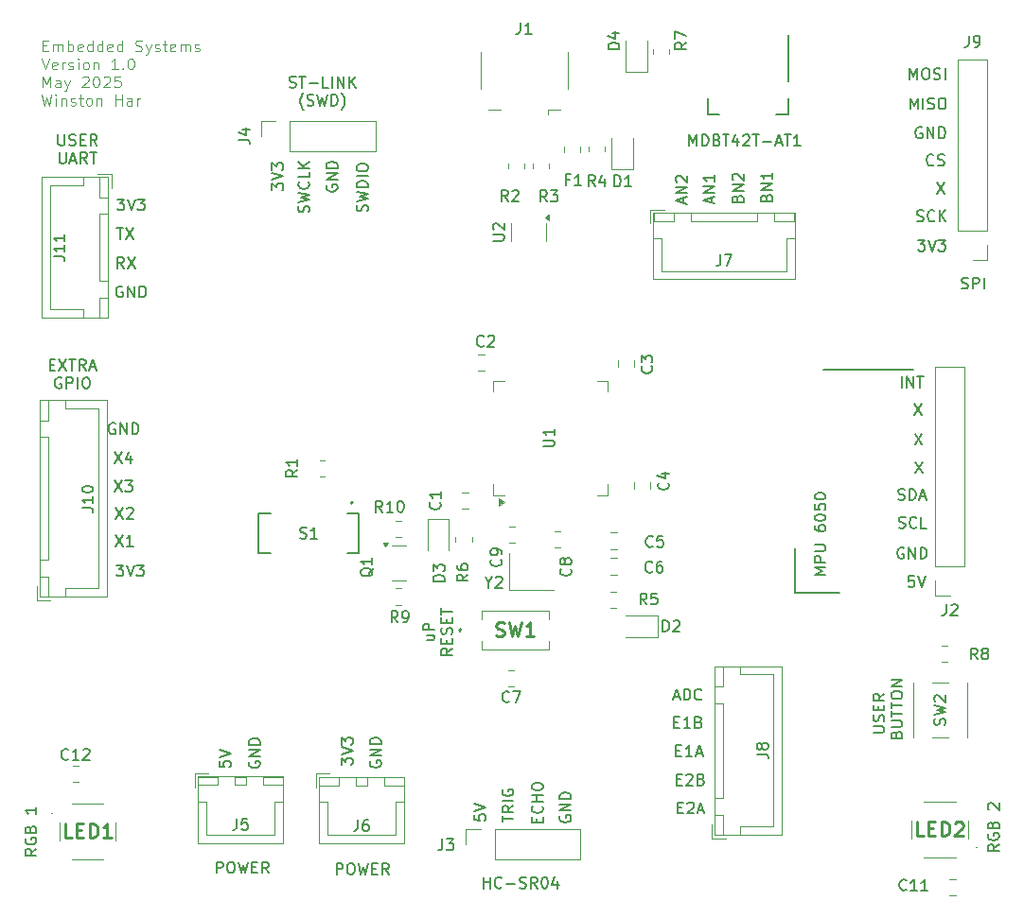
<source format=gbr>
%TF.GenerationSoftware,KiCad,Pcbnew,9.0.1*%
%TF.CreationDate,2025-05-06T13:03:09-06:00*%
%TF.ProjectId,2025_04_STM32F103_RobotBrain,32303235-5f30-4345-9f53-544d33324631,rev?*%
%TF.SameCoordinates,Original*%
%TF.FileFunction,Legend,Top*%
%TF.FilePolarity,Positive*%
%FSLAX46Y46*%
G04 Gerber Fmt 4.6, Leading zero omitted, Abs format (unit mm)*
G04 Created by KiCad (PCBNEW 9.0.1) date 2025-05-06 13:03:09*
%MOMM*%
%LPD*%
G01*
G04 APERTURE LIST*
%ADD10C,0.150000*%
%ADD11C,0.100000*%
%ADD12C,0.254000*%
%ADD13C,0.120000*%
%ADD14C,0.127000*%
%ADD15C,0.200000*%
G04 APERTURE END LIST*
D10*
X162585000Y-80945000D02*
X166585000Y-80945000D01*
X162585000Y-80945000D02*
X162585000Y-76945000D01*
X173165000Y-60945000D02*
X165165000Y-60945000D01*
X111104819Y-96030476D02*
X111104819Y-96506666D01*
X111104819Y-96506666D02*
X111581009Y-96554285D01*
X111581009Y-96554285D02*
X111533390Y-96506666D01*
X111533390Y-96506666D02*
X111485771Y-96411428D01*
X111485771Y-96411428D02*
X111485771Y-96173333D01*
X111485771Y-96173333D02*
X111533390Y-96078095D01*
X111533390Y-96078095D02*
X111581009Y-96030476D01*
X111581009Y-96030476D02*
X111676247Y-95982857D01*
X111676247Y-95982857D02*
X111914342Y-95982857D01*
X111914342Y-95982857D02*
X112009580Y-96030476D01*
X112009580Y-96030476D02*
X112057200Y-96078095D01*
X112057200Y-96078095D02*
X112104819Y-96173333D01*
X112104819Y-96173333D02*
X112104819Y-96411428D01*
X112104819Y-96411428D02*
X112057200Y-96506666D01*
X112057200Y-96506666D02*
X112009580Y-96554285D01*
X111104819Y-95697142D02*
X112104819Y-95363809D01*
X112104819Y-95363809D02*
X111104819Y-95030476D01*
X101840476Y-73304819D02*
X102507142Y-74304819D01*
X102507142Y-73304819D02*
X101840476Y-74304819D01*
X102840476Y-73400057D02*
X102888095Y-73352438D01*
X102888095Y-73352438D02*
X102983333Y-73304819D01*
X102983333Y-73304819D02*
X103221428Y-73304819D01*
X103221428Y-73304819D02*
X103316666Y-73352438D01*
X103316666Y-73352438D02*
X103364285Y-73400057D01*
X103364285Y-73400057D02*
X103411904Y-73495295D01*
X103411904Y-73495295D02*
X103411904Y-73590533D01*
X103411904Y-73590533D02*
X103364285Y-73733390D01*
X103364285Y-73733390D02*
X102792857Y-74304819D01*
X102792857Y-74304819D02*
X103411904Y-74304819D01*
X139531009Y-101531904D02*
X139531009Y-101198571D01*
X140054819Y-101055714D02*
X140054819Y-101531904D01*
X140054819Y-101531904D02*
X139054819Y-101531904D01*
X139054819Y-101531904D02*
X139054819Y-101055714D01*
X139959580Y-100055714D02*
X140007200Y-100103333D01*
X140007200Y-100103333D02*
X140054819Y-100246190D01*
X140054819Y-100246190D02*
X140054819Y-100341428D01*
X140054819Y-100341428D02*
X140007200Y-100484285D01*
X140007200Y-100484285D02*
X139911961Y-100579523D01*
X139911961Y-100579523D02*
X139816723Y-100627142D01*
X139816723Y-100627142D02*
X139626247Y-100674761D01*
X139626247Y-100674761D02*
X139483390Y-100674761D01*
X139483390Y-100674761D02*
X139292914Y-100627142D01*
X139292914Y-100627142D02*
X139197676Y-100579523D01*
X139197676Y-100579523D02*
X139102438Y-100484285D01*
X139102438Y-100484285D02*
X139054819Y-100341428D01*
X139054819Y-100341428D02*
X139054819Y-100246190D01*
X139054819Y-100246190D02*
X139102438Y-100103333D01*
X139102438Y-100103333D02*
X139150057Y-100055714D01*
X140054819Y-99627142D02*
X139054819Y-99627142D01*
X139531009Y-99627142D02*
X139531009Y-99055714D01*
X140054819Y-99055714D02*
X139054819Y-99055714D01*
X139054819Y-98389047D02*
X139054819Y-98198571D01*
X139054819Y-98198571D02*
X139102438Y-98103333D01*
X139102438Y-98103333D02*
X139197676Y-98008095D01*
X139197676Y-98008095D02*
X139388152Y-97960476D01*
X139388152Y-97960476D02*
X139721485Y-97960476D01*
X139721485Y-97960476D02*
X139911961Y-98008095D01*
X139911961Y-98008095D02*
X140007200Y-98103333D01*
X140007200Y-98103333D02*
X140054819Y-98198571D01*
X140054819Y-98198571D02*
X140054819Y-98389047D01*
X140054819Y-98389047D02*
X140007200Y-98484285D01*
X140007200Y-98484285D02*
X139911961Y-98579523D01*
X139911961Y-98579523D02*
X139721485Y-98627142D01*
X139721485Y-98627142D02*
X139388152Y-98627142D01*
X139388152Y-98627142D02*
X139197676Y-98579523D01*
X139197676Y-98579523D02*
X139102438Y-98484285D01*
X139102438Y-98484285D02*
X139054819Y-98389047D01*
X151809524Y-92521009D02*
X152142857Y-92521009D01*
X152285714Y-93044819D02*
X151809524Y-93044819D01*
X151809524Y-93044819D02*
X151809524Y-92044819D01*
X151809524Y-92044819D02*
X152285714Y-92044819D01*
X153238095Y-93044819D02*
X152666667Y-93044819D01*
X152952381Y-93044819D02*
X152952381Y-92044819D01*
X152952381Y-92044819D02*
X152857143Y-92187676D01*
X152857143Y-92187676D02*
X152761905Y-92282914D01*
X152761905Y-92282914D02*
X152666667Y-92330533D01*
X154000000Y-92521009D02*
X154142857Y-92568628D01*
X154142857Y-92568628D02*
X154190476Y-92616247D01*
X154190476Y-92616247D02*
X154238095Y-92711485D01*
X154238095Y-92711485D02*
X154238095Y-92854342D01*
X154238095Y-92854342D02*
X154190476Y-92949580D01*
X154190476Y-92949580D02*
X154142857Y-92997200D01*
X154142857Y-92997200D02*
X154047619Y-93044819D01*
X154047619Y-93044819D02*
X153666667Y-93044819D01*
X153666667Y-93044819D02*
X153666667Y-92044819D01*
X153666667Y-92044819D02*
X154000000Y-92044819D01*
X154000000Y-92044819D02*
X154095238Y-92092438D01*
X154095238Y-92092438D02*
X154142857Y-92140057D01*
X154142857Y-92140057D02*
X154190476Y-92235295D01*
X154190476Y-92235295D02*
X154190476Y-92330533D01*
X154190476Y-92330533D02*
X154142857Y-92425771D01*
X154142857Y-92425771D02*
X154095238Y-92473390D01*
X154095238Y-92473390D02*
X154000000Y-92521009D01*
X154000000Y-92521009D02*
X153666667Y-92521009D01*
X155149104Y-46008094D02*
X155149104Y-45531904D01*
X155434819Y-46103332D02*
X154434819Y-45769999D01*
X154434819Y-45769999D02*
X155434819Y-45436666D01*
X155434819Y-45103332D02*
X154434819Y-45103332D01*
X154434819Y-45103332D02*
X155434819Y-44531904D01*
X155434819Y-44531904D02*
X154434819Y-44531904D01*
X155434819Y-43531904D02*
X155434819Y-44103332D01*
X155434819Y-43817618D02*
X154434819Y-43817618D01*
X154434819Y-43817618D02*
X154577676Y-43912856D01*
X154577676Y-43912856D02*
X154672914Y-44008094D01*
X154672914Y-44008094D02*
X154720533Y-44103332D01*
X173396667Y-69234819D02*
X174063333Y-70234819D01*
X174063333Y-69234819D02*
X173396667Y-70234819D01*
X120722438Y-44441904D02*
X120674819Y-44537142D01*
X120674819Y-44537142D02*
X120674819Y-44679999D01*
X120674819Y-44679999D02*
X120722438Y-44822856D01*
X120722438Y-44822856D02*
X120817676Y-44918094D01*
X120817676Y-44918094D02*
X120912914Y-44965713D01*
X120912914Y-44965713D02*
X121103390Y-45013332D01*
X121103390Y-45013332D02*
X121246247Y-45013332D01*
X121246247Y-45013332D02*
X121436723Y-44965713D01*
X121436723Y-44965713D02*
X121531961Y-44918094D01*
X121531961Y-44918094D02*
X121627200Y-44822856D01*
X121627200Y-44822856D02*
X121674819Y-44679999D01*
X121674819Y-44679999D02*
X121674819Y-44584761D01*
X121674819Y-44584761D02*
X121627200Y-44441904D01*
X121627200Y-44441904D02*
X121579580Y-44394285D01*
X121579580Y-44394285D02*
X121246247Y-44394285D01*
X121246247Y-44394285D02*
X121246247Y-44584761D01*
X121674819Y-43965713D02*
X120674819Y-43965713D01*
X120674819Y-43965713D02*
X121674819Y-43394285D01*
X121674819Y-43394285D02*
X120674819Y-43394285D01*
X121674819Y-42918094D02*
X120674819Y-42918094D01*
X120674819Y-42918094D02*
X120674819Y-42679999D01*
X120674819Y-42679999D02*
X120722438Y-42537142D01*
X120722438Y-42537142D02*
X120817676Y-42441904D01*
X120817676Y-42441904D02*
X120912914Y-42394285D01*
X120912914Y-42394285D02*
X121103390Y-42346666D01*
X121103390Y-42346666D02*
X121246247Y-42346666D01*
X121246247Y-42346666D02*
X121436723Y-42394285D01*
X121436723Y-42394285D02*
X121531961Y-42441904D01*
X121531961Y-42441904D02*
X121627200Y-42537142D01*
X121627200Y-42537142D02*
X121674819Y-42679999D01*
X121674819Y-42679999D02*
X121674819Y-42918094D01*
X172888572Y-34964819D02*
X172888572Y-33964819D01*
X172888572Y-33964819D02*
X173221905Y-34679104D01*
X173221905Y-34679104D02*
X173555238Y-33964819D01*
X173555238Y-33964819D02*
X173555238Y-34964819D01*
X174221905Y-33964819D02*
X174412381Y-33964819D01*
X174412381Y-33964819D02*
X174507619Y-34012438D01*
X174507619Y-34012438D02*
X174602857Y-34107676D01*
X174602857Y-34107676D02*
X174650476Y-34298152D01*
X174650476Y-34298152D02*
X174650476Y-34631485D01*
X174650476Y-34631485D02*
X174602857Y-34821961D01*
X174602857Y-34821961D02*
X174507619Y-34917200D01*
X174507619Y-34917200D02*
X174412381Y-34964819D01*
X174412381Y-34964819D02*
X174221905Y-34964819D01*
X174221905Y-34964819D02*
X174126667Y-34917200D01*
X174126667Y-34917200D02*
X174031429Y-34821961D01*
X174031429Y-34821961D02*
X173983810Y-34631485D01*
X173983810Y-34631485D02*
X173983810Y-34298152D01*
X173983810Y-34298152D02*
X174031429Y-34107676D01*
X174031429Y-34107676D02*
X174126667Y-34012438D01*
X174126667Y-34012438D02*
X174221905Y-33964819D01*
X175031429Y-34917200D02*
X175174286Y-34964819D01*
X175174286Y-34964819D02*
X175412381Y-34964819D01*
X175412381Y-34964819D02*
X175507619Y-34917200D01*
X175507619Y-34917200D02*
X175555238Y-34869580D01*
X175555238Y-34869580D02*
X175602857Y-34774342D01*
X175602857Y-34774342D02*
X175602857Y-34679104D01*
X175602857Y-34679104D02*
X175555238Y-34583866D01*
X175555238Y-34583866D02*
X175507619Y-34536247D01*
X175507619Y-34536247D02*
X175412381Y-34488628D01*
X175412381Y-34488628D02*
X175221905Y-34441009D01*
X175221905Y-34441009D02*
X175126667Y-34393390D01*
X175126667Y-34393390D02*
X175079048Y-34345771D01*
X175079048Y-34345771D02*
X175031429Y-34250533D01*
X175031429Y-34250533D02*
X175031429Y-34155295D01*
X175031429Y-34155295D02*
X175079048Y-34060057D01*
X175079048Y-34060057D02*
X175126667Y-34012438D01*
X175126667Y-34012438D02*
X175221905Y-33964819D01*
X175221905Y-33964819D02*
X175460000Y-33964819D01*
X175460000Y-33964819D02*
X175602857Y-34012438D01*
X176031429Y-34964819D02*
X176031429Y-33964819D01*
X101981905Y-45694819D02*
X102600952Y-45694819D01*
X102600952Y-45694819D02*
X102267619Y-46075771D01*
X102267619Y-46075771D02*
X102410476Y-46075771D01*
X102410476Y-46075771D02*
X102505714Y-46123390D01*
X102505714Y-46123390D02*
X102553333Y-46171009D01*
X102553333Y-46171009D02*
X102600952Y-46266247D01*
X102600952Y-46266247D02*
X102600952Y-46504342D01*
X102600952Y-46504342D02*
X102553333Y-46599580D01*
X102553333Y-46599580D02*
X102505714Y-46647200D01*
X102505714Y-46647200D02*
X102410476Y-46694819D01*
X102410476Y-46694819D02*
X102124762Y-46694819D01*
X102124762Y-46694819D02*
X102029524Y-46647200D01*
X102029524Y-46647200D02*
X101981905Y-46599580D01*
X102886667Y-45694819D02*
X103220000Y-46694819D01*
X103220000Y-46694819D02*
X103553333Y-45694819D01*
X103791429Y-45694819D02*
X104410476Y-45694819D01*
X104410476Y-45694819D02*
X104077143Y-46075771D01*
X104077143Y-46075771D02*
X104220000Y-46075771D01*
X104220000Y-46075771D02*
X104315238Y-46123390D01*
X104315238Y-46123390D02*
X104362857Y-46171009D01*
X104362857Y-46171009D02*
X104410476Y-46266247D01*
X104410476Y-46266247D02*
X104410476Y-46504342D01*
X104410476Y-46504342D02*
X104362857Y-46599580D01*
X104362857Y-46599580D02*
X104315238Y-46647200D01*
X104315238Y-46647200D02*
X104220000Y-46694819D01*
X104220000Y-46694819D02*
X103934286Y-46694819D01*
X103934286Y-46694819D02*
X103839048Y-46647200D01*
X103839048Y-46647200D02*
X103791429Y-46599580D01*
X152130952Y-100181009D02*
X152464285Y-100181009D01*
X152607142Y-100704819D02*
X152130952Y-100704819D01*
X152130952Y-100704819D02*
X152130952Y-99704819D01*
X152130952Y-99704819D02*
X152607142Y-99704819D01*
X152988095Y-99800057D02*
X153035714Y-99752438D01*
X153035714Y-99752438D02*
X153130952Y-99704819D01*
X153130952Y-99704819D02*
X153369047Y-99704819D01*
X153369047Y-99704819D02*
X153464285Y-99752438D01*
X153464285Y-99752438D02*
X153511904Y-99800057D01*
X153511904Y-99800057D02*
X153559523Y-99895295D01*
X153559523Y-99895295D02*
X153559523Y-99990533D01*
X153559523Y-99990533D02*
X153511904Y-100133390D01*
X153511904Y-100133390D02*
X152940476Y-100704819D01*
X152940476Y-100704819D02*
X153559523Y-100704819D01*
X153940476Y-100419104D02*
X154416666Y-100419104D01*
X153845238Y-100704819D02*
X154178571Y-99704819D01*
X154178571Y-99704819D02*
X154511904Y-100704819D01*
X101918095Y-48274819D02*
X102489523Y-48274819D01*
X102203809Y-49274819D02*
X102203809Y-48274819D01*
X102727619Y-48274819D02*
X103394285Y-49274819D01*
X103394285Y-48274819D02*
X102727619Y-49274819D01*
X102448095Y-53532438D02*
X102352857Y-53484819D01*
X102352857Y-53484819D02*
X102210000Y-53484819D01*
X102210000Y-53484819D02*
X102067143Y-53532438D01*
X102067143Y-53532438D02*
X101971905Y-53627676D01*
X101971905Y-53627676D02*
X101924286Y-53722914D01*
X101924286Y-53722914D02*
X101876667Y-53913390D01*
X101876667Y-53913390D02*
X101876667Y-54056247D01*
X101876667Y-54056247D02*
X101924286Y-54246723D01*
X101924286Y-54246723D02*
X101971905Y-54341961D01*
X101971905Y-54341961D02*
X102067143Y-54437200D01*
X102067143Y-54437200D02*
X102210000Y-54484819D01*
X102210000Y-54484819D02*
X102305238Y-54484819D01*
X102305238Y-54484819D02*
X102448095Y-54437200D01*
X102448095Y-54437200D02*
X102495714Y-54389580D01*
X102495714Y-54389580D02*
X102495714Y-54056247D01*
X102495714Y-54056247D02*
X102305238Y-54056247D01*
X102924286Y-54484819D02*
X102924286Y-53484819D01*
X102924286Y-53484819D02*
X103495714Y-54484819D01*
X103495714Y-54484819D02*
X103495714Y-53484819D01*
X103971905Y-54484819D02*
X103971905Y-53484819D01*
X103971905Y-53484819D02*
X104210000Y-53484819D01*
X104210000Y-53484819D02*
X104352857Y-53532438D01*
X104352857Y-53532438D02*
X104448095Y-53627676D01*
X104448095Y-53627676D02*
X104495714Y-53722914D01*
X104495714Y-53722914D02*
X104543333Y-53913390D01*
X104543333Y-53913390D02*
X104543333Y-54056247D01*
X104543333Y-54056247D02*
X104495714Y-54246723D01*
X104495714Y-54246723D02*
X104448095Y-54341961D01*
X104448095Y-54341961D02*
X104352857Y-54437200D01*
X104352857Y-54437200D02*
X104210000Y-54484819D01*
X104210000Y-54484819D02*
X103971905Y-54484819D01*
X134746667Y-107414819D02*
X134746667Y-106414819D01*
X134746667Y-106891009D02*
X135318095Y-106891009D01*
X135318095Y-107414819D02*
X135318095Y-106414819D01*
X136365714Y-107319580D02*
X136318095Y-107367200D01*
X136318095Y-107367200D02*
X136175238Y-107414819D01*
X136175238Y-107414819D02*
X136080000Y-107414819D01*
X136080000Y-107414819D02*
X135937143Y-107367200D01*
X135937143Y-107367200D02*
X135841905Y-107271961D01*
X135841905Y-107271961D02*
X135794286Y-107176723D01*
X135794286Y-107176723D02*
X135746667Y-106986247D01*
X135746667Y-106986247D02*
X135746667Y-106843390D01*
X135746667Y-106843390D02*
X135794286Y-106652914D01*
X135794286Y-106652914D02*
X135841905Y-106557676D01*
X135841905Y-106557676D02*
X135937143Y-106462438D01*
X135937143Y-106462438D02*
X136080000Y-106414819D01*
X136080000Y-106414819D02*
X136175238Y-106414819D01*
X136175238Y-106414819D02*
X136318095Y-106462438D01*
X136318095Y-106462438D02*
X136365714Y-106510057D01*
X136794286Y-107033866D02*
X137556191Y-107033866D01*
X137984762Y-107367200D02*
X138127619Y-107414819D01*
X138127619Y-107414819D02*
X138365714Y-107414819D01*
X138365714Y-107414819D02*
X138460952Y-107367200D01*
X138460952Y-107367200D02*
X138508571Y-107319580D01*
X138508571Y-107319580D02*
X138556190Y-107224342D01*
X138556190Y-107224342D02*
X138556190Y-107129104D01*
X138556190Y-107129104D02*
X138508571Y-107033866D01*
X138508571Y-107033866D02*
X138460952Y-106986247D01*
X138460952Y-106986247D02*
X138365714Y-106938628D01*
X138365714Y-106938628D02*
X138175238Y-106891009D01*
X138175238Y-106891009D02*
X138080000Y-106843390D01*
X138080000Y-106843390D02*
X138032381Y-106795771D01*
X138032381Y-106795771D02*
X137984762Y-106700533D01*
X137984762Y-106700533D02*
X137984762Y-106605295D01*
X137984762Y-106605295D02*
X138032381Y-106510057D01*
X138032381Y-106510057D02*
X138080000Y-106462438D01*
X138080000Y-106462438D02*
X138175238Y-106414819D01*
X138175238Y-106414819D02*
X138413333Y-106414819D01*
X138413333Y-106414819D02*
X138556190Y-106462438D01*
X139556190Y-107414819D02*
X139222857Y-106938628D01*
X138984762Y-107414819D02*
X138984762Y-106414819D01*
X138984762Y-106414819D02*
X139365714Y-106414819D01*
X139365714Y-106414819D02*
X139460952Y-106462438D01*
X139460952Y-106462438D02*
X139508571Y-106510057D01*
X139508571Y-106510057D02*
X139556190Y-106605295D01*
X139556190Y-106605295D02*
X139556190Y-106748152D01*
X139556190Y-106748152D02*
X139508571Y-106843390D01*
X139508571Y-106843390D02*
X139460952Y-106891009D01*
X139460952Y-106891009D02*
X139365714Y-106938628D01*
X139365714Y-106938628D02*
X138984762Y-106938628D01*
X140175238Y-106414819D02*
X140270476Y-106414819D01*
X140270476Y-106414819D02*
X140365714Y-106462438D01*
X140365714Y-106462438D02*
X140413333Y-106510057D01*
X140413333Y-106510057D02*
X140460952Y-106605295D01*
X140460952Y-106605295D02*
X140508571Y-106795771D01*
X140508571Y-106795771D02*
X140508571Y-107033866D01*
X140508571Y-107033866D02*
X140460952Y-107224342D01*
X140460952Y-107224342D02*
X140413333Y-107319580D01*
X140413333Y-107319580D02*
X140365714Y-107367200D01*
X140365714Y-107367200D02*
X140270476Y-107414819D01*
X140270476Y-107414819D02*
X140175238Y-107414819D01*
X140175238Y-107414819D02*
X140080000Y-107367200D01*
X140080000Y-107367200D02*
X140032381Y-107319580D01*
X140032381Y-107319580D02*
X139984762Y-107224342D01*
X139984762Y-107224342D02*
X139937143Y-107033866D01*
X139937143Y-107033866D02*
X139937143Y-106795771D01*
X139937143Y-106795771D02*
X139984762Y-106605295D01*
X139984762Y-106605295D02*
X140032381Y-106510057D01*
X140032381Y-106510057D02*
X140080000Y-106462438D01*
X140080000Y-106462438D02*
X140175238Y-106414819D01*
X141365714Y-106748152D02*
X141365714Y-107414819D01*
X141127619Y-106367200D02*
X140889524Y-107081485D01*
X140889524Y-107081485D02*
X141508571Y-107081485D01*
X115824819Y-44888094D02*
X115824819Y-44269047D01*
X115824819Y-44269047D02*
X116205771Y-44602380D01*
X116205771Y-44602380D02*
X116205771Y-44459523D01*
X116205771Y-44459523D02*
X116253390Y-44364285D01*
X116253390Y-44364285D02*
X116301009Y-44316666D01*
X116301009Y-44316666D02*
X116396247Y-44269047D01*
X116396247Y-44269047D02*
X116634342Y-44269047D01*
X116634342Y-44269047D02*
X116729580Y-44316666D01*
X116729580Y-44316666D02*
X116777200Y-44364285D01*
X116777200Y-44364285D02*
X116824819Y-44459523D01*
X116824819Y-44459523D02*
X116824819Y-44745237D01*
X116824819Y-44745237D02*
X116777200Y-44840475D01*
X116777200Y-44840475D02*
X116729580Y-44888094D01*
X115824819Y-43983332D02*
X116824819Y-43649999D01*
X116824819Y-43649999D02*
X115824819Y-43316666D01*
X115824819Y-43078570D02*
X115824819Y-42459523D01*
X115824819Y-42459523D02*
X116205771Y-42792856D01*
X116205771Y-42792856D02*
X116205771Y-42649999D01*
X116205771Y-42649999D02*
X116253390Y-42554761D01*
X116253390Y-42554761D02*
X116301009Y-42507142D01*
X116301009Y-42507142D02*
X116396247Y-42459523D01*
X116396247Y-42459523D02*
X116634342Y-42459523D01*
X116634342Y-42459523D02*
X116729580Y-42507142D01*
X116729580Y-42507142D02*
X116777200Y-42554761D01*
X116777200Y-42554761D02*
X116824819Y-42649999D01*
X116824819Y-42649999D02*
X116824819Y-42935713D01*
X116824819Y-42935713D02*
X116777200Y-43030951D01*
X116777200Y-43030951D02*
X116729580Y-43078570D01*
X151980952Y-95081009D02*
X152314285Y-95081009D01*
X152457142Y-95604819D02*
X151980952Y-95604819D01*
X151980952Y-95604819D02*
X151980952Y-94604819D01*
X151980952Y-94604819D02*
X152457142Y-94604819D01*
X153409523Y-95604819D02*
X152838095Y-95604819D01*
X153123809Y-95604819D02*
X153123809Y-94604819D01*
X153123809Y-94604819D02*
X153028571Y-94747676D01*
X153028571Y-94747676D02*
X152933333Y-94842914D01*
X152933333Y-94842914D02*
X152838095Y-94890533D01*
X153790476Y-95319104D02*
X154266666Y-95319104D01*
X153695238Y-95604819D02*
X154028571Y-94604819D01*
X154028571Y-94604819D02*
X154361904Y-95604819D01*
X175296667Y-44194819D02*
X175963333Y-45194819D01*
X175963333Y-44194819D02*
X175296667Y-45194819D01*
X102583333Y-51864819D02*
X102250000Y-51388628D01*
X102011905Y-51864819D02*
X102011905Y-50864819D01*
X102011905Y-50864819D02*
X102392857Y-50864819D01*
X102392857Y-50864819D02*
X102488095Y-50912438D01*
X102488095Y-50912438D02*
X102535714Y-50960057D01*
X102535714Y-50960057D02*
X102583333Y-51055295D01*
X102583333Y-51055295D02*
X102583333Y-51198152D01*
X102583333Y-51198152D02*
X102535714Y-51293390D01*
X102535714Y-51293390D02*
X102488095Y-51341009D01*
X102488095Y-51341009D02*
X102392857Y-51388628D01*
X102392857Y-51388628D02*
X102011905Y-51388628D01*
X102916667Y-50864819D02*
X103583333Y-51864819D01*
X103583333Y-50864819D02*
X102916667Y-51864819D01*
X101730476Y-68354819D02*
X102397142Y-69354819D01*
X102397142Y-68354819D02*
X101730476Y-69354819D01*
X103206666Y-68688152D02*
X103206666Y-69354819D01*
X102968571Y-68307200D02*
X102730476Y-69021485D01*
X102730476Y-69021485D02*
X103349523Y-69021485D01*
X171909524Y-75107200D02*
X172052381Y-75154819D01*
X172052381Y-75154819D02*
X172290476Y-75154819D01*
X172290476Y-75154819D02*
X172385714Y-75107200D01*
X172385714Y-75107200D02*
X172433333Y-75059580D01*
X172433333Y-75059580D02*
X172480952Y-74964342D01*
X172480952Y-74964342D02*
X172480952Y-74869104D01*
X172480952Y-74869104D02*
X172433333Y-74773866D01*
X172433333Y-74773866D02*
X172385714Y-74726247D01*
X172385714Y-74726247D02*
X172290476Y-74678628D01*
X172290476Y-74678628D02*
X172100000Y-74631009D01*
X172100000Y-74631009D02*
X172004762Y-74583390D01*
X172004762Y-74583390D02*
X171957143Y-74535771D01*
X171957143Y-74535771D02*
X171909524Y-74440533D01*
X171909524Y-74440533D02*
X171909524Y-74345295D01*
X171909524Y-74345295D02*
X171957143Y-74250057D01*
X171957143Y-74250057D02*
X172004762Y-74202438D01*
X172004762Y-74202438D02*
X172100000Y-74154819D01*
X172100000Y-74154819D02*
X172338095Y-74154819D01*
X172338095Y-74154819D02*
X172480952Y-74202438D01*
X173480952Y-75059580D02*
X173433333Y-75107200D01*
X173433333Y-75107200D02*
X173290476Y-75154819D01*
X173290476Y-75154819D02*
X173195238Y-75154819D01*
X173195238Y-75154819D02*
X173052381Y-75107200D01*
X173052381Y-75107200D02*
X172957143Y-75011961D01*
X172957143Y-75011961D02*
X172909524Y-74916723D01*
X172909524Y-74916723D02*
X172861905Y-74726247D01*
X172861905Y-74726247D02*
X172861905Y-74583390D01*
X172861905Y-74583390D02*
X172909524Y-74392914D01*
X172909524Y-74392914D02*
X172957143Y-74297676D01*
X172957143Y-74297676D02*
X173052381Y-74202438D01*
X173052381Y-74202438D02*
X173195238Y-74154819D01*
X173195238Y-74154819D02*
X173290476Y-74154819D01*
X173290476Y-74154819D02*
X173433333Y-74202438D01*
X173433333Y-74202438D02*
X173480952Y-74250057D01*
X174385714Y-75154819D02*
X173909524Y-75154819D01*
X173909524Y-75154819D02*
X173909524Y-74154819D01*
X171845714Y-72587200D02*
X171988571Y-72634819D01*
X171988571Y-72634819D02*
X172226666Y-72634819D01*
X172226666Y-72634819D02*
X172321904Y-72587200D01*
X172321904Y-72587200D02*
X172369523Y-72539580D01*
X172369523Y-72539580D02*
X172417142Y-72444342D01*
X172417142Y-72444342D02*
X172417142Y-72349104D01*
X172417142Y-72349104D02*
X172369523Y-72253866D01*
X172369523Y-72253866D02*
X172321904Y-72206247D01*
X172321904Y-72206247D02*
X172226666Y-72158628D01*
X172226666Y-72158628D02*
X172036190Y-72111009D01*
X172036190Y-72111009D02*
X171940952Y-72063390D01*
X171940952Y-72063390D02*
X171893333Y-72015771D01*
X171893333Y-72015771D02*
X171845714Y-71920533D01*
X171845714Y-71920533D02*
X171845714Y-71825295D01*
X171845714Y-71825295D02*
X171893333Y-71730057D01*
X171893333Y-71730057D02*
X171940952Y-71682438D01*
X171940952Y-71682438D02*
X172036190Y-71634819D01*
X172036190Y-71634819D02*
X172274285Y-71634819D01*
X172274285Y-71634819D02*
X172417142Y-71682438D01*
X172845714Y-72634819D02*
X172845714Y-71634819D01*
X172845714Y-71634819D02*
X173083809Y-71634819D01*
X173083809Y-71634819D02*
X173226666Y-71682438D01*
X173226666Y-71682438D02*
X173321904Y-71777676D01*
X173321904Y-71777676D02*
X173369523Y-71872914D01*
X173369523Y-71872914D02*
X173417142Y-72063390D01*
X173417142Y-72063390D02*
X173417142Y-72206247D01*
X173417142Y-72206247D02*
X173369523Y-72396723D01*
X173369523Y-72396723D02*
X173321904Y-72491961D01*
X173321904Y-72491961D02*
X173226666Y-72587200D01*
X173226666Y-72587200D02*
X173083809Y-72634819D01*
X173083809Y-72634819D02*
X172845714Y-72634819D01*
X173798095Y-72349104D02*
X174274285Y-72349104D01*
X173702857Y-72634819D02*
X174036190Y-71634819D01*
X174036190Y-71634819D02*
X174369523Y-72634819D01*
X121590476Y-106174819D02*
X121590476Y-105174819D01*
X121590476Y-105174819D02*
X121971428Y-105174819D01*
X121971428Y-105174819D02*
X122066666Y-105222438D01*
X122066666Y-105222438D02*
X122114285Y-105270057D01*
X122114285Y-105270057D02*
X122161904Y-105365295D01*
X122161904Y-105365295D02*
X122161904Y-105508152D01*
X122161904Y-105508152D02*
X122114285Y-105603390D01*
X122114285Y-105603390D02*
X122066666Y-105651009D01*
X122066666Y-105651009D02*
X121971428Y-105698628D01*
X121971428Y-105698628D02*
X121590476Y-105698628D01*
X122780952Y-105174819D02*
X122971428Y-105174819D01*
X122971428Y-105174819D02*
X123066666Y-105222438D01*
X123066666Y-105222438D02*
X123161904Y-105317676D01*
X123161904Y-105317676D02*
X123209523Y-105508152D01*
X123209523Y-105508152D02*
X123209523Y-105841485D01*
X123209523Y-105841485D02*
X123161904Y-106031961D01*
X123161904Y-106031961D02*
X123066666Y-106127200D01*
X123066666Y-106127200D02*
X122971428Y-106174819D01*
X122971428Y-106174819D02*
X122780952Y-106174819D01*
X122780952Y-106174819D02*
X122685714Y-106127200D01*
X122685714Y-106127200D02*
X122590476Y-106031961D01*
X122590476Y-106031961D02*
X122542857Y-105841485D01*
X122542857Y-105841485D02*
X122542857Y-105508152D01*
X122542857Y-105508152D02*
X122590476Y-105317676D01*
X122590476Y-105317676D02*
X122685714Y-105222438D01*
X122685714Y-105222438D02*
X122780952Y-105174819D01*
X123542857Y-105174819D02*
X123780952Y-106174819D01*
X123780952Y-106174819D02*
X123971428Y-105460533D01*
X123971428Y-105460533D02*
X124161904Y-106174819D01*
X124161904Y-106174819D02*
X124400000Y-105174819D01*
X124780952Y-105651009D02*
X125114285Y-105651009D01*
X125257142Y-106174819D02*
X124780952Y-106174819D01*
X124780952Y-106174819D02*
X124780952Y-105174819D01*
X124780952Y-105174819D02*
X125257142Y-105174819D01*
X126257142Y-106174819D02*
X125923809Y-105698628D01*
X125685714Y-106174819D02*
X125685714Y-105174819D01*
X125685714Y-105174819D02*
X126066666Y-105174819D01*
X126066666Y-105174819D02*
X126161904Y-105222438D01*
X126161904Y-105222438D02*
X126209523Y-105270057D01*
X126209523Y-105270057D02*
X126257142Y-105365295D01*
X126257142Y-105365295D02*
X126257142Y-105508152D01*
X126257142Y-105508152D02*
X126209523Y-105603390D01*
X126209523Y-105603390D02*
X126161904Y-105651009D01*
X126161904Y-105651009D02*
X126066666Y-105698628D01*
X126066666Y-105698628D02*
X125685714Y-105698628D01*
X124622438Y-96021904D02*
X124574819Y-96117142D01*
X124574819Y-96117142D02*
X124574819Y-96259999D01*
X124574819Y-96259999D02*
X124622438Y-96402856D01*
X124622438Y-96402856D02*
X124717676Y-96498094D01*
X124717676Y-96498094D02*
X124812914Y-96545713D01*
X124812914Y-96545713D02*
X125003390Y-96593332D01*
X125003390Y-96593332D02*
X125146247Y-96593332D01*
X125146247Y-96593332D02*
X125336723Y-96545713D01*
X125336723Y-96545713D02*
X125431961Y-96498094D01*
X125431961Y-96498094D02*
X125527200Y-96402856D01*
X125527200Y-96402856D02*
X125574819Y-96259999D01*
X125574819Y-96259999D02*
X125574819Y-96164761D01*
X125574819Y-96164761D02*
X125527200Y-96021904D01*
X125527200Y-96021904D02*
X125479580Y-95974285D01*
X125479580Y-95974285D02*
X125146247Y-95974285D01*
X125146247Y-95974285D02*
X125146247Y-96164761D01*
X125574819Y-95545713D02*
X124574819Y-95545713D01*
X124574819Y-95545713D02*
X125574819Y-94974285D01*
X125574819Y-94974285D02*
X124574819Y-94974285D01*
X125574819Y-94498094D02*
X124574819Y-94498094D01*
X124574819Y-94498094D02*
X124574819Y-94259999D01*
X124574819Y-94259999D02*
X124622438Y-94117142D01*
X124622438Y-94117142D02*
X124717676Y-94021904D01*
X124717676Y-94021904D02*
X124812914Y-93974285D01*
X124812914Y-93974285D02*
X125003390Y-93926666D01*
X125003390Y-93926666D02*
X125146247Y-93926666D01*
X125146247Y-93926666D02*
X125336723Y-93974285D01*
X125336723Y-93974285D02*
X125431961Y-94021904D01*
X125431961Y-94021904D02*
X125527200Y-94117142D01*
X125527200Y-94117142D02*
X125574819Y-94259999D01*
X125574819Y-94259999D02*
X125574819Y-94498094D01*
X173621905Y-49344819D02*
X174240952Y-49344819D01*
X174240952Y-49344819D02*
X173907619Y-49725771D01*
X173907619Y-49725771D02*
X174050476Y-49725771D01*
X174050476Y-49725771D02*
X174145714Y-49773390D01*
X174145714Y-49773390D02*
X174193333Y-49821009D01*
X174193333Y-49821009D02*
X174240952Y-49916247D01*
X174240952Y-49916247D02*
X174240952Y-50154342D01*
X174240952Y-50154342D02*
X174193333Y-50249580D01*
X174193333Y-50249580D02*
X174145714Y-50297200D01*
X174145714Y-50297200D02*
X174050476Y-50344819D01*
X174050476Y-50344819D02*
X173764762Y-50344819D01*
X173764762Y-50344819D02*
X173669524Y-50297200D01*
X173669524Y-50297200D02*
X173621905Y-50249580D01*
X174526667Y-49344819D02*
X174860000Y-50344819D01*
X174860000Y-50344819D02*
X175193333Y-49344819D01*
X175431429Y-49344819D02*
X176050476Y-49344819D01*
X176050476Y-49344819D02*
X175717143Y-49725771D01*
X175717143Y-49725771D02*
X175860000Y-49725771D01*
X175860000Y-49725771D02*
X175955238Y-49773390D01*
X175955238Y-49773390D02*
X176002857Y-49821009D01*
X176002857Y-49821009D02*
X176050476Y-49916247D01*
X176050476Y-49916247D02*
X176050476Y-50154342D01*
X176050476Y-50154342D02*
X176002857Y-50249580D01*
X176002857Y-50249580D02*
X175955238Y-50297200D01*
X175955238Y-50297200D02*
X175860000Y-50344819D01*
X175860000Y-50344819D02*
X175574286Y-50344819D01*
X175574286Y-50344819D02*
X175479048Y-50297200D01*
X175479048Y-50297200D02*
X175431429Y-50249580D01*
X113792438Y-96061904D02*
X113744819Y-96157142D01*
X113744819Y-96157142D02*
X113744819Y-96299999D01*
X113744819Y-96299999D02*
X113792438Y-96442856D01*
X113792438Y-96442856D02*
X113887676Y-96538094D01*
X113887676Y-96538094D02*
X113982914Y-96585713D01*
X113982914Y-96585713D02*
X114173390Y-96633332D01*
X114173390Y-96633332D02*
X114316247Y-96633332D01*
X114316247Y-96633332D02*
X114506723Y-96585713D01*
X114506723Y-96585713D02*
X114601961Y-96538094D01*
X114601961Y-96538094D02*
X114697200Y-96442856D01*
X114697200Y-96442856D02*
X114744819Y-96299999D01*
X114744819Y-96299999D02*
X114744819Y-96204761D01*
X114744819Y-96204761D02*
X114697200Y-96061904D01*
X114697200Y-96061904D02*
X114649580Y-96014285D01*
X114649580Y-96014285D02*
X114316247Y-96014285D01*
X114316247Y-96014285D02*
X114316247Y-96204761D01*
X114744819Y-95585713D02*
X113744819Y-95585713D01*
X113744819Y-95585713D02*
X114744819Y-95014285D01*
X114744819Y-95014285D02*
X113744819Y-95014285D01*
X114744819Y-94538094D02*
X113744819Y-94538094D01*
X113744819Y-94538094D02*
X113744819Y-94299999D01*
X113744819Y-94299999D02*
X113792438Y-94157142D01*
X113792438Y-94157142D02*
X113887676Y-94061904D01*
X113887676Y-94061904D02*
X113982914Y-94014285D01*
X113982914Y-94014285D02*
X114173390Y-93966666D01*
X114173390Y-93966666D02*
X114316247Y-93966666D01*
X114316247Y-93966666D02*
X114506723Y-94014285D01*
X114506723Y-94014285D02*
X114601961Y-94061904D01*
X114601961Y-94061904D02*
X114697200Y-94157142D01*
X114697200Y-94157142D02*
X114744819Y-94299999D01*
X114744819Y-94299999D02*
X114744819Y-94538094D01*
X101901905Y-78454819D02*
X102520952Y-78454819D01*
X102520952Y-78454819D02*
X102187619Y-78835771D01*
X102187619Y-78835771D02*
X102330476Y-78835771D01*
X102330476Y-78835771D02*
X102425714Y-78883390D01*
X102425714Y-78883390D02*
X102473333Y-78931009D01*
X102473333Y-78931009D02*
X102520952Y-79026247D01*
X102520952Y-79026247D02*
X102520952Y-79264342D01*
X102520952Y-79264342D02*
X102473333Y-79359580D01*
X102473333Y-79359580D02*
X102425714Y-79407200D01*
X102425714Y-79407200D02*
X102330476Y-79454819D01*
X102330476Y-79454819D02*
X102044762Y-79454819D01*
X102044762Y-79454819D02*
X101949524Y-79407200D01*
X101949524Y-79407200D02*
X101901905Y-79359580D01*
X102806667Y-78454819D02*
X103140000Y-79454819D01*
X103140000Y-79454819D02*
X103473333Y-78454819D01*
X103711429Y-78454819D02*
X104330476Y-78454819D01*
X104330476Y-78454819D02*
X103997143Y-78835771D01*
X103997143Y-78835771D02*
X104140000Y-78835771D01*
X104140000Y-78835771D02*
X104235238Y-78883390D01*
X104235238Y-78883390D02*
X104282857Y-78931009D01*
X104282857Y-78931009D02*
X104330476Y-79026247D01*
X104330476Y-79026247D02*
X104330476Y-79264342D01*
X104330476Y-79264342D02*
X104282857Y-79359580D01*
X104282857Y-79359580D02*
X104235238Y-79407200D01*
X104235238Y-79407200D02*
X104140000Y-79454819D01*
X104140000Y-79454819D02*
X103854286Y-79454819D01*
X103854286Y-79454819D02*
X103759048Y-79407200D01*
X103759048Y-79407200D02*
X103711429Y-79359580D01*
X165354819Y-79348220D02*
X164354819Y-79348220D01*
X164354819Y-79348220D02*
X165069104Y-79014887D01*
X165069104Y-79014887D02*
X164354819Y-78681554D01*
X164354819Y-78681554D02*
X165354819Y-78681554D01*
X165354819Y-78205363D02*
X164354819Y-78205363D01*
X164354819Y-78205363D02*
X164354819Y-77824411D01*
X164354819Y-77824411D02*
X164402438Y-77729173D01*
X164402438Y-77729173D02*
X164450057Y-77681554D01*
X164450057Y-77681554D02*
X164545295Y-77633935D01*
X164545295Y-77633935D02*
X164688152Y-77633935D01*
X164688152Y-77633935D02*
X164783390Y-77681554D01*
X164783390Y-77681554D02*
X164831009Y-77729173D01*
X164831009Y-77729173D02*
X164878628Y-77824411D01*
X164878628Y-77824411D02*
X164878628Y-78205363D01*
X164354819Y-77205363D02*
X165164342Y-77205363D01*
X165164342Y-77205363D02*
X165259580Y-77157744D01*
X165259580Y-77157744D02*
X165307200Y-77110125D01*
X165307200Y-77110125D02*
X165354819Y-77014887D01*
X165354819Y-77014887D02*
X165354819Y-76824411D01*
X165354819Y-76824411D02*
X165307200Y-76729173D01*
X165307200Y-76729173D02*
X165259580Y-76681554D01*
X165259580Y-76681554D02*
X165164342Y-76633935D01*
X165164342Y-76633935D02*
X164354819Y-76633935D01*
X164354819Y-74967268D02*
X164354819Y-75157744D01*
X164354819Y-75157744D02*
X164402438Y-75252982D01*
X164402438Y-75252982D02*
X164450057Y-75300601D01*
X164450057Y-75300601D02*
X164592914Y-75395839D01*
X164592914Y-75395839D02*
X164783390Y-75443458D01*
X164783390Y-75443458D02*
X165164342Y-75443458D01*
X165164342Y-75443458D02*
X165259580Y-75395839D01*
X165259580Y-75395839D02*
X165307200Y-75348220D01*
X165307200Y-75348220D02*
X165354819Y-75252982D01*
X165354819Y-75252982D02*
X165354819Y-75062506D01*
X165354819Y-75062506D02*
X165307200Y-74967268D01*
X165307200Y-74967268D02*
X165259580Y-74919649D01*
X165259580Y-74919649D02*
X165164342Y-74872030D01*
X165164342Y-74872030D02*
X164926247Y-74872030D01*
X164926247Y-74872030D02*
X164831009Y-74919649D01*
X164831009Y-74919649D02*
X164783390Y-74967268D01*
X164783390Y-74967268D02*
X164735771Y-75062506D01*
X164735771Y-75062506D02*
X164735771Y-75252982D01*
X164735771Y-75252982D02*
X164783390Y-75348220D01*
X164783390Y-75348220D02*
X164831009Y-75395839D01*
X164831009Y-75395839D02*
X164926247Y-75443458D01*
X164354819Y-74252982D02*
X164354819Y-74157744D01*
X164354819Y-74157744D02*
X164402438Y-74062506D01*
X164402438Y-74062506D02*
X164450057Y-74014887D01*
X164450057Y-74014887D02*
X164545295Y-73967268D01*
X164545295Y-73967268D02*
X164735771Y-73919649D01*
X164735771Y-73919649D02*
X164973866Y-73919649D01*
X164973866Y-73919649D02*
X165164342Y-73967268D01*
X165164342Y-73967268D02*
X165259580Y-74014887D01*
X165259580Y-74014887D02*
X165307200Y-74062506D01*
X165307200Y-74062506D02*
X165354819Y-74157744D01*
X165354819Y-74157744D02*
X165354819Y-74252982D01*
X165354819Y-74252982D02*
X165307200Y-74348220D01*
X165307200Y-74348220D02*
X165259580Y-74395839D01*
X165259580Y-74395839D02*
X165164342Y-74443458D01*
X165164342Y-74443458D02*
X164973866Y-74491077D01*
X164973866Y-74491077D02*
X164735771Y-74491077D01*
X164735771Y-74491077D02*
X164545295Y-74443458D01*
X164545295Y-74443458D02*
X164450057Y-74395839D01*
X164450057Y-74395839D02*
X164402438Y-74348220D01*
X164402438Y-74348220D02*
X164354819Y-74252982D01*
X164354819Y-73014887D02*
X164354819Y-73491077D01*
X164354819Y-73491077D02*
X164831009Y-73538696D01*
X164831009Y-73538696D02*
X164783390Y-73491077D01*
X164783390Y-73491077D02*
X164735771Y-73395839D01*
X164735771Y-73395839D02*
X164735771Y-73157744D01*
X164735771Y-73157744D02*
X164783390Y-73062506D01*
X164783390Y-73062506D02*
X164831009Y-73014887D01*
X164831009Y-73014887D02*
X164926247Y-72967268D01*
X164926247Y-72967268D02*
X165164342Y-72967268D01*
X165164342Y-72967268D02*
X165259580Y-73014887D01*
X165259580Y-73014887D02*
X165307200Y-73062506D01*
X165307200Y-73062506D02*
X165354819Y-73157744D01*
X165354819Y-73157744D02*
X165354819Y-73395839D01*
X165354819Y-73395839D02*
X165307200Y-73491077D01*
X165307200Y-73491077D02*
X165259580Y-73538696D01*
X164354819Y-72348220D02*
X164354819Y-72252982D01*
X164354819Y-72252982D02*
X164402438Y-72157744D01*
X164402438Y-72157744D02*
X164450057Y-72110125D01*
X164450057Y-72110125D02*
X164545295Y-72062506D01*
X164545295Y-72062506D02*
X164735771Y-72014887D01*
X164735771Y-72014887D02*
X164973866Y-72014887D01*
X164973866Y-72014887D02*
X165164342Y-72062506D01*
X165164342Y-72062506D02*
X165259580Y-72110125D01*
X165259580Y-72110125D02*
X165307200Y-72157744D01*
X165307200Y-72157744D02*
X165354819Y-72252982D01*
X165354819Y-72252982D02*
X165354819Y-72348220D01*
X165354819Y-72348220D02*
X165307200Y-72443458D01*
X165307200Y-72443458D02*
X165259580Y-72491077D01*
X165259580Y-72491077D02*
X165164342Y-72538696D01*
X165164342Y-72538696D02*
X164973866Y-72586315D01*
X164973866Y-72586315D02*
X164735771Y-72586315D01*
X164735771Y-72586315D02*
X164545295Y-72538696D01*
X164545295Y-72538696D02*
X164450057Y-72491077D01*
X164450057Y-72491077D02*
X164402438Y-72443458D01*
X164402438Y-72443458D02*
X164354819Y-72348220D01*
X151761905Y-90259104D02*
X152238095Y-90259104D01*
X151666667Y-90544819D02*
X152000000Y-89544819D01*
X152000000Y-89544819D02*
X152333333Y-90544819D01*
X152666667Y-90544819D02*
X152666667Y-89544819D01*
X152666667Y-89544819D02*
X152904762Y-89544819D01*
X152904762Y-89544819D02*
X153047619Y-89592438D01*
X153047619Y-89592438D02*
X153142857Y-89687676D01*
X153142857Y-89687676D02*
X153190476Y-89782914D01*
X153190476Y-89782914D02*
X153238095Y-89973390D01*
X153238095Y-89973390D02*
X153238095Y-90116247D01*
X153238095Y-90116247D02*
X153190476Y-90306723D01*
X153190476Y-90306723D02*
X153142857Y-90401961D01*
X153142857Y-90401961D02*
X153047619Y-90497200D01*
X153047619Y-90497200D02*
X152904762Y-90544819D01*
X152904762Y-90544819D02*
X152666667Y-90544819D01*
X154238095Y-90449580D02*
X154190476Y-90497200D01*
X154190476Y-90497200D02*
X154047619Y-90544819D01*
X154047619Y-90544819D02*
X153952381Y-90544819D01*
X153952381Y-90544819D02*
X153809524Y-90497200D01*
X153809524Y-90497200D02*
X153714286Y-90401961D01*
X153714286Y-90401961D02*
X153666667Y-90306723D01*
X153666667Y-90306723D02*
X153619048Y-90116247D01*
X153619048Y-90116247D02*
X153619048Y-89973390D01*
X153619048Y-89973390D02*
X153666667Y-89782914D01*
X153666667Y-89782914D02*
X153714286Y-89687676D01*
X153714286Y-89687676D02*
X153809524Y-89592438D01*
X153809524Y-89592438D02*
X153952381Y-89544819D01*
X153952381Y-89544819D02*
X154047619Y-89544819D01*
X154047619Y-89544819D02*
X154190476Y-89592438D01*
X154190476Y-89592438D02*
X154238095Y-89640057D01*
X129663180Y-84766666D02*
X130329847Y-84766666D01*
X129663180Y-85195237D02*
X130186989Y-85195237D01*
X130186989Y-85195237D02*
X130282228Y-85147618D01*
X130282228Y-85147618D02*
X130329847Y-85052380D01*
X130329847Y-85052380D02*
X130329847Y-84909523D01*
X130329847Y-84909523D02*
X130282228Y-84814285D01*
X130282228Y-84814285D02*
X130234608Y-84766666D01*
X130329847Y-84290475D02*
X129329847Y-84290475D01*
X129329847Y-84290475D02*
X129329847Y-83909523D01*
X129329847Y-83909523D02*
X129377466Y-83814285D01*
X129377466Y-83814285D02*
X129425085Y-83766666D01*
X129425085Y-83766666D02*
X129520323Y-83719047D01*
X129520323Y-83719047D02*
X129663180Y-83719047D01*
X129663180Y-83719047D02*
X129758418Y-83766666D01*
X129758418Y-83766666D02*
X129806037Y-83814285D01*
X129806037Y-83814285D02*
X129853656Y-83909523D01*
X129853656Y-83909523D02*
X129853656Y-84290475D01*
X131939791Y-85933333D02*
X131463600Y-86266666D01*
X131939791Y-86504761D02*
X130939791Y-86504761D01*
X130939791Y-86504761D02*
X130939791Y-86123809D01*
X130939791Y-86123809D02*
X130987410Y-86028571D01*
X130987410Y-86028571D02*
X131035029Y-85980952D01*
X131035029Y-85980952D02*
X131130267Y-85933333D01*
X131130267Y-85933333D02*
X131273124Y-85933333D01*
X131273124Y-85933333D02*
X131368362Y-85980952D01*
X131368362Y-85980952D02*
X131415981Y-86028571D01*
X131415981Y-86028571D02*
X131463600Y-86123809D01*
X131463600Y-86123809D02*
X131463600Y-86504761D01*
X131415981Y-85504761D02*
X131415981Y-85171428D01*
X131939791Y-85028571D02*
X131939791Y-85504761D01*
X131939791Y-85504761D02*
X130939791Y-85504761D01*
X130939791Y-85504761D02*
X130939791Y-85028571D01*
X131892172Y-84647618D02*
X131939791Y-84504761D01*
X131939791Y-84504761D02*
X131939791Y-84266666D01*
X131939791Y-84266666D02*
X131892172Y-84171428D01*
X131892172Y-84171428D02*
X131844552Y-84123809D01*
X131844552Y-84123809D02*
X131749314Y-84076190D01*
X131749314Y-84076190D02*
X131654076Y-84076190D01*
X131654076Y-84076190D02*
X131558838Y-84123809D01*
X131558838Y-84123809D02*
X131511219Y-84171428D01*
X131511219Y-84171428D02*
X131463600Y-84266666D01*
X131463600Y-84266666D02*
X131415981Y-84457142D01*
X131415981Y-84457142D02*
X131368362Y-84552380D01*
X131368362Y-84552380D02*
X131320743Y-84599999D01*
X131320743Y-84599999D02*
X131225505Y-84647618D01*
X131225505Y-84647618D02*
X131130267Y-84647618D01*
X131130267Y-84647618D02*
X131035029Y-84599999D01*
X131035029Y-84599999D02*
X130987410Y-84552380D01*
X130987410Y-84552380D02*
X130939791Y-84457142D01*
X130939791Y-84457142D02*
X130939791Y-84219047D01*
X130939791Y-84219047D02*
X130987410Y-84076190D01*
X131415981Y-83647618D02*
X131415981Y-83314285D01*
X131939791Y-83171428D02*
X131939791Y-83647618D01*
X131939791Y-83647618D02*
X130939791Y-83647618D01*
X130939791Y-83647618D02*
X130939791Y-83171428D01*
X130939791Y-82885713D02*
X130939791Y-82314285D01*
X131939791Y-82599999D02*
X130939791Y-82599999D01*
X94744819Y-103877619D02*
X94268628Y-104210952D01*
X94744819Y-104449047D02*
X93744819Y-104449047D01*
X93744819Y-104449047D02*
X93744819Y-104068095D01*
X93744819Y-104068095D02*
X93792438Y-103972857D01*
X93792438Y-103972857D02*
X93840057Y-103925238D01*
X93840057Y-103925238D02*
X93935295Y-103877619D01*
X93935295Y-103877619D02*
X94078152Y-103877619D01*
X94078152Y-103877619D02*
X94173390Y-103925238D01*
X94173390Y-103925238D02*
X94221009Y-103972857D01*
X94221009Y-103972857D02*
X94268628Y-104068095D01*
X94268628Y-104068095D02*
X94268628Y-104449047D01*
X93792438Y-102925238D02*
X93744819Y-103020476D01*
X93744819Y-103020476D02*
X93744819Y-103163333D01*
X93744819Y-103163333D02*
X93792438Y-103306190D01*
X93792438Y-103306190D02*
X93887676Y-103401428D01*
X93887676Y-103401428D02*
X93982914Y-103449047D01*
X93982914Y-103449047D02*
X94173390Y-103496666D01*
X94173390Y-103496666D02*
X94316247Y-103496666D01*
X94316247Y-103496666D02*
X94506723Y-103449047D01*
X94506723Y-103449047D02*
X94601961Y-103401428D01*
X94601961Y-103401428D02*
X94697200Y-103306190D01*
X94697200Y-103306190D02*
X94744819Y-103163333D01*
X94744819Y-103163333D02*
X94744819Y-103068095D01*
X94744819Y-103068095D02*
X94697200Y-102925238D01*
X94697200Y-102925238D02*
X94649580Y-102877619D01*
X94649580Y-102877619D02*
X94316247Y-102877619D01*
X94316247Y-102877619D02*
X94316247Y-103068095D01*
X94221009Y-102115714D02*
X94268628Y-101972857D01*
X94268628Y-101972857D02*
X94316247Y-101925238D01*
X94316247Y-101925238D02*
X94411485Y-101877619D01*
X94411485Y-101877619D02*
X94554342Y-101877619D01*
X94554342Y-101877619D02*
X94649580Y-101925238D01*
X94649580Y-101925238D02*
X94697200Y-101972857D01*
X94697200Y-101972857D02*
X94744819Y-102068095D01*
X94744819Y-102068095D02*
X94744819Y-102449047D01*
X94744819Y-102449047D02*
X93744819Y-102449047D01*
X93744819Y-102449047D02*
X93744819Y-102115714D01*
X93744819Y-102115714D02*
X93792438Y-102020476D01*
X93792438Y-102020476D02*
X93840057Y-101972857D01*
X93840057Y-101972857D02*
X93935295Y-101925238D01*
X93935295Y-101925238D02*
X94030533Y-101925238D01*
X94030533Y-101925238D02*
X94125771Y-101972857D01*
X94125771Y-101972857D02*
X94173390Y-102020476D01*
X94173390Y-102020476D02*
X94221009Y-102115714D01*
X94221009Y-102115714D02*
X94221009Y-102449047D01*
X94744819Y-100163333D02*
X94744819Y-100734761D01*
X94744819Y-100449047D02*
X93744819Y-100449047D01*
X93744819Y-100449047D02*
X93887676Y-100544285D01*
X93887676Y-100544285D02*
X93982914Y-100639523D01*
X93982914Y-100639523D02*
X94030533Y-100734761D01*
X173259523Y-79444819D02*
X172783333Y-79444819D01*
X172783333Y-79444819D02*
X172735714Y-79921009D01*
X172735714Y-79921009D02*
X172783333Y-79873390D01*
X172783333Y-79873390D02*
X172878571Y-79825771D01*
X172878571Y-79825771D02*
X173116666Y-79825771D01*
X173116666Y-79825771D02*
X173211904Y-79873390D01*
X173211904Y-79873390D02*
X173259523Y-79921009D01*
X173259523Y-79921009D02*
X173307142Y-80016247D01*
X173307142Y-80016247D02*
X173307142Y-80254342D01*
X173307142Y-80254342D02*
X173259523Y-80349580D01*
X173259523Y-80349580D02*
X173211904Y-80397200D01*
X173211904Y-80397200D02*
X173116666Y-80444819D01*
X173116666Y-80444819D02*
X172878571Y-80444819D01*
X172878571Y-80444819D02*
X172783333Y-80397200D01*
X172783333Y-80397200D02*
X172735714Y-80349580D01*
X173592857Y-79444819D02*
X173926190Y-80444819D01*
X173926190Y-80444819D02*
X174259523Y-79444819D01*
X172155238Y-62584819D02*
X172155238Y-61584819D01*
X172631428Y-62584819D02*
X172631428Y-61584819D01*
X172631428Y-61584819D02*
X173202856Y-62584819D01*
X173202856Y-62584819D02*
X173202856Y-61584819D01*
X173536190Y-61584819D02*
X174107618Y-61584819D01*
X173821904Y-62584819D02*
X173821904Y-61584819D01*
X124347200Y-46779046D02*
X124394819Y-46636189D01*
X124394819Y-46636189D02*
X124394819Y-46398094D01*
X124394819Y-46398094D02*
X124347200Y-46302856D01*
X124347200Y-46302856D02*
X124299580Y-46255237D01*
X124299580Y-46255237D02*
X124204342Y-46207618D01*
X124204342Y-46207618D02*
X124109104Y-46207618D01*
X124109104Y-46207618D02*
X124013866Y-46255237D01*
X124013866Y-46255237D02*
X123966247Y-46302856D01*
X123966247Y-46302856D02*
X123918628Y-46398094D01*
X123918628Y-46398094D02*
X123871009Y-46588570D01*
X123871009Y-46588570D02*
X123823390Y-46683808D01*
X123823390Y-46683808D02*
X123775771Y-46731427D01*
X123775771Y-46731427D02*
X123680533Y-46779046D01*
X123680533Y-46779046D02*
X123585295Y-46779046D01*
X123585295Y-46779046D02*
X123490057Y-46731427D01*
X123490057Y-46731427D02*
X123442438Y-46683808D01*
X123442438Y-46683808D02*
X123394819Y-46588570D01*
X123394819Y-46588570D02*
X123394819Y-46350475D01*
X123394819Y-46350475D02*
X123442438Y-46207618D01*
X123394819Y-45874284D02*
X124394819Y-45636189D01*
X124394819Y-45636189D02*
X123680533Y-45445713D01*
X123680533Y-45445713D02*
X124394819Y-45255237D01*
X124394819Y-45255237D02*
X123394819Y-45017142D01*
X124394819Y-44636189D02*
X123394819Y-44636189D01*
X123394819Y-44636189D02*
X123394819Y-44398094D01*
X123394819Y-44398094D02*
X123442438Y-44255237D01*
X123442438Y-44255237D02*
X123537676Y-44159999D01*
X123537676Y-44159999D02*
X123632914Y-44112380D01*
X123632914Y-44112380D02*
X123823390Y-44064761D01*
X123823390Y-44064761D02*
X123966247Y-44064761D01*
X123966247Y-44064761D02*
X124156723Y-44112380D01*
X124156723Y-44112380D02*
X124251961Y-44159999D01*
X124251961Y-44159999D02*
X124347200Y-44255237D01*
X124347200Y-44255237D02*
X124394819Y-44398094D01*
X124394819Y-44398094D02*
X124394819Y-44636189D01*
X124394819Y-43636189D02*
X123394819Y-43636189D01*
X123394819Y-42969523D02*
X123394819Y-42779047D01*
X123394819Y-42779047D02*
X123442438Y-42683809D01*
X123442438Y-42683809D02*
X123537676Y-42588571D01*
X123537676Y-42588571D02*
X123728152Y-42540952D01*
X123728152Y-42540952D02*
X124061485Y-42540952D01*
X124061485Y-42540952D02*
X124251961Y-42588571D01*
X124251961Y-42588571D02*
X124347200Y-42683809D01*
X124347200Y-42683809D02*
X124394819Y-42779047D01*
X124394819Y-42779047D02*
X124394819Y-42969523D01*
X124394819Y-42969523D02*
X124347200Y-43064761D01*
X124347200Y-43064761D02*
X124251961Y-43159999D01*
X124251961Y-43159999D02*
X124061485Y-43207618D01*
X124061485Y-43207618D02*
X123728152Y-43207618D01*
X123728152Y-43207618D02*
X123537676Y-43159999D01*
X123537676Y-43159999D02*
X123442438Y-43064761D01*
X123442438Y-43064761D02*
X123394819Y-42969523D01*
X172318095Y-76942438D02*
X172222857Y-76894819D01*
X172222857Y-76894819D02*
X172080000Y-76894819D01*
X172080000Y-76894819D02*
X171937143Y-76942438D01*
X171937143Y-76942438D02*
X171841905Y-77037676D01*
X171841905Y-77037676D02*
X171794286Y-77132914D01*
X171794286Y-77132914D02*
X171746667Y-77323390D01*
X171746667Y-77323390D02*
X171746667Y-77466247D01*
X171746667Y-77466247D02*
X171794286Y-77656723D01*
X171794286Y-77656723D02*
X171841905Y-77751961D01*
X171841905Y-77751961D02*
X171937143Y-77847200D01*
X171937143Y-77847200D02*
X172080000Y-77894819D01*
X172080000Y-77894819D02*
X172175238Y-77894819D01*
X172175238Y-77894819D02*
X172318095Y-77847200D01*
X172318095Y-77847200D02*
X172365714Y-77799580D01*
X172365714Y-77799580D02*
X172365714Y-77466247D01*
X172365714Y-77466247D02*
X172175238Y-77466247D01*
X172794286Y-77894819D02*
X172794286Y-76894819D01*
X172794286Y-76894819D02*
X173365714Y-77894819D01*
X173365714Y-77894819D02*
X173365714Y-76894819D01*
X173841905Y-77894819D02*
X173841905Y-76894819D01*
X173841905Y-76894819D02*
X174080000Y-76894819D01*
X174080000Y-76894819D02*
X174222857Y-76942438D01*
X174222857Y-76942438D02*
X174318095Y-77037676D01*
X174318095Y-77037676D02*
X174365714Y-77132914D01*
X174365714Y-77132914D02*
X174413333Y-77323390D01*
X174413333Y-77323390D02*
X174413333Y-77466247D01*
X174413333Y-77466247D02*
X174365714Y-77656723D01*
X174365714Y-77656723D02*
X174318095Y-77751961D01*
X174318095Y-77751961D02*
X174222857Y-77847200D01*
X174222857Y-77847200D02*
X174080000Y-77894819D01*
X174080000Y-77894819D02*
X173841905Y-77894819D01*
X122034819Y-96348094D02*
X122034819Y-95729047D01*
X122034819Y-95729047D02*
X122415771Y-96062380D01*
X122415771Y-96062380D02*
X122415771Y-95919523D01*
X122415771Y-95919523D02*
X122463390Y-95824285D01*
X122463390Y-95824285D02*
X122511009Y-95776666D01*
X122511009Y-95776666D02*
X122606247Y-95729047D01*
X122606247Y-95729047D02*
X122844342Y-95729047D01*
X122844342Y-95729047D02*
X122939580Y-95776666D01*
X122939580Y-95776666D02*
X122987200Y-95824285D01*
X122987200Y-95824285D02*
X123034819Y-95919523D01*
X123034819Y-95919523D02*
X123034819Y-96205237D01*
X123034819Y-96205237D02*
X122987200Y-96300475D01*
X122987200Y-96300475D02*
X122939580Y-96348094D01*
X122034819Y-95443332D02*
X123034819Y-95109999D01*
X123034819Y-95109999D02*
X122034819Y-94776666D01*
X122034819Y-94538570D02*
X122034819Y-93919523D01*
X122034819Y-93919523D02*
X122415771Y-94252856D01*
X122415771Y-94252856D02*
X122415771Y-94109999D01*
X122415771Y-94109999D02*
X122463390Y-94014761D01*
X122463390Y-94014761D02*
X122511009Y-93967142D01*
X122511009Y-93967142D02*
X122606247Y-93919523D01*
X122606247Y-93919523D02*
X122844342Y-93919523D01*
X122844342Y-93919523D02*
X122939580Y-93967142D01*
X122939580Y-93967142D02*
X122987200Y-94014761D01*
X122987200Y-94014761D02*
X123034819Y-94109999D01*
X123034819Y-94109999D02*
X123034819Y-94395713D01*
X123034819Y-94395713D02*
X122987200Y-94490951D01*
X122987200Y-94490951D02*
X122939580Y-94538570D01*
X173524286Y-47637200D02*
X173667143Y-47684819D01*
X173667143Y-47684819D02*
X173905238Y-47684819D01*
X173905238Y-47684819D02*
X174000476Y-47637200D01*
X174000476Y-47637200D02*
X174048095Y-47589580D01*
X174048095Y-47589580D02*
X174095714Y-47494342D01*
X174095714Y-47494342D02*
X174095714Y-47399104D01*
X174095714Y-47399104D02*
X174048095Y-47303866D01*
X174048095Y-47303866D02*
X174000476Y-47256247D01*
X174000476Y-47256247D02*
X173905238Y-47208628D01*
X173905238Y-47208628D02*
X173714762Y-47161009D01*
X173714762Y-47161009D02*
X173619524Y-47113390D01*
X173619524Y-47113390D02*
X173571905Y-47065771D01*
X173571905Y-47065771D02*
X173524286Y-46970533D01*
X173524286Y-46970533D02*
X173524286Y-46875295D01*
X173524286Y-46875295D02*
X173571905Y-46780057D01*
X173571905Y-46780057D02*
X173619524Y-46732438D01*
X173619524Y-46732438D02*
X173714762Y-46684819D01*
X173714762Y-46684819D02*
X173952857Y-46684819D01*
X173952857Y-46684819D02*
X174095714Y-46732438D01*
X175095714Y-47589580D02*
X175048095Y-47637200D01*
X175048095Y-47637200D02*
X174905238Y-47684819D01*
X174905238Y-47684819D02*
X174810000Y-47684819D01*
X174810000Y-47684819D02*
X174667143Y-47637200D01*
X174667143Y-47637200D02*
X174571905Y-47541961D01*
X174571905Y-47541961D02*
X174524286Y-47446723D01*
X174524286Y-47446723D02*
X174476667Y-47256247D01*
X174476667Y-47256247D02*
X174476667Y-47113390D01*
X174476667Y-47113390D02*
X174524286Y-46922914D01*
X174524286Y-46922914D02*
X174571905Y-46827676D01*
X174571905Y-46827676D02*
X174667143Y-46732438D01*
X174667143Y-46732438D02*
X174810000Y-46684819D01*
X174810000Y-46684819D02*
X174905238Y-46684819D01*
X174905238Y-46684819D02*
X175048095Y-46732438D01*
X175048095Y-46732438D02*
X175095714Y-46780057D01*
X175524286Y-47684819D02*
X175524286Y-46684819D01*
X176095714Y-47684819D02*
X175667143Y-47113390D01*
X176095714Y-46684819D02*
X175524286Y-47256247D01*
X96685714Y-39899847D02*
X96685714Y-40709370D01*
X96685714Y-40709370D02*
X96733333Y-40804608D01*
X96733333Y-40804608D02*
X96780952Y-40852228D01*
X96780952Y-40852228D02*
X96876190Y-40899847D01*
X96876190Y-40899847D02*
X97066666Y-40899847D01*
X97066666Y-40899847D02*
X97161904Y-40852228D01*
X97161904Y-40852228D02*
X97209523Y-40804608D01*
X97209523Y-40804608D02*
X97257142Y-40709370D01*
X97257142Y-40709370D02*
X97257142Y-39899847D01*
X97685714Y-40852228D02*
X97828571Y-40899847D01*
X97828571Y-40899847D02*
X98066666Y-40899847D01*
X98066666Y-40899847D02*
X98161904Y-40852228D01*
X98161904Y-40852228D02*
X98209523Y-40804608D01*
X98209523Y-40804608D02*
X98257142Y-40709370D01*
X98257142Y-40709370D02*
X98257142Y-40614132D01*
X98257142Y-40614132D02*
X98209523Y-40518894D01*
X98209523Y-40518894D02*
X98161904Y-40471275D01*
X98161904Y-40471275D02*
X98066666Y-40423656D01*
X98066666Y-40423656D02*
X97876190Y-40376037D01*
X97876190Y-40376037D02*
X97780952Y-40328418D01*
X97780952Y-40328418D02*
X97733333Y-40280799D01*
X97733333Y-40280799D02*
X97685714Y-40185561D01*
X97685714Y-40185561D02*
X97685714Y-40090323D01*
X97685714Y-40090323D02*
X97733333Y-39995085D01*
X97733333Y-39995085D02*
X97780952Y-39947466D01*
X97780952Y-39947466D02*
X97876190Y-39899847D01*
X97876190Y-39899847D02*
X98114285Y-39899847D01*
X98114285Y-39899847D02*
X98257142Y-39947466D01*
X98685714Y-40376037D02*
X99019047Y-40376037D01*
X99161904Y-40899847D02*
X98685714Y-40899847D01*
X98685714Y-40899847D02*
X98685714Y-39899847D01*
X98685714Y-39899847D02*
X99161904Y-39899847D01*
X100161904Y-40899847D02*
X99828571Y-40423656D01*
X99590476Y-40899847D02*
X99590476Y-39899847D01*
X99590476Y-39899847D02*
X99971428Y-39899847D01*
X99971428Y-39899847D02*
X100066666Y-39947466D01*
X100066666Y-39947466D02*
X100114285Y-39995085D01*
X100114285Y-39995085D02*
X100161904Y-40090323D01*
X100161904Y-40090323D02*
X100161904Y-40233180D01*
X100161904Y-40233180D02*
X100114285Y-40328418D01*
X100114285Y-40328418D02*
X100066666Y-40376037D01*
X100066666Y-40376037D02*
X99971428Y-40423656D01*
X99971428Y-40423656D02*
X99590476Y-40423656D01*
X96804762Y-41509791D02*
X96804762Y-42319314D01*
X96804762Y-42319314D02*
X96852381Y-42414552D01*
X96852381Y-42414552D02*
X96900000Y-42462172D01*
X96900000Y-42462172D02*
X96995238Y-42509791D01*
X96995238Y-42509791D02*
X97185714Y-42509791D01*
X97185714Y-42509791D02*
X97280952Y-42462172D01*
X97280952Y-42462172D02*
X97328571Y-42414552D01*
X97328571Y-42414552D02*
X97376190Y-42319314D01*
X97376190Y-42319314D02*
X97376190Y-41509791D01*
X97804762Y-42224076D02*
X98280952Y-42224076D01*
X97709524Y-42509791D02*
X98042857Y-41509791D01*
X98042857Y-41509791D02*
X98376190Y-42509791D01*
X99280952Y-42509791D02*
X98947619Y-42033600D01*
X98709524Y-42509791D02*
X98709524Y-41509791D01*
X98709524Y-41509791D02*
X99090476Y-41509791D01*
X99090476Y-41509791D02*
X99185714Y-41557410D01*
X99185714Y-41557410D02*
X99233333Y-41605029D01*
X99233333Y-41605029D02*
X99280952Y-41700267D01*
X99280952Y-41700267D02*
X99280952Y-41843124D01*
X99280952Y-41843124D02*
X99233333Y-41938362D01*
X99233333Y-41938362D02*
X99185714Y-41985981D01*
X99185714Y-41985981D02*
X99090476Y-42033600D01*
X99090476Y-42033600D02*
X98709524Y-42033600D01*
X99566667Y-41509791D02*
X100138095Y-41509791D01*
X99852381Y-42509791D02*
X99852381Y-41509791D01*
X136404819Y-101473808D02*
X136404819Y-100902380D01*
X137404819Y-101188094D02*
X136404819Y-101188094D01*
X137404819Y-99997618D02*
X136928628Y-100330951D01*
X137404819Y-100569046D02*
X136404819Y-100569046D01*
X136404819Y-100569046D02*
X136404819Y-100188094D01*
X136404819Y-100188094D02*
X136452438Y-100092856D01*
X136452438Y-100092856D02*
X136500057Y-100045237D01*
X136500057Y-100045237D02*
X136595295Y-99997618D01*
X136595295Y-99997618D02*
X136738152Y-99997618D01*
X136738152Y-99997618D02*
X136833390Y-100045237D01*
X136833390Y-100045237D02*
X136881009Y-100092856D01*
X136881009Y-100092856D02*
X136928628Y-100188094D01*
X136928628Y-100188094D02*
X136928628Y-100569046D01*
X137404819Y-99569046D02*
X136404819Y-99569046D01*
X136452438Y-98569047D02*
X136404819Y-98664285D01*
X136404819Y-98664285D02*
X136404819Y-98807142D01*
X136404819Y-98807142D02*
X136452438Y-98949999D01*
X136452438Y-98949999D02*
X136547676Y-99045237D01*
X136547676Y-99045237D02*
X136642914Y-99092856D01*
X136642914Y-99092856D02*
X136833390Y-99140475D01*
X136833390Y-99140475D02*
X136976247Y-99140475D01*
X136976247Y-99140475D02*
X137166723Y-99092856D01*
X137166723Y-99092856D02*
X137261961Y-99045237D01*
X137261961Y-99045237D02*
X137357200Y-98949999D01*
X137357200Y-98949999D02*
X137404819Y-98807142D01*
X137404819Y-98807142D02*
X137404819Y-98711904D01*
X137404819Y-98711904D02*
X137357200Y-98569047D01*
X137357200Y-98569047D02*
X137309580Y-98521428D01*
X137309580Y-98521428D02*
X136976247Y-98521428D01*
X136976247Y-98521428D02*
X136976247Y-98711904D01*
X95960000Y-60516037D02*
X96293333Y-60516037D01*
X96436190Y-61039847D02*
X95960000Y-61039847D01*
X95960000Y-61039847D02*
X95960000Y-60039847D01*
X95960000Y-60039847D02*
X96436190Y-60039847D01*
X96769524Y-60039847D02*
X97436190Y-61039847D01*
X97436190Y-60039847D02*
X96769524Y-61039847D01*
X97674286Y-60039847D02*
X98245714Y-60039847D01*
X97960000Y-61039847D02*
X97960000Y-60039847D01*
X99150476Y-61039847D02*
X98817143Y-60563656D01*
X98579048Y-61039847D02*
X98579048Y-60039847D01*
X98579048Y-60039847D02*
X98960000Y-60039847D01*
X98960000Y-60039847D02*
X99055238Y-60087466D01*
X99055238Y-60087466D02*
X99102857Y-60135085D01*
X99102857Y-60135085D02*
X99150476Y-60230323D01*
X99150476Y-60230323D02*
X99150476Y-60373180D01*
X99150476Y-60373180D02*
X99102857Y-60468418D01*
X99102857Y-60468418D02*
X99055238Y-60516037D01*
X99055238Y-60516037D02*
X98960000Y-60563656D01*
X98960000Y-60563656D02*
X98579048Y-60563656D01*
X99531429Y-60754132D02*
X100007619Y-60754132D01*
X99436191Y-61039847D02*
X99769524Y-60039847D01*
X99769524Y-60039847D02*
X100102857Y-61039847D01*
X96960000Y-61697410D02*
X96864762Y-61649791D01*
X96864762Y-61649791D02*
X96721905Y-61649791D01*
X96721905Y-61649791D02*
X96579048Y-61697410D01*
X96579048Y-61697410D02*
X96483810Y-61792648D01*
X96483810Y-61792648D02*
X96436191Y-61887886D01*
X96436191Y-61887886D02*
X96388572Y-62078362D01*
X96388572Y-62078362D02*
X96388572Y-62221219D01*
X96388572Y-62221219D02*
X96436191Y-62411695D01*
X96436191Y-62411695D02*
X96483810Y-62506933D01*
X96483810Y-62506933D02*
X96579048Y-62602172D01*
X96579048Y-62602172D02*
X96721905Y-62649791D01*
X96721905Y-62649791D02*
X96817143Y-62649791D01*
X96817143Y-62649791D02*
X96960000Y-62602172D01*
X96960000Y-62602172D02*
X97007619Y-62554552D01*
X97007619Y-62554552D02*
X97007619Y-62221219D01*
X97007619Y-62221219D02*
X96817143Y-62221219D01*
X97436191Y-62649791D02*
X97436191Y-61649791D01*
X97436191Y-61649791D02*
X97817143Y-61649791D01*
X97817143Y-61649791D02*
X97912381Y-61697410D01*
X97912381Y-61697410D02*
X97960000Y-61745029D01*
X97960000Y-61745029D02*
X98007619Y-61840267D01*
X98007619Y-61840267D02*
X98007619Y-61983124D01*
X98007619Y-61983124D02*
X97960000Y-62078362D01*
X97960000Y-62078362D02*
X97912381Y-62125981D01*
X97912381Y-62125981D02*
X97817143Y-62173600D01*
X97817143Y-62173600D02*
X97436191Y-62173600D01*
X98436191Y-62649791D02*
X98436191Y-61649791D01*
X99102857Y-61649791D02*
X99293333Y-61649791D01*
X99293333Y-61649791D02*
X99388571Y-61697410D01*
X99388571Y-61697410D02*
X99483809Y-61792648D01*
X99483809Y-61792648D02*
X99531428Y-61983124D01*
X99531428Y-61983124D02*
X99531428Y-62316457D01*
X99531428Y-62316457D02*
X99483809Y-62506933D01*
X99483809Y-62506933D02*
X99388571Y-62602172D01*
X99388571Y-62602172D02*
X99293333Y-62649791D01*
X99293333Y-62649791D02*
X99102857Y-62649791D01*
X99102857Y-62649791D02*
X99007619Y-62602172D01*
X99007619Y-62602172D02*
X98912381Y-62506933D01*
X98912381Y-62506933D02*
X98864762Y-62316457D01*
X98864762Y-62316457D02*
X98864762Y-61983124D01*
X98864762Y-61983124D02*
X98912381Y-61792648D01*
X98912381Y-61792648D02*
X99007619Y-61697410D01*
X99007619Y-61697410D02*
X99102857Y-61649791D01*
X173958095Y-39292438D02*
X173862857Y-39244819D01*
X173862857Y-39244819D02*
X173720000Y-39244819D01*
X173720000Y-39244819D02*
X173577143Y-39292438D01*
X173577143Y-39292438D02*
X173481905Y-39387676D01*
X173481905Y-39387676D02*
X173434286Y-39482914D01*
X173434286Y-39482914D02*
X173386667Y-39673390D01*
X173386667Y-39673390D02*
X173386667Y-39816247D01*
X173386667Y-39816247D02*
X173434286Y-40006723D01*
X173434286Y-40006723D02*
X173481905Y-40101961D01*
X173481905Y-40101961D02*
X173577143Y-40197200D01*
X173577143Y-40197200D02*
X173720000Y-40244819D01*
X173720000Y-40244819D02*
X173815238Y-40244819D01*
X173815238Y-40244819D02*
X173958095Y-40197200D01*
X173958095Y-40197200D02*
X174005714Y-40149580D01*
X174005714Y-40149580D02*
X174005714Y-39816247D01*
X174005714Y-39816247D02*
X173815238Y-39816247D01*
X174434286Y-40244819D02*
X174434286Y-39244819D01*
X174434286Y-39244819D02*
X175005714Y-40244819D01*
X175005714Y-40244819D02*
X175005714Y-39244819D01*
X175481905Y-40244819D02*
X175481905Y-39244819D01*
X175481905Y-39244819D02*
X175720000Y-39244819D01*
X175720000Y-39244819D02*
X175862857Y-39292438D01*
X175862857Y-39292438D02*
X175958095Y-39387676D01*
X175958095Y-39387676D02*
X176005714Y-39482914D01*
X176005714Y-39482914D02*
X176053333Y-39673390D01*
X176053333Y-39673390D02*
X176053333Y-39816247D01*
X176053333Y-39816247D02*
X176005714Y-40006723D01*
X176005714Y-40006723D02*
X175958095Y-40101961D01*
X175958095Y-40101961D02*
X175862857Y-40197200D01*
X175862857Y-40197200D02*
X175720000Y-40244819D01*
X175720000Y-40244819D02*
X175481905Y-40244819D01*
X101778095Y-65792438D02*
X101682857Y-65744819D01*
X101682857Y-65744819D02*
X101540000Y-65744819D01*
X101540000Y-65744819D02*
X101397143Y-65792438D01*
X101397143Y-65792438D02*
X101301905Y-65887676D01*
X101301905Y-65887676D02*
X101254286Y-65982914D01*
X101254286Y-65982914D02*
X101206667Y-66173390D01*
X101206667Y-66173390D02*
X101206667Y-66316247D01*
X101206667Y-66316247D02*
X101254286Y-66506723D01*
X101254286Y-66506723D02*
X101301905Y-66601961D01*
X101301905Y-66601961D02*
X101397143Y-66697200D01*
X101397143Y-66697200D02*
X101540000Y-66744819D01*
X101540000Y-66744819D02*
X101635238Y-66744819D01*
X101635238Y-66744819D02*
X101778095Y-66697200D01*
X101778095Y-66697200D02*
X101825714Y-66649580D01*
X101825714Y-66649580D02*
X101825714Y-66316247D01*
X101825714Y-66316247D02*
X101635238Y-66316247D01*
X102254286Y-66744819D02*
X102254286Y-65744819D01*
X102254286Y-65744819D02*
X102825714Y-66744819D01*
X102825714Y-66744819D02*
X102825714Y-65744819D01*
X103301905Y-66744819D02*
X103301905Y-65744819D01*
X103301905Y-65744819D02*
X103540000Y-65744819D01*
X103540000Y-65744819D02*
X103682857Y-65792438D01*
X103682857Y-65792438D02*
X103778095Y-65887676D01*
X103778095Y-65887676D02*
X103825714Y-65982914D01*
X103825714Y-65982914D02*
X103873333Y-66173390D01*
X103873333Y-66173390D02*
X103873333Y-66316247D01*
X103873333Y-66316247D02*
X103825714Y-66506723D01*
X103825714Y-66506723D02*
X103778095Y-66601961D01*
X103778095Y-66601961D02*
X103682857Y-66697200D01*
X103682857Y-66697200D02*
X103540000Y-66744819D01*
X103540000Y-66744819D02*
X103301905Y-66744819D01*
X101730476Y-70894819D02*
X102397142Y-71894819D01*
X102397142Y-70894819D02*
X101730476Y-71894819D01*
X102682857Y-70894819D02*
X103301904Y-70894819D01*
X103301904Y-70894819D02*
X102968571Y-71275771D01*
X102968571Y-71275771D02*
X103111428Y-71275771D01*
X103111428Y-71275771D02*
X103206666Y-71323390D01*
X103206666Y-71323390D02*
X103254285Y-71371009D01*
X103254285Y-71371009D02*
X103301904Y-71466247D01*
X103301904Y-71466247D02*
X103301904Y-71704342D01*
X103301904Y-71704342D02*
X103254285Y-71799580D01*
X103254285Y-71799580D02*
X103206666Y-71847200D01*
X103206666Y-71847200D02*
X103111428Y-71894819D01*
X103111428Y-71894819D02*
X102825714Y-71894819D01*
X102825714Y-71894819D02*
X102730476Y-71847200D01*
X102730476Y-71847200D02*
X102682857Y-71799580D01*
X101840476Y-75764819D02*
X102507142Y-76764819D01*
X102507142Y-75764819D02*
X101840476Y-76764819D01*
X103411904Y-76764819D02*
X102840476Y-76764819D01*
X103126190Y-76764819D02*
X103126190Y-75764819D01*
X103126190Y-75764819D02*
X103030952Y-75907676D01*
X103030952Y-75907676D02*
X102935714Y-76002914D01*
X102935714Y-76002914D02*
X102840476Y-76050533D01*
X173326667Y-66694819D02*
X173993333Y-67694819D01*
X173993333Y-66694819D02*
X173326667Y-67694819D01*
X175003333Y-42589580D02*
X174955714Y-42637200D01*
X174955714Y-42637200D02*
X174812857Y-42684819D01*
X174812857Y-42684819D02*
X174717619Y-42684819D01*
X174717619Y-42684819D02*
X174574762Y-42637200D01*
X174574762Y-42637200D02*
X174479524Y-42541961D01*
X174479524Y-42541961D02*
X174431905Y-42446723D01*
X174431905Y-42446723D02*
X174384286Y-42256247D01*
X174384286Y-42256247D02*
X174384286Y-42113390D01*
X174384286Y-42113390D02*
X174431905Y-41922914D01*
X174431905Y-41922914D02*
X174479524Y-41827676D01*
X174479524Y-41827676D02*
X174574762Y-41732438D01*
X174574762Y-41732438D02*
X174717619Y-41684819D01*
X174717619Y-41684819D02*
X174812857Y-41684819D01*
X174812857Y-41684819D02*
X174955714Y-41732438D01*
X174955714Y-41732438D02*
X175003333Y-41780057D01*
X175384286Y-42637200D02*
X175527143Y-42684819D01*
X175527143Y-42684819D02*
X175765238Y-42684819D01*
X175765238Y-42684819D02*
X175860476Y-42637200D01*
X175860476Y-42637200D02*
X175908095Y-42589580D01*
X175908095Y-42589580D02*
X175955714Y-42494342D01*
X175955714Y-42494342D02*
X175955714Y-42399104D01*
X175955714Y-42399104D02*
X175908095Y-42303866D01*
X175908095Y-42303866D02*
X175860476Y-42256247D01*
X175860476Y-42256247D02*
X175765238Y-42208628D01*
X175765238Y-42208628D02*
X175574762Y-42161009D01*
X175574762Y-42161009D02*
X175479524Y-42113390D01*
X175479524Y-42113390D02*
X175431905Y-42065771D01*
X175431905Y-42065771D02*
X175384286Y-41970533D01*
X175384286Y-41970533D02*
X175384286Y-41875295D01*
X175384286Y-41875295D02*
X175431905Y-41780057D01*
X175431905Y-41780057D02*
X175479524Y-41732438D01*
X175479524Y-41732438D02*
X175574762Y-41684819D01*
X175574762Y-41684819D02*
X175812857Y-41684819D01*
X175812857Y-41684819D02*
X175955714Y-41732438D01*
X169599847Y-93465237D02*
X170409370Y-93465237D01*
X170409370Y-93465237D02*
X170504608Y-93417618D01*
X170504608Y-93417618D02*
X170552228Y-93369999D01*
X170552228Y-93369999D02*
X170599847Y-93274761D01*
X170599847Y-93274761D02*
X170599847Y-93084285D01*
X170599847Y-93084285D02*
X170552228Y-92989047D01*
X170552228Y-92989047D02*
X170504608Y-92941428D01*
X170504608Y-92941428D02*
X170409370Y-92893809D01*
X170409370Y-92893809D02*
X169599847Y-92893809D01*
X170552228Y-92465237D02*
X170599847Y-92322380D01*
X170599847Y-92322380D02*
X170599847Y-92084285D01*
X170599847Y-92084285D02*
X170552228Y-91989047D01*
X170552228Y-91989047D02*
X170504608Y-91941428D01*
X170504608Y-91941428D02*
X170409370Y-91893809D01*
X170409370Y-91893809D02*
X170314132Y-91893809D01*
X170314132Y-91893809D02*
X170218894Y-91941428D01*
X170218894Y-91941428D02*
X170171275Y-91989047D01*
X170171275Y-91989047D02*
X170123656Y-92084285D01*
X170123656Y-92084285D02*
X170076037Y-92274761D01*
X170076037Y-92274761D02*
X170028418Y-92369999D01*
X170028418Y-92369999D02*
X169980799Y-92417618D01*
X169980799Y-92417618D02*
X169885561Y-92465237D01*
X169885561Y-92465237D02*
X169790323Y-92465237D01*
X169790323Y-92465237D02*
X169695085Y-92417618D01*
X169695085Y-92417618D02*
X169647466Y-92369999D01*
X169647466Y-92369999D02*
X169599847Y-92274761D01*
X169599847Y-92274761D02*
X169599847Y-92036666D01*
X169599847Y-92036666D02*
X169647466Y-91893809D01*
X170076037Y-91465237D02*
X170076037Y-91131904D01*
X170599847Y-90989047D02*
X170599847Y-91465237D01*
X170599847Y-91465237D02*
X169599847Y-91465237D01*
X169599847Y-91465237D02*
X169599847Y-90989047D01*
X170599847Y-89989047D02*
X170123656Y-90322380D01*
X170599847Y-90560475D02*
X169599847Y-90560475D01*
X169599847Y-90560475D02*
X169599847Y-90179523D01*
X169599847Y-90179523D02*
X169647466Y-90084285D01*
X169647466Y-90084285D02*
X169695085Y-90036666D01*
X169695085Y-90036666D02*
X169790323Y-89989047D01*
X169790323Y-89989047D02*
X169933180Y-89989047D01*
X169933180Y-89989047D02*
X170028418Y-90036666D01*
X170028418Y-90036666D02*
X170076037Y-90084285D01*
X170076037Y-90084285D02*
X170123656Y-90179523D01*
X170123656Y-90179523D02*
X170123656Y-90560475D01*
X171685981Y-93631904D02*
X171733600Y-93489047D01*
X171733600Y-93489047D02*
X171781219Y-93441428D01*
X171781219Y-93441428D02*
X171876457Y-93393809D01*
X171876457Y-93393809D02*
X172019314Y-93393809D01*
X172019314Y-93393809D02*
X172114552Y-93441428D01*
X172114552Y-93441428D02*
X172162172Y-93489047D01*
X172162172Y-93489047D02*
X172209791Y-93584285D01*
X172209791Y-93584285D02*
X172209791Y-93965237D01*
X172209791Y-93965237D02*
X171209791Y-93965237D01*
X171209791Y-93965237D02*
X171209791Y-93631904D01*
X171209791Y-93631904D02*
X171257410Y-93536666D01*
X171257410Y-93536666D02*
X171305029Y-93489047D01*
X171305029Y-93489047D02*
X171400267Y-93441428D01*
X171400267Y-93441428D02*
X171495505Y-93441428D01*
X171495505Y-93441428D02*
X171590743Y-93489047D01*
X171590743Y-93489047D02*
X171638362Y-93536666D01*
X171638362Y-93536666D02*
X171685981Y-93631904D01*
X171685981Y-93631904D02*
X171685981Y-93965237D01*
X171209791Y-92965237D02*
X172019314Y-92965237D01*
X172019314Y-92965237D02*
X172114552Y-92917618D01*
X172114552Y-92917618D02*
X172162172Y-92869999D01*
X172162172Y-92869999D02*
X172209791Y-92774761D01*
X172209791Y-92774761D02*
X172209791Y-92584285D01*
X172209791Y-92584285D02*
X172162172Y-92489047D01*
X172162172Y-92489047D02*
X172114552Y-92441428D01*
X172114552Y-92441428D02*
X172019314Y-92393809D01*
X172019314Y-92393809D02*
X171209791Y-92393809D01*
X171209791Y-92060475D02*
X171209791Y-91489047D01*
X172209791Y-91774761D02*
X171209791Y-91774761D01*
X171209791Y-91298570D02*
X171209791Y-90727142D01*
X172209791Y-91012856D02*
X171209791Y-91012856D01*
X171209791Y-90203332D02*
X171209791Y-90012856D01*
X171209791Y-90012856D02*
X171257410Y-89917618D01*
X171257410Y-89917618D02*
X171352648Y-89822380D01*
X171352648Y-89822380D02*
X171543124Y-89774761D01*
X171543124Y-89774761D02*
X171876457Y-89774761D01*
X171876457Y-89774761D02*
X172066933Y-89822380D01*
X172066933Y-89822380D02*
X172162172Y-89917618D01*
X172162172Y-89917618D02*
X172209791Y-90012856D01*
X172209791Y-90012856D02*
X172209791Y-90203332D01*
X172209791Y-90203332D02*
X172162172Y-90298570D01*
X172162172Y-90298570D02*
X172066933Y-90393808D01*
X172066933Y-90393808D02*
X171876457Y-90441427D01*
X171876457Y-90441427D02*
X171543124Y-90441427D01*
X171543124Y-90441427D02*
X171352648Y-90393808D01*
X171352648Y-90393808D02*
X171257410Y-90298570D01*
X171257410Y-90298570D02*
X171209791Y-90203332D01*
X172209791Y-89346189D02*
X171209791Y-89346189D01*
X171209791Y-89346189D02*
X172209791Y-88774761D01*
X172209791Y-88774761D02*
X171209791Y-88774761D01*
X160031009Y-45558571D02*
X160078628Y-45415714D01*
X160078628Y-45415714D02*
X160126247Y-45368095D01*
X160126247Y-45368095D02*
X160221485Y-45320476D01*
X160221485Y-45320476D02*
X160364342Y-45320476D01*
X160364342Y-45320476D02*
X160459580Y-45368095D01*
X160459580Y-45368095D02*
X160507200Y-45415714D01*
X160507200Y-45415714D02*
X160554819Y-45510952D01*
X160554819Y-45510952D02*
X160554819Y-45891904D01*
X160554819Y-45891904D02*
X159554819Y-45891904D01*
X159554819Y-45891904D02*
X159554819Y-45558571D01*
X159554819Y-45558571D02*
X159602438Y-45463333D01*
X159602438Y-45463333D02*
X159650057Y-45415714D01*
X159650057Y-45415714D02*
X159745295Y-45368095D01*
X159745295Y-45368095D02*
X159840533Y-45368095D01*
X159840533Y-45368095D02*
X159935771Y-45415714D01*
X159935771Y-45415714D02*
X159983390Y-45463333D01*
X159983390Y-45463333D02*
X160031009Y-45558571D01*
X160031009Y-45558571D02*
X160031009Y-45891904D01*
X160554819Y-44891904D02*
X159554819Y-44891904D01*
X159554819Y-44891904D02*
X160554819Y-44320476D01*
X160554819Y-44320476D02*
X159554819Y-44320476D01*
X160554819Y-43320476D02*
X160554819Y-43891904D01*
X160554819Y-43606190D02*
X159554819Y-43606190D01*
X159554819Y-43606190D02*
X159697676Y-43701428D01*
X159697676Y-43701428D02*
X159792914Y-43796666D01*
X159792914Y-43796666D02*
X159840533Y-43891904D01*
D11*
X95333884Y-31948777D02*
X95667217Y-31948777D01*
X95810074Y-32472587D02*
X95333884Y-32472587D01*
X95333884Y-32472587D02*
X95333884Y-31472587D01*
X95333884Y-31472587D02*
X95810074Y-31472587D01*
X96238646Y-32472587D02*
X96238646Y-31805920D01*
X96238646Y-31901158D02*
X96286265Y-31853539D01*
X96286265Y-31853539D02*
X96381503Y-31805920D01*
X96381503Y-31805920D02*
X96524360Y-31805920D01*
X96524360Y-31805920D02*
X96619598Y-31853539D01*
X96619598Y-31853539D02*
X96667217Y-31948777D01*
X96667217Y-31948777D02*
X96667217Y-32472587D01*
X96667217Y-31948777D02*
X96714836Y-31853539D01*
X96714836Y-31853539D02*
X96810074Y-31805920D01*
X96810074Y-31805920D02*
X96952931Y-31805920D01*
X96952931Y-31805920D02*
X97048170Y-31853539D01*
X97048170Y-31853539D02*
X97095789Y-31948777D01*
X97095789Y-31948777D02*
X97095789Y-32472587D01*
X97571979Y-32472587D02*
X97571979Y-31472587D01*
X97571979Y-31853539D02*
X97667217Y-31805920D01*
X97667217Y-31805920D02*
X97857693Y-31805920D01*
X97857693Y-31805920D02*
X97952931Y-31853539D01*
X97952931Y-31853539D02*
X98000550Y-31901158D01*
X98000550Y-31901158D02*
X98048169Y-31996396D01*
X98048169Y-31996396D02*
X98048169Y-32282110D01*
X98048169Y-32282110D02*
X98000550Y-32377348D01*
X98000550Y-32377348D02*
X97952931Y-32424968D01*
X97952931Y-32424968D02*
X97857693Y-32472587D01*
X97857693Y-32472587D02*
X97667217Y-32472587D01*
X97667217Y-32472587D02*
X97571979Y-32424968D01*
X98857693Y-32424968D02*
X98762455Y-32472587D01*
X98762455Y-32472587D02*
X98571979Y-32472587D01*
X98571979Y-32472587D02*
X98476741Y-32424968D01*
X98476741Y-32424968D02*
X98429122Y-32329729D01*
X98429122Y-32329729D02*
X98429122Y-31948777D01*
X98429122Y-31948777D02*
X98476741Y-31853539D01*
X98476741Y-31853539D02*
X98571979Y-31805920D01*
X98571979Y-31805920D02*
X98762455Y-31805920D01*
X98762455Y-31805920D02*
X98857693Y-31853539D01*
X98857693Y-31853539D02*
X98905312Y-31948777D01*
X98905312Y-31948777D02*
X98905312Y-32044015D01*
X98905312Y-32044015D02*
X98429122Y-32139253D01*
X99762455Y-32472587D02*
X99762455Y-31472587D01*
X99762455Y-32424968D02*
X99667217Y-32472587D01*
X99667217Y-32472587D02*
X99476741Y-32472587D01*
X99476741Y-32472587D02*
X99381503Y-32424968D01*
X99381503Y-32424968D02*
X99333884Y-32377348D01*
X99333884Y-32377348D02*
X99286265Y-32282110D01*
X99286265Y-32282110D02*
X99286265Y-31996396D01*
X99286265Y-31996396D02*
X99333884Y-31901158D01*
X99333884Y-31901158D02*
X99381503Y-31853539D01*
X99381503Y-31853539D02*
X99476741Y-31805920D01*
X99476741Y-31805920D02*
X99667217Y-31805920D01*
X99667217Y-31805920D02*
X99762455Y-31853539D01*
X100667217Y-32472587D02*
X100667217Y-31472587D01*
X100667217Y-32424968D02*
X100571979Y-32472587D01*
X100571979Y-32472587D02*
X100381503Y-32472587D01*
X100381503Y-32472587D02*
X100286265Y-32424968D01*
X100286265Y-32424968D02*
X100238646Y-32377348D01*
X100238646Y-32377348D02*
X100191027Y-32282110D01*
X100191027Y-32282110D02*
X100191027Y-31996396D01*
X100191027Y-31996396D02*
X100238646Y-31901158D01*
X100238646Y-31901158D02*
X100286265Y-31853539D01*
X100286265Y-31853539D02*
X100381503Y-31805920D01*
X100381503Y-31805920D02*
X100571979Y-31805920D01*
X100571979Y-31805920D02*
X100667217Y-31853539D01*
X101524360Y-32424968D02*
X101429122Y-32472587D01*
X101429122Y-32472587D02*
X101238646Y-32472587D01*
X101238646Y-32472587D02*
X101143408Y-32424968D01*
X101143408Y-32424968D02*
X101095789Y-32329729D01*
X101095789Y-32329729D02*
X101095789Y-31948777D01*
X101095789Y-31948777D02*
X101143408Y-31853539D01*
X101143408Y-31853539D02*
X101238646Y-31805920D01*
X101238646Y-31805920D02*
X101429122Y-31805920D01*
X101429122Y-31805920D02*
X101524360Y-31853539D01*
X101524360Y-31853539D02*
X101571979Y-31948777D01*
X101571979Y-31948777D02*
X101571979Y-32044015D01*
X101571979Y-32044015D02*
X101095789Y-32139253D01*
X102429122Y-32472587D02*
X102429122Y-31472587D01*
X102429122Y-32424968D02*
X102333884Y-32472587D01*
X102333884Y-32472587D02*
X102143408Y-32472587D01*
X102143408Y-32472587D02*
X102048170Y-32424968D01*
X102048170Y-32424968D02*
X102000551Y-32377348D01*
X102000551Y-32377348D02*
X101952932Y-32282110D01*
X101952932Y-32282110D02*
X101952932Y-31996396D01*
X101952932Y-31996396D02*
X102000551Y-31901158D01*
X102000551Y-31901158D02*
X102048170Y-31853539D01*
X102048170Y-31853539D02*
X102143408Y-31805920D01*
X102143408Y-31805920D02*
X102333884Y-31805920D01*
X102333884Y-31805920D02*
X102429122Y-31853539D01*
X103619599Y-32424968D02*
X103762456Y-32472587D01*
X103762456Y-32472587D02*
X104000551Y-32472587D01*
X104000551Y-32472587D02*
X104095789Y-32424968D01*
X104095789Y-32424968D02*
X104143408Y-32377348D01*
X104143408Y-32377348D02*
X104191027Y-32282110D01*
X104191027Y-32282110D02*
X104191027Y-32186872D01*
X104191027Y-32186872D02*
X104143408Y-32091634D01*
X104143408Y-32091634D02*
X104095789Y-32044015D01*
X104095789Y-32044015D02*
X104000551Y-31996396D01*
X104000551Y-31996396D02*
X103810075Y-31948777D01*
X103810075Y-31948777D02*
X103714837Y-31901158D01*
X103714837Y-31901158D02*
X103667218Y-31853539D01*
X103667218Y-31853539D02*
X103619599Y-31758301D01*
X103619599Y-31758301D02*
X103619599Y-31663063D01*
X103619599Y-31663063D02*
X103667218Y-31567825D01*
X103667218Y-31567825D02*
X103714837Y-31520206D01*
X103714837Y-31520206D02*
X103810075Y-31472587D01*
X103810075Y-31472587D02*
X104048170Y-31472587D01*
X104048170Y-31472587D02*
X104191027Y-31520206D01*
X104524361Y-31805920D02*
X104762456Y-32472587D01*
X105000551Y-31805920D02*
X104762456Y-32472587D01*
X104762456Y-32472587D02*
X104667218Y-32710682D01*
X104667218Y-32710682D02*
X104619599Y-32758301D01*
X104619599Y-32758301D02*
X104524361Y-32805920D01*
X105333885Y-32424968D02*
X105429123Y-32472587D01*
X105429123Y-32472587D02*
X105619599Y-32472587D01*
X105619599Y-32472587D02*
X105714837Y-32424968D01*
X105714837Y-32424968D02*
X105762456Y-32329729D01*
X105762456Y-32329729D02*
X105762456Y-32282110D01*
X105762456Y-32282110D02*
X105714837Y-32186872D01*
X105714837Y-32186872D02*
X105619599Y-32139253D01*
X105619599Y-32139253D02*
X105476742Y-32139253D01*
X105476742Y-32139253D02*
X105381504Y-32091634D01*
X105381504Y-32091634D02*
X105333885Y-31996396D01*
X105333885Y-31996396D02*
X105333885Y-31948777D01*
X105333885Y-31948777D02*
X105381504Y-31853539D01*
X105381504Y-31853539D02*
X105476742Y-31805920D01*
X105476742Y-31805920D02*
X105619599Y-31805920D01*
X105619599Y-31805920D02*
X105714837Y-31853539D01*
X106048171Y-31805920D02*
X106429123Y-31805920D01*
X106191028Y-31472587D02*
X106191028Y-32329729D01*
X106191028Y-32329729D02*
X106238647Y-32424968D01*
X106238647Y-32424968D02*
X106333885Y-32472587D01*
X106333885Y-32472587D02*
X106429123Y-32472587D01*
X107143409Y-32424968D02*
X107048171Y-32472587D01*
X107048171Y-32472587D02*
X106857695Y-32472587D01*
X106857695Y-32472587D02*
X106762457Y-32424968D01*
X106762457Y-32424968D02*
X106714838Y-32329729D01*
X106714838Y-32329729D02*
X106714838Y-31948777D01*
X106714838Y-31948777D02*
X106762457Y-31853539D01*
X106762457Y-31853539D02*
X106857695Y-31805920D01*
X106857695Y-31805920D02*
X107048171Y-31805920D01*
X107048171Y-31805920D02*
X107143409Y-31853539D01*
X107143409Y-31853539D02*
X107191028Y-31948777D01*
X107191028Y-31948777D02*
X107191028Y-32044015D01*
X107191028Y-32044015D02*
X106714838Y-32139253D01*
X107619600Y-32472587D02*
X107619600Y-31805920D01*
X107619600Y-31901158D02*
X107667219Y-31853539D01*
X107667219Y-31853539D02*
X107762457Y-31805920D01*
X107762457Y-31805920D02*
X107905314Y-31805920D01*
X107905314Y-31805920D02*
X108000552Y-31853539D01*
X108000552Y-31853539D02*
X108048171Y-31948777D01*
X108048171Y-31948777D02*
X108048171Y-32472587D01*
X108048171Y-31948777D02*
X108095790Y-31853539D01*
X108095790Y-31853539D02*
X108191028Y-31805920D01*
X108191028Y-31805920D02*
X108333885Y-31805920D01*
X108333885Y-31805920D02*
X108429124Y-31853539D01*
X108429124Y-31853539D02*
X108476743Y-31948777D01*
X108476743Y-31948777D02*
X108476743Y-32472587D01*
X108905314Y-32424968D02*
X109000552Y-32472587D01*
X109000552Y-32472587D02*
X109191028Y-32472587D01*
X109191028Y-32472587D02*
X109286266Y-32424968D01*
X109286266Y-32424968D02*
X109333885Y-32329729D01*
X109333885Y-32329729D02*
X109333885Y-32282110D01*
X109333885Y-32282110D02*
X109286266Y-32186872D01*
X109286266Y-32186872D02*
X109191028Y-32139253D01*
X109191028Y-32139253D02*
X109048171Y-32139253D01*
X109048171Y-32139253D02*
X108952933Y-32091634D01*
X108952933Y-32091634D02*
X108905314Y-31996396D01*
X108905314Y-31996396D02*
X108905314Y-31948777D01*
X108905314Y-31948777D02*
X108952933Y-31853539D01*
X108952933Y-31853539D02*
X109048171Y-31805920D01*
X109048171Y-31805920D02*
X109191028Y-31805920D01*
X109191028Y-31805920D02*
X109286266Y-31853539D01*
X95191027Y-33082531D02*
X95524360Y-34082531D01*
X95524360Y-34082531D02*
X95857693Y-33082531D01*
X96571979Y-34034912D02*
X96476741Y-34082531D01*
X96476741Y-34082531D02*
X96286265Y-34082531D01*
X96286265Y-34082531D02*
X96191027Y-34034912D01*
X96191027Y-34034912D02*
X96143408Y-33939673D01*
X96143408Y-33939673D02*
X96143408Y-33558721D01*
X96143408Y-33558721D02*
X96191027Y-33463483D01*
X96191027Y-33463483D02*
X96286265Y-33415864D01*
X96286265Y-33415864D02*
X96476741Y-33415864D01*
X96476741Y-33415864D02*
X96571979Y-33463483D01*
X96571979Y-33463483D02*
X96619598Y-33558721D01*
X96619598Y-33558721D02*
X96619598Y-33653959D01*
X96619598Y-33653959D02*
X96143408Y-33749197D01*
X97048170Y-34082531D02*
X97048170Y-33415864D01*
X97048170Y-33606340D02*
X97095789Y-33511102D01*
X97095789Y-33511102D02*
X97143408Y-33463483D01*
X97143408Y-33463483D02*
X97238646Y-33415864D01*
X97238646Y-33415864D02*
X97333884Y-33415864D01*
X97619599Y-34034912D02*
X97714837Y-34082531D01*
X97714837Y-34082531D02*
X97905313Y-34082531D01*
X97905313Y-34082531D02*
X98000551Y-34034912D01*
X98000551Y-34034912D02*
X98048170Y-33939673D01*
X98048170Y-33939673D02*
X98048170Y-33892054D01*
X98048170Y-33892054D02*
X98000551Y-33796816D01*
X98000551Y-33796816D02*
X97905313Y-33749197D01*
X97905313Y-33749197D02*
X97762456Y-33749197D01*
X97762456Y-33749197D02*
X97667218Y-33701578D01*
X97667218Y-33701578D02*
X97619599Y-33606340D01*
X97619599Y-33606340D02*
X97619599Y-33558721D01*
X97619599Y-33558721D02*
X97667218Y-33463483D01*
X97667218Y-33463483D02*
X97762456Y-33415864D01*
X97762456Y-33415864D02*
X97905313Y-33415864D01*
X97905313Y-33415864D02*
X98000551Y-33463483D01*
X98476742Y-34082531D02*
X98476742Y-33415864D01*
X98476742Y-33082531D02*
X98429123Y-33130150D01*
X98429123Y-33130150D02*
X98476742Y-33177769D01*
X98476742Y-33177769D02*
X98524361Y-33130150D01*
X98524361Y-33130150D02*
X98476742Y-33082531D01*
X98476742Y-33082531D02*
X98476742Y-33177769D01*
X99095789Y-34082531D02*
X99000551Y-34034912D01*
X99000551Y-34034912D02*
X98952932Y-33987292D01*
X98952932Y-33987292D02*
X98905313Y-33892054D01*
X98905313Y-33892054D02*
X98905313Y-33606340D01*
X98905313Y-33606340D02*
X98952932Y-33511102D01*
X98952932Y-33511102D02*
X99000551Y-33463483D01*
X99000551Y-33463483D02*
X99095789Y-33415864D01*
X99095789Y-33415864D02*
X99238646Y-33415864D01*
X99238646Y-33415864D02*
X99333884Y-33463483D01*
X99333884Y-33463483D02*
X99381503Y-33511102D01*
X99381503Y-33511102D02*
X99429122Y-33606340D01*
X99429122Y-33606340D02*
X99429122Y-33892054D01*
X99429122Y-33892054D02*
X99381503Y-33987292D01*
X99381503Y-33987292D02*
X99333884Y-34034912D01*
X99333884Y-34034912D02*
X99238646Y-34082531D01*
X99238646Y-34082531D02*
X99095789Y-34082531D01*
X99857694Y-33415864D02*
X99857694Y-34082531D01*
X99857694Y-33511102D02*
X99905313Y-33463483D01*
X99905313Y-33463483D02*
X100000551Y-33415864D01*
X100000551Y-33415864D02*
X100143408Y-33415864D01*
X100143408Y-33415864D02*
X100238646Y-33463483D01*
X100238646Y-33463483D02*
X100286265Y-33558721D01*
X100286265Y-33558721D02*
X100286265Y-34082531D01*
X102048170Y-34082531D02*
X101476742Y-34082531D01*
X101762456Y-34082531D02*
X101762456Y-33082531D01*
X101762456Y-33082531D02*
X101667218Y-33225388D01*
X101667218Y-33225388D02*
X101571980Y-33320626D01*
X101571980Y-33320626D02*
X101476742Y-33368245D01*
X102476742Y-33987292D02*
X102524361Y-34034912D01*
X102524361Y-34034912D02*
X102476742Y-34082531D01*
X102476742Y-34082531D02*
X102429123Y-34034912D01*
X102429123Y-34034912D02*
X102476742Y-33987292D01*
X102476742Y-33987292D02*
X102476742Y-34082531D01*
X103143408Y-33082531D02*
X103238646Y-33082531D01*
X103238646Y-33082531D02*
X103333884Y-33130150D01*
X103333884Y-33130150D02*
X103381503Y-33177769D01*
X103381503Y-33177769D02*
X103429122Y-33273007D01*
X103429122Y-33273007D02*
X103476741Y-33463483D01*
X103476741Y-33463483D02*
X103476741Y-33701578D01*
X103476741Y-33701578D02*
X103429122Y-33892054D01*
X103429122Y-33892054D02*
X103381503Y-33987292D01*
X103381503Y-33987292D02*
X103333884Y-34034912D01*
X103333884Y-34034912D02*
X103238646Y-34082531D01*
X103238646Y-34082531D02*
X103143408Y-34082531D01*
X103143408Y-34082531D02*
X103048170Y-34034912D01*
X103048170Y-34034912D02*
X103000551Y-33987292D01*
X103000551Y-33987292D02*
X102952932Y-33892054D01*
X102952932Y-33892054D02*
X102905313Y-33701578D01*
X102905313Y-33701578D02*
X102905313Y-33463483D01*
X102905313Y-33463483D02*
X102952932Y-33273007D01*
X102952932Y-33273007D02*
X103000551Y-33177769D01*
X103000551Y-33177769D02*
X103048170Y-33130150D01*
X103048170Y-33130150D02*
X103143408Y-33082531D01*
X95333884Y-35692475D02*
X95333884Y-34692475D01*
X95333884Y-34692475D02*
X95667217Y-35406760D01*
X95667217Y-35406760D02*
X96000550Y-34692475D01*
X96000550Y-34692475D02*
X96000550Y-35692475D01*
X96905312Y-35692475D02*
X96905312Y-35168665D01*
X96905312Y-35168665D02*
X96857693Y-35073427D01*
X96857693Y-35073427D02*
X96762455Y-35025808D01*
X96762455Y-35025808D02*
X96571979Y-35025808D01*
X96571979Y-35025808D02*
X96476741Y-35073427D01*
X96905312Y-35644856D02*
X96810074Y-35692475D01*
X96810074Y-35692475D02*
X96571979Y-35692475D01*
X96571979Y-35692475D02*
X96476741Y-35644856D01*
X96476741Y-35644856D02*
X96429122Y-35549617D01*
X96429122Y-35549617D02*
X96429122Y-35454379D01*
X96429122Y-35454379D02*
X96476741Y-35359141D01*
X96476741Y-35359141D02*
X96571979Y-35311522D01*
X96571979Y-35311522D02*
X96810074Y-35311522D01*
X96810074Y-35311522D02*
X96905312Y-35263903D01*
X97286265Y-35025808D02*
X97524360Y-35692475D01*
X97762455Y-35025808D02*
X97524360Y-35692475D01*
X97524360Y-35692475D02*
X97429122Y-35930570D01*
X97429122Y-35930570D02*
X97381503Y-35978189D01*
X97381503Y-35978189D02*
X97286265Y-36025808D01*
X98857694Y-34787713D02*
X98905313Y-34740094D01*
X98905313Y-34740094D02*
X99000551Y-34692475D01*
X99000551Y-34692475D02*
X99238646Y-34692475D01*
X99238646Y-34692475D02*
X99333884Y-34740094D01*
X99333884Y-34740094D02*
X99381503Y-34787713D01*
X99381503Y-34787713D02*
X99429122Y-34882951D01*
X99429122Y-34882951D02*
X99429122Y-34978189D01*
X99429122Y-34978189D02*
X99381503Y-35121046D01*
X99381503Y-35121046D02*
X98810075Y-35692475D01*
X98810075Y-35692475D02*
X99429122Y-35692475D01*
X100048170Y-34692475D02*
X100143408Y-34692475D01*
X100143408Y-34692475D02*
X100238646Y-34740094D01*
X100238646Y-34740094D02*
X100286265Y-34787713D01*
X100286265Y-34787713D02*
X100333884Y-34882951D01*
X100333884Y-34882951D02*
X100381503Y-35073427D01*
X100381503Y-35073427D02*
X100381503Y-35311522D01*
X100381503Y-35311522D02*
X100333884Y-35501998D01*
X100333884Y-35501998D02*
X100286265Y-35597236D01*
X100286265Y-35597236D02*
X100238646Y-35644856D01*
X100238646Y-35644856D02*
X100143408Y-35692475D01*
X100143408Y-35692475D02*
X100048170Y-35692475D01*
X100048170Y-35692475D02*
X99952932Y-35644856D01*
X99952932Y-35644856D02*
X99905313Y-35597236D01*
X99905313Y-35597236D02*
X99857694Y-35501998D01*
X99857694Y-35501998D02*
X99810075Y-35311522D01*
X99810075Y-35311522D02*
X99810075Y-35073427D01*
X99810075Y-35073427D02*
X99857694Y-34882951D01*
X99857694Y-34882951D02*
X99905313Y-34787713D01*
X99905313Y-34787713D02*
X99952932Y-34740094D01*
X99952932Y-34740094D02*
X100048170Y-34692475D01*
X100762456Y-34787713D02*
X100810075Y-34740094D01*
X100810075Y-34740094D02*
X100905313Y-34692475D01*
X100905313Y-34692475D02*
X101143408Y-34692475D01*
X101143408Y-34692475D02*
X101238646Y-34740094D01*
X101238646Y-34740094D02*
X101286265Y-34787713D01*
X101286265Y-34787713D02*
X101333884Y-34882951D01*
X101333884Y-34882951D02*
X101333884Y-34978189D01*
X101333884Y-34978189D02*
X101286265Y-35121046D01*
X101286265Y-35121046D02*
X100714837Y-35692475D01*
X100714837Y-35692475D02*
X101333884Y-35692475D01*
X102238646Y-34692475D02*
X101762456Y-34692475D01*
X101762456Y-34692475D02*
X101714837Y-35168665D01*
X101714837Y-35168665D02*
X101762456Y-35121046D01*
X101762456Y-35121046D02*
X101857694Y-35073427D01*
X101857694Y-35073427D02*
X102095789Y-35073427D01*
X102095789Y-35073427D02*
X102191027Y-35121046D01*
X102191027Y-35121046D02*
X102238646Y-35168665D01*
X102238646Y-35168665D02*
X102286265Y-35263903D01*
X102286265Y-35263903D02*
X102286265Y-35501998D01*
X102286265Y-35501998D02*
X102238646Y-35597236D01*
X102238646Y-35597236D02*
X102191027Y-35644856D01*
X102191027Y-35644856D02*
X102095789Y-35692475D01*
X102095789Y-35692475D02*
X101857694Y-35692475D01*
X101857694Y-35692475D02*
X101762456Y-35644856D01*
X101762456Y-35644856D02*
X101714837Y-35597236D01*
X95238646Y-36302419D02*
X95476741Y-37302419D01*
X95476741Y-37302419D02*
X95667217Y-36588133D01*
X95667217Y-36588133D02*
X95857693Y-37302419D01*
X95857693Y-37302419D02*
X96095789Y-36302419D01*
X96476741Y-37302419D02*
X96476741Y-36635752D01*
X96476741Y-36302419D02*
X96429122Y-36350038D01*
X96429122Y-36350038D02*
X96476741Y-36397657D01*
X96476741Y-36397657D02*
X96524360Y-36350038D01*
X96524360Y-36350038D02*
X96476741Y-36302419D01*
X96476741Y-36302419D02*
X96476741Y-36397657D01*
X96952931Y-36635752D02*
X96952931Y-37302419D01*
X96952931Y-36730990D02*
X97000550Y-36683371D01*
X97000550Y-36683371D02*
X97095788Y-36635752D01*
X97095788Y-36635752D02*
X97238645Y-36635752D01*
X97238645Y-36635752D02*
X97333883Y-36683371D01*
X97333883Y-36683371D02*
X97381502Y-36778609D01*
X97381502Y-36778609D02*
X97381502Y-37302419D01*
X97810074Y-37254800D02*
X97905312Y-37302419D01*
X97905312Y-37302419D02*
X98095788Y-37302419D01*
X98095788Y-37302419D02*
X98191026Y-37254800D01*
X98191026Y-37254800D02*
X98238645Y-37159561D01*
X98238645Y-37159561D02*
X98238645Y-37111942D01*
X98238645Y-37111942D02*
X98191026Y-37016704D01*
X98191026Y-37016704D02*
X98095788Y-36969085D01*
X98095788Y-36969085D02*
X97952931Y-36969085D01*
X97952931Y-36969085D02*
X97857693Y-36921466D01*
X97857693Y-36921466D02*
X97810074Y-36826228D01*
X97810074Y-36826228D02*
X97810074Y-36778609D01*
X97810074Y-36778609D02*
X97857693Y-36683371D01*
X97857693Y-36683371D02*
X97952931Y-36635752D01*
X97952931Y-36635752D02*
X98095788Y-36635752D01*
X98095788Y-36635752D02*
X98191026Y-36683371D01*
X98524360Y-36635752D02*
X98905312Y-36635752D01*
X98667217Y-36302419D02*
X98667217Y-37159561D01*
X98667217Y-37159561D02*
X98714836Y-37254800D01*
X98714836Y-37254800D02*
X98810074Y-37302419D01*
X98810074Y-37302419D02*
X98905312Y-37302419D01*
X99381503Y-37302419D02*
X99286265Y-37254800D01*
X99286265Y-37254800D02*
X99238646Y-37207180D01*
X99238646Y-37207180D02*
X99191027Y-37111942D01*
X99191027Y-37111942D02*
X99191027Y-36826228D01*
X99191027Y-36826228D02*
X99238646Y-36730990D01*
X99238646Y-36730990D02*
X99286265Y-36683371D01*
X99286265Y-36683371D02*
X99381503Y-36635752D01*
X99381503Y-36635752D02*
X99524360Y-36635752D01*
X99524360Y-36635752D02*
X99619598Y-36683371D01*
X99619598Y-36683371D02*
X99667217Y-36730990D01*
X99667217Y-36730990D02*
X99714836Y-36826228D01*
X99714836Y-36826228D02*
X99714836Y-37111942D01*
X99714836Y-37111942D02*
X99667217Y-37207180D01*
X99667217Y-37207180D02*
X99619598Y-37254800D01*
X99619598Y-37254800D02*
X99524360Y-37302419D01*
X99524360Y-37302419D02*
X99381503Y-37302419D01*
X100143408Y-36635752D02*
X100143408Y-37302419D01*
X100143408Y-36730990D02*
X100191027Y-36683371D01*
X100191027Y-36683371D02*
X100286265Y-36635752D01*
X100286265Y-36635752D02*
X100429122Y-36635752D01*
X100429122Y-36635752D02*
X100524360Y-36683371D01*
X100524360Y-36683371D02*
X100571979Y-36778609D01*
X100571979Y-36778609D02*
X100571979Y-37302419D01*
X101810075Y-37302419D02*
X101810075Y-36302419D01*
X101810075Y-36778609D02*
X102381503Y-36778609D01*
X102381503Y-37302419D02*
X102381503Y-36302419D01*
X103286265Y-37302419D02*
X103286265Y-36778609D01*
X103286265Y-36778609D02*
X103238646Y-36683371D01*
X103238646Y-36683371D02*
X103143408Y-36635752D01*
X103143408Y-36635752D02*
X102952932Y-36635752D01*
X102952932Y-36635752D02*
X102857694Y-36683371D01*
X103286265Y-37254800D02*
X103191027Y-37302419D01*
X103191027Y-37302419D02*
X102952932Y-37302419D01*
X102952932Y-37302419D02*
X102857694Y-37254800D01*
X102857694Y-37254800D02*
X102810075Y-37159561D01*
X102810075Y-37159561D02*
X102810075Y-37064323D01*
X102810075Y-37064323D02*
X102857694Y-36969085D01*
X102857694Y-36969085D02*
X102952932Y-36921466D01*
X102952932Y-36921466D02*
X103191027Y-36921466D01*
X103191027Y-36921466D02*
X103286265Y-36873847D01*
X103762456Y-37302419D02*
X103762456Y-36635752D01*
X103762456Y-36826228D02*
X103810075Y-36730990D01*
X103810075Y-36730990D02*
X103857694Y-36683371D01*
X103857694Y-36683371D02*
X103952932Y-36635752D01*
X103952932Y-36635752D02*
X104048170Y-36635752D01*
D10*
X172918572Y-37634819D02*
X172918572Y-36634819D01*
X172918572Y-36634819D02*
X173251905Y-37349104D01*
X173251905Y-37349104D02*
X173585238Y-36634819D01*
X173585238Y-36634819D02*
X173585238Y-37634819D01*
X174061429Y-37634819D02*
X174061429Y-36634819D01*
X174490000Y-37587200D02*
X174632857Y-37634819D01*
X174632857Y-37634819D02*
X174870952Y-37634819D01*
X174870952Y-37634819D02*
X174966190Y-37587200D01*
X174966190Y-37587200D02*
X175013809Y-37539580D01*
X175013809Y-37539580D02*
X175061428Y-37444342D01*
X175061428Y-37444342D02*
X175061428Y-37349104D01*
X175061428Y-37349104D02*
X175013809Y-37253866D01*
X175013809Y-37253866D02*
X174966190Y-37206247D01*
X174966190Y-37206247D02*
X174870952Y-37158628D01*
X174870952Y-37158628D02*
X174680476Y-37111009D01*
X174680476Y-37111009D02*
X174585238Y-37063390D01*
X174585238Y-37063390D02*
X174537619Y-37015771D01*
X174537619Y-37015771D02*
X174490000Y-36920533D01*
X174490000Y-36920533D02*
X174490000Y-36825295D01*
X174490000Y-36825295D02*
X174537619Y-36730057D01*
X174537619Y-36730057D02*
X174585238Y-36682438D01*
X174585238Y-36682438D02*
X174680476Y-36634819D01*
X174680476Y-36634819D02*
X174918571Y-36634819D01*
X174918571Y-36634819D02*
X175061428Y-36682438D01*
X175680476Y-36634819D02*
X175870952Y-36634819D01*
X175870952Y-36634819D02*
X175966190Y-36682438D01*
X175966190Y-36682438D02*
X176061428Y-36777676D01*
X176061428Y-36777676D02*
X176109047Y-36968152D01*
X176109047Y-36968152D02*
X176109047Y-37301485D01*
X176109047Y-37301485D02*
X176061428Y-37491961D01*
X176061428Y-37491961D02*
X175966190Y-37587200D01*
X175966190Y-37587200D02*
X175870952Y-37634819D01*
X175870952Y-37634819D02*
X175680476Y-37634819D01*
X175680476Y-37634819D02*
X175585238Y-37587200D01*
X175585238Y-37587200D02*
X175490000Y-37491961D01*
X175490000Y-37491961D02*
X175442381Y-37301485D01*
X175442381Y-37301485D02*
X175442381Y-36968152D01*
X175442381Y-36968152D02*
X175490000Y-36777676D01*
X175490000Y-36777676D02*
X175585238Y-36682438D01*
X175585238Y-36682438D02*
X175680476Y-36634819D01*
X173306667Y-64024819D02*
X173973333Y-65024819D01*
X173973333Y-64024819D02*
X173306667Y-65024819D01*
X177516191Y-53667200D02*
X177659048Y-53714819D01*
X177659048Y-53714819D02*
X177897143Y-53714819D01*
X177897143Y-53714819D02*
X177992381Y-53667200D01*
X177992381Y-53667200D02*
X178040000Y-53619580D01*
X178040000Y-53619580D02*
X178087619Y-53524342D01*
X178087619Y-53524342D02*
X178087619Y-53429104D01*
X178087619Y-53429104D02*
X178040000Y-53333866D01*
X178040000Y-53333866D02*
X177992381Y-53286247D01*
X177992381Y-53286247D02*
X177897143Y-53238628D01*
X177897143Y-53238628D02*
X177706667Y-53191009D01*
X177706667Y-53191009D02*
X177611429Y-53143390D01*
X177611429Y-53143390D02*
X177563810Y-53095771D01*
X177563810Y-53095771D02*
X177516191Y-53000533D01*
X177516191Y-53000533D02*
X177516191Y-52905295D01*
X177516191Y-52905295D02*
X177563810Y-52810057D01*
X177563810Y-52810057D02*
X177611429Y-52762438D01*
X177611429Y-52762438D02*
X177706667Y-52714819D01*
X177706667Y-52714819D02*
X177944762Y-52714819D01*
X177944762Y-52714819D02*
X178087619Y-52762438D01*
X178516191Y-53714819D02*
X178516191Y-52714819D01*
X178516191Y-52714819D02*
X178897143Y-52714819D01*
X178897143Y-52714819D02*
X178992381Y-52762438D01*
X178992381Y-52762438D02*
X179040000Y-52810057D01*
X179040000Y-52810057D02*
X179087619Y-52905295D01*
X179087619Y-52905295D02*
X179087619Y-53048152D01*
X179087619Y-53048152D02*
X179040000Y-53143390D01*
X179040000Y-53143390D02*
X178992381Y-53191009D01*
X178992381Y-53191009D02*
X178897143Y-53238628D01*
X178897143Y-53238628D02*
X178516191Y-53238628D01*
X179516191Y-53714819D02*
X179516191Y-52714819D01*
X153147619Y-40924819D02*
X153147619Y-39924819D01*
X153147619Y-39924819D02*
X153480952Y-40639104D01*
X153480952Y-40639104D02*
X153814285Y-39924819D01*
X153814285Y-39924819D02*
X153814285Y-40924819D01*
X154290476Y-40924819D02*
X154290476Y-39924819D01*
X154290476Y-39924819D02*
X154528571Y-39924819D01*
X154528571Y-39924819D02*
X154671428Y-39972438D01*
X154671428Y-39972438D02*
X154766666Y-40067676D01*
X154766666Y-40067676D02*
X154814285Y-40162914D01*
X154814285Y-40162914D02*
X154861904Y-40353390D01*
X154861904Y-40353390D02*
X154861904Y-40496247D01*
X154861904Y-40496247D02*
X154814285Y-40686723D01*
X154814285Y-40686723D02*
X154766666Y-40781961D01*
X154766666Y-40781961D02*
X154671428Y-40877200D01*
X154671428Y-40877200D02*
X154528571Y-40924819D01*
X154528571Y-40924819D02*
X154290476Y-40924819D01*
X155623809Y-40401009D02*
X155766666Y-40448628D01*
X155766666Y-40448628D02*
X155814285Y-40496247D01*
X155814285Y-40496247D02*
X155861904Y-40591485D01*
X155861904Y-40591485D02*
X155861904Y-40734342D01*
X155861904Y-40734342D02*
X155814285Y-40829580D01*
X155814285Y-40829580D02*
X155766666Y-40877200D01*
X155766666Y-40877200D02*
X155671428Y-40924819D01*
X155671428Y-40924819D02*
X155290476Y-40924819D01*
X155290476Y-40924819D02*
X155290476Y-39924819D01*
X155290476Y-39924819D02*
X155623809Y-39924819D01*
X155623809Y-39924819D02*
X155719047Y-39972438D01*
X155719047Y-39972438D02*
X155766666Y-40020057D01*
X155766666Y-40020057D02*
X155814285Y-40115295D01*
X155814285Y-40115295D02*
X155814285Y-40210533D01*
X155814285Y-40210533D02*
X155766666Y-40305771D01*
X155766666Y-40305771D02*
X155719047Y-40353390D01*
X155719047Y-40353390D02*
X155623809Y-40401009D01*
X155623809Y-40401009D02*
X155290476Y-40401009D01*
X156147619Y-39924819D02*
X156719047Y-39924819D01*
X156433333Y-40924819D02*
X156433333Y-39924819D01*
X157480952Y-40258152D02*
X157480952Y-40924819D01*
X157242857Y-39877200D02*
X157004762Y-40591485D01*
X157004762Y-40591485D02*
X157623809Y-40591485D01*
X157957143Y-40020057D02*
X158004762Y-39972438D01*
X158004762Y-39972438D02*
X158100000Y-39924819D01*
X158100000Y-39924819D02*
X158338095Y-39924819D01*
X158338095Y-39924819D02*
X158433333Y-39972438D01*
X158433333Y-39972438D02*
X158480952Y-40020057D01*
X158480952Y-40020057D02*
X158528571Y-40115295D01*
X158528571Y-40115295D02*
X158528571Y-40210533D01*
X158528571Y-40210533D02*
X158480952Y-40353390D01*
X158480952Y-40353390D02*
X157909524Y-40924819D01*
X157909524Y-40924819D02*
X158528571Y-40924819D01*
X158814286Y-39924819D02*
X159385714Y-39924819D01*
X159100000Y-40924819D02*
X159100000Y-39924819D01*
X159719048Y-40543866D02*
X160480953Y-40543866D01*
X160909524Y-40639104D02*
X161385714Y-40639104D01*
X160814286Y-40924819D02*
X161147619Y-39924819D01*
X161147619Y-39924819D02*
X161480952Y-40924819D01*
X161671429Y-39924819D02*
X162242857Y-39924819D01*
X161957143Y-40924819D02*
X161957143Y-39924819D01*
X163100000Y-40924819D02*
X162528572Y-40924819D01*
X162814286Y-40924819D02*
X162814286Y-39924819D01*
X162814286Y-39924819D02*
X162719048Y-40067676D01*
X162719048Y-40067676D02*
X162623810Y-40162914D01*
X162623810Y-40162914D02*
X162528572Y-40210533D01*
X141612438Y-100931904D02*
X141564819Y-101027142D01*
X141564819Y-101027142D02*
X141564819Y-101169999D01*
X141564819Y-101169999D02*
X141612438Y-101312856D01*
X141612438Y-101312856D02*
X141707676Y-101408094D01*
X141707676Y-101408094D02*
X141802914Y-101455713D01*
X141802914Y-101455713D02*
X141993390Y-101503332D01*
X141993390Y-101503332D02*
X142136247Y-101503332D01*
X142136247Y-101503332D02*
X142326723Y-101455713D01*
X142326723Y-101455713D02*
X142421961Y-101408094D01*
X142421961Y-101408094D02*
X142517200Y-101312856D01*
X142517200Y-101312856D02*
X142564819Y-101169999D01*
X142564819Y-101169999D02*
X142564819Y-101074761D01*
X142564819Y-101074761D02*
X142517200Y-100931904D01*
X142517200Y-100931904D02*
X142469580Y-100884285D01*
X142469580Y-100884285D02*
X142136247Y-100884285D01*
X142136247Y-100884285D02*
X142136247Y-101074761D01*
X142564819Y-100455713D02*
X141564819Y-100455713D01*
X141564819Y-100455713D02*
X142564819Y-99884285D01*
X142564819Y-99884285D02*
X141564819Y-99884285D01*
X142564819Y-99408094D02*
X141564819Y-99408094D01*
X141564819Y-99408094D02*
X141564819Y-99169999D01*
X141564819Y-99169999D02*
X141612438Y-99027142D01*
X141612438Y-99027142D02*
X141707676Y-98931904D01*
X141707676Y-98931904D02*
X141802914Y-98884285D01*
X141802914Y-98884285D02*
X141993390Y-98836666D01*
X141993390Y-98836666D02*
X142136247Y-98836666D01*
X142136247Y-98836666D02*
X142326723Y-98884285D01*
X142326723Y-98884285D02*
X142421961Y-98931904D01*
X142421961Y-98931904D02*
X142517200Y-99027142D01*
X142517200Y-99027142D02*
X142564819Y-99169999D01*
X142564819Y-99169999D02*
X142564819Y-99408094D01*
X152659104Y-46068094D02*
X152659104Y-45591904D01*
X152944819Y-46163332D02*
X151944819Y-45829999D01*
X151944819Y-45829999D02*
X152944819Y-45496666D01*
X152944819Y-45163332D02*
X151944819Y-45163332D01*
X151944819Y-45163332D02*
X152944819Y-44591904D01*
X152944819Y-44591904D02*
X151944819Y-44591904D01*
X152040057Y-44163332D02*
X151992438Y-44115713D01*
X151992438Y-44115713D02*
X151944819Y-44020475D01*
X151944819Y-44020475D02*
X151944819Y-43782380D01*
X151944819Y-43782380D02*
X151992438Y-43687142D01*
X151992438Y-43687142D02*
X152040057Y-43639523D01*
X152040057Y-43639523D02*
X152135295Y-43591904D01*
X152135295Y-43591904D02*
X152230533Y-43591904D01*
X152230533Y-43591904D02*
X152373390Y-43639523D01*
X152373390Y-43639523D02*
X152944819Y-44210951D01*
X152944819Y-44210951D02*
X152944819Y-43591904D01*
X119117200Y-46861904D02*
X119164819Y-46719047D01*
X119164819Y-46719047D02*
X119164819Y-46480952D01*
X119164819Y-46480952D02*
X119117200Y-46385714D01*
X119117200Y-46385714D02*
X119069580Y-46338095D01*
X119069580Y-46338095D02*
X118974342Y-46290476D01*
X118974342Y-46290476D02*
X118879104Y-46290476D01*
X118879104Y-46290476D02*
X118783866Y-46338095D01*
X118783866Y-46338095D02*
X118736247Y-46385714D01*
X118736247Y-46385714D02*
X118688628Y-46480952D01*
X118688628Y-46480952D02*
X118641009Y-46671428D01*
X118641009Y-46671428D02*
X118593390Y-46766666D01*
X118593390Y-46766666D02*
X118545771Y-46814285D01*
X118545771Y-46814285D02*
X118450533Y-46861904D01*
X118450533Y-46861904D02*
X118355295Y-46861904D01*
X118355295Y-46861904D02*
X118260057Y-46814285D01*
X118260057Y-46814285D02*
X118212438Y-46766666D01*
X118212438Y-46766666D02*
X118164819Y-46671428D01*
X118164819Y-46671428D02*
X118164819Y-46433333D01*
X118164819Y-46433333D02*
X118212438Y-46290476D01*
X118164819Y-45957142D02*
X119164819Y-45719047D01*
X119164819Y-45719047D02*
X118450533Y-45528571D01*
X118450533Y-45528571D02*
X119164819Y-45338095D01*
X119164819Y-45338095D02*
X118164819Y-45100000D01*
X119069580Y-44147619D02*
X119117200Y-44195238D01*
X119117200Y-44195238D02*
X119164819Y-44338095D01*
X119164819Y-44338095D02*
X119164819Y-44433333D01*
X119164819Y-44433333D02*
X119117200Y-44576190D01*
X119117200Y-44576190D02*
X119021961Y-44671428D01*
X119021961Y-44671428D02*
X118926723Y-44719047D01*
X118926723Y-44719047D02*
X118736247Y-44766666D01*
X118736247Y-44766666D02*
X118593390Y-44766666D01*
X118593390Y-44766666D02*
X118402914Y-44719047D01*
X118402914Y-44719047D02*
X118307676Y-44671428D01*
X118307676Y-44671428D02*
X118212438Y-44576190D01*
X118212438Y-44576190D02*
X118164819Y-44433333D01*
X118164819Y-44433333D02*
X118164819Y-44338095D01*
X118164819Y-44338095D02*
X118212438Y-44195238D01*
X118212438Y-44195238D02*
X118260057Y-44147619D01*
X119164819Y-43242857D02*
X119164819Y-43719047D01*
X119164819Y-43719047D02*
X118164819Y-43719047D01*
X119164819Y-42909523D02*
X118164819Y-42909523D01*
X119164819Y-42338095D02*
X118593390Y-42766666D01*
X118164819Y-42338095D02*
X118736247Y-42909523D01*
X117387619Y-35662228D02*
X117530476Y-35709847D01*
X117530476Y-35709847D02*
X117768571Y-35709847D01*
X117768571Y-35709847D02*
X117863809Y-35662228D01*
X117863809Y-35662228D02*
X117911428Y-35614608D01*
X117911428Y-35614608D02*
X117959047Y-35519370D01*
X117959047Y-35519370D02*
X117959047Y-35424132D01*
X117959047Y-35424132D02*
X117911428Y-35328894D01*
X117911428Y-35328894D02*
X117863809Y-35281275D01*
X117863809Y-35281275D02*
X117768571Y-35233656D01*
X117768571Y-35233656D02*
X117578095Y-35186037D01*
X117578095Y-35186037D02*
X117482857Y-35138418D01*
X117482857Y-35138418D02*
X117435238Y-35090799D01*
X117435238Y-35090799D02*
X117387619Y-34995561D01*
X117387619Y-34995561D02*
X117387619Y-34900323D01*
X117387619Y-34900323D02*
X117435238Y-34805085D01*
X117435238Y-34805085D02*
X117482857Y-34757466D01*
X117482857Y-34757466D02*
X117578095Y-34709847D01*
X117578095Y-34709847D02*
X117816190Y-34709847D01*
X117816190Y-34709847D02*
X117959047Y-34757466D01*
X118244762Y-34709847D02*
X118816190Y-34709847D01*
X118530476Y-35709847D02*
X118530476Y-34709847D01*
X119149524Y-35328894D02*
X119911429Y-35328894D01*
X120863809Y-35709847D02*
X120387619Y-35709847D01*
X120387619Y-35709847D02*
X120387619Y-34709847D01*
X121197143Y-35709847D02*
X121197143Y-34709847D01*
X121673333Y-35709847D02*
X121673333Y-34709847D01*
X121673333Y-34709847D02*
X122244761Y-35709847D01*
X122244761Y-35709847D02*
X122244761Y-34709847D01*
X122720952Y-35709847D02*
X122720952Y-34709847D01*
X123292380Y-35709847D02*
X122863809Y-35138418D01*
X123292380Y-34709847D02*
X122720952Y-35281275D01*
X118649523Y-37700743D02*
X118601904Y-37653124D01*
X118601904Y-37653124D02*
X118506666Y-37510267D01*
X118506666Y-37510267D02*
X118459047Y-37415029D01*
X118459047Y-37415029D02*
X118411428Y-37272172D01*
X118411428Y-37272172D02*
X118363809Y-37034076D01*
X118363809Y-37034076D02*
X118363809Y-36843600D01*
X118363809Y-36843600D02*
X118411428Y-36605505D01*
X118411428Y-36605505D02*
X118459047Y-36462648D01*
X118459047Y-36462648D02*
X118506666Y-36367410D01*
X118506666Y-36367410D02*
X118601904Y-36224552D01*
X118601904Y-36224552D02*
X118649523Y-36176933D01*
X118982857Y-37272172D02*
X119125714Y-37319791D01*
X119125714Y-37319791D02*
X119363809Y-37319791D01*
X119363809Y-37319791D02*
X119459047Y-37272172D01*
X119459047Y-37272172D02*
X119506666Y-37224552D01*
X119506666Y-37224552D02*
X119554285Y-37129314D01*
X119554285Y-37129314D02*
X119554285Y-37034076D01*
X119554285Y-37034076D02*
X119506666Y-36938838D01*
X119506666Y-36938838D02*
X119459047Y-36891219D01*
X119459047Y-36891219D02*
X119363809Y-36843600D01*
X119363809Y-36843600D02*
X119173333Y-36795981D01*
X119173333Y-36795981D02*
X119078095Y-36748362D01*
X119078095Y-36748362D02*
X119030476Y-36700743D01*
X119030476Y-36700743D02*
X118982857Y-36605505D01*
X118982857Y-36605505D02*
X118982857Y-36510267D01*
X118982857Y-36510267D02*
X119030476Y-36415029D01*
X119030476Y-36415029D02*
X119078095Y-36367410D01*
X119078095Y-36367410D02*
X119173333Y-36319791D01*
X119173333Y-36319791D02*
X119411428Y-36319791D01*
X119411428Y-36319791D02*
X119554285Y-36367410D01*
X119887619Y-36319791D02*
X120125714Y-37319791D01*
X120125714Y-37319791D02*
X120316190Y-36605505D01*
X120316190Y-36605505D02*
X120506666Y-37319791D01*
X120506666Y-37319791D02*
X120744762Y-36319791D01*
X121125714Y-37319791D02*
X121125714Y-36319791D01*
X121125714Y-36319791D02*
X121363809Y-36319791D01*
X121363809Y-36319791D02*
X121506666Y-36367410D01*
X121506666Y-36367410D02*
X121601904Y-36462648D01*
X121601904Y-36462648D02*
X121649523Y-36557886D01*
X121649523Y-36557886D02*
X121697142Y-36748362D01*
X121697142Y-36748362D02*
X121697142Y-36891219D01*
X121697142Y-36891219D02*
X121649523Y-37081695D01*
X121649523Y-37081695D02*
X121601904Y-37176933D01*
X121601904Y-37176933D02*
X121506666Y-37272172D01*
X121506666Y-37272172D02*
X121363809Y-37319791D01*
X121363809Y-37319791D02*
X121125714Y-37319791D01*
X122030476Y-37700743D02*
X122078095Y-37653124D01*
X122078095Y-37653124D02*
X122173333Y-37510267D01*
X122173333Y-37510267D02*
X122220952Y-37415029D01*
X122220952Y-37415029D02*
X122268571Y-37272172D01*
X122268571Y-37272172D02*
X122316190Y-37034076D01*
X122316190Y-37034076D02*
X122316190Y-36843600D01*
X122316190Y-36843600D02*
X122268571Y-36605505D01*
X122268571Y-36605505D02*
X122220952Y-36462648D01*
X122220952Y-36462648D02*
X122173333Y-36367410D01*
X122173333Y-36367410D02*
X122078095Y-36224552D01*
X122078095Y-36224552D02*
X122030476Y-36176933D01*
X133934819Y-100830476D02*
X133934819Y-101306666D01*
X133934819Y-101306666D02*
X134411009Y-101354285D01*
X134411009Y-101354285D02*
X134363390Y-101306666D01*
X134363390Y-101306666D02*
X134315771Y-101211428D01*
X134315771Y-101211428D02*
X134315771Y-100973333D01*
X134315771Y-100973333D02*
X134363390Y-100878095D01*
X134363390Y-100878095D02*
X134411009Y-100830476D01*
X134411009Y-100830476D02*
X134506247Y-100782857D01*
X134506247Y-100782857D02*
X134744342Y-100782857D01*
X134744342Y-100782857D02*
X134839580Y-100830476D01*
X134839580Y-100830476D02*
X134887200Y-100878095D01*
X134887200Y-100878095D02*
X134934819Y-100973333D01*
X134934819Y-100973333D02*
X134934819Y-101211428D01*
X134934819Y-101211428D02*
X134887200Y-101306666D01*
X134887200Y-101306666D02*
X134839580Y-101354285D01*
X133934819Y-100497142D02*
X134934819Y-100163809D01*
X134934819Y-100163809D02*
X133934819Y-99830476D01*
X110860476Y-106044819D02*
X110860476Y-105044819D01*
X110860476Y-105044819D02*
X111241428Y-105044819D01*
X111241428Y-105044819D02*
X111336666Y-105092438D01*
X111336666Y-105092438D02*
X111384285Y-105140057D01*
X111384285Y-105140057D02*
X111431904Y-105235295D01*
X111431904Y-105235295D02*
X111431904Y-105378152D01*
X111431904Y-105378152D02*
X111384285Y-105473390D01*
X111384285Y-105473390D02*
X111336666Y-105521009D01*
X111336666Y-105521009D02*
X111241428Y-105568628D01*
X111241428Y-105568628D02*
X110860476Y-105568628D01*
X112050952Y-105044819D02*
X112241428Y-105044819D01*
X112241428Y-105044819D02*
X112336666Y-105092438D01*
X112336666Y-105092438D02*
X112431904Y-105187676D01*
X112431904Y-105187676D02*
X112479523Y-105378152D01*
X112479523Y-105378152D02*
X112479523Y-105711485D01*
X112479523Y-105711485D02*
X112431904Y-105901961D01*
X112431904Y-105901961D02*
X112336666Y-105997200D01*
X112336666Y-105997200D02*
X112241428Y-106044819D01*
X112241428Y-106044819D02*
X112050952Y-106044819D01*
X112050952Y-106044819D02*
X111955714Y-105997200D01*
X111955714Y-105997200D02*
X111860476Y-105901961D01*
X111860476Y-105901961D02*
X111812857Y-105711485D01*
X111812857Y-105711485D02*
X111812857Y-105378152D01*
X111812857Y-105378152D02*
X111860476Y-105187676D01*
X111860476Y-105187676D02*
X111955714Y-105092438D01*
X111955714Y-105092438D02*
X112050952Y-105044819D01*
X112812857Y-105044819D02*
X113050952Y-106044819D01*
X113050952Y-106044819D02*
X113241428Y-105330533D01*
X113241428Y-105330533D02*
X113431904Y-106044819D01*
X113431904Y-106044819D02*
X113670000Y-105044819D01*
X114050952Y-105521009D02*
X114384285Y-105521009D01*
X114527142Y-106044819D02*
X114050952Y-106044819D01*
X114050952Y-106044819D02*
X114050952Y-105044819D01*
X114050952Y-105044819D02*
X114527142Y-105044819D01*
X115527142Y-106044819D02*
X115193809Y-105568628D01*
X114955714Y-106044819D02*
X114955714Y-105044819D01*
X114955714Y-105044819D02*
X115336666Y-105044819D01*
X115336666Y-105044819D02*
X115431904Y-105092438D01*
X115431904Y-105092438D02*
X115479523Y-105140057D01*
X115479523Y-105140057D02*
X115527142Y-105235295D01*
X115527142Y-105235295D02*
X115527142Y-105378152D01*
X115527142Y-105378152D02*
X115479523Y-105473390D01*
X115479523Y-105473390D02*
X115431904Y-105521009D01*
X115431904Y-105521009D02*
X115336666Y-105568628D01*
X115336666Y-105568628D02*
X114955714Y-105568628D01*
X180854819Y-103487619D02*
X180378628Y-103820952D01*
X180854819Y-104059047D02*
X179854819Y-104059047D01*
X179854819Y-104059047D02*
X179854819Y-103678095D01*
X179854819Y-103678095D02*
X179902438Y-103582857D01*
X179902438Y-103582857D02*
X179950057Y-103535238D01*
X179950057Y-103535238D02*
X180045295Y-103487619D01*
X180045295Y-103487619D02*
X180188152Y-103487619D01*
X180188152Y-103487619D02*
X180283390Y-103535238D01*
X180283390Y-103535238D02*
X180331009Y-103582857D01*
X180331009Y-103582857D02*
X180378628Y-103678095D01*
X180378628Y-103678095D02*
X180378628Y-104059047D01*
X179902438Y-102535238D02*
X179854819Y-102630476D01*
X179854819Y-102630476D02*
X179854819Y-102773333D01*
X179854819Y-102773333D02*
X179902438Y-102916190D01*
X179902438Y-102916190D02*
X179997676Y-103011428D01*
X179997676Y-103011428D02*
X180092914Y-103059047D01*
X180092914Y-103059047D02*
X180283390Y-103106666D01*
X180283390Y-103106666D02*
X180426247Y-103106666D01*
X180426247Y-103106666D02*
X180616723Y-103059047D01*
X180616723Y-103059047D02*
X180711961Y-103011428D01*
X180711961Y-103011428D02*
X180807200Y-102916190D01*
X180807200Y-102916190D02*
X180854819Y-102773333D01*
X180854819Y-102773333D02*
X180854819Y-102678095D01*
X180854819Y-102678095D02*
X180807200Y-102535238D01*
X180807200Y-102535238D02*
X180759580Y-102487619D01*
X180759580Y-102487619D02*
X180426247Y-102487619D01*
X180426247Y-102487619D02*
X180426247Y-102678095D01*
X180331009Y-101725714D02*
X180378628Y-101582857D01*
X180378628Y-101582857D02*
X180426247Y-101535238D01*
X180426247Y-101535238D02*
X180521485Y-101487619D01*
X180521485Y-101487619D02*
X180664342Y-101487619D01*
X180664342Y-101487619D02*
X180759580Y-101535238D01*
X180759580Y-101535238D02*
X180807200Y-101582857D01*
X180807200Y-101582857D02*
X180854819Y-101678095D01*
X180854819Y-101678095D02*
X180854819Y-102059047D01*
X180854819Y-102059047D02*
X179854819Y-102059047D01*
X179854819Y-102059047D02*
X179854819Y-101725714D01*
X179854819Y-101725714D02*
X179902438Y-101630476D01*
X179902438Y-101630476D02*
X179950057Y-101582857D01*
X179950057Y-101582857D02*
X180045295Y-101535238D01*
X180045295Y-101535238D02*
X180140533Y-101535238D01*
X180140533Y-101535238D02*
X180235771Y-101582857D01*
X180235771Y-101582857D02*
X180283390Y-101630476D01*
X180283390Y-101630476D02*
X180331009Y-101725714D01*
X180331009Y-101725714D02*
X180331009Y-102059047D01*
X179950057Y-100344761D02*
X179902438Y-100297142D01*
X179902438Y-100297142D02*
X179854819Y-100201904D01*
X179854819Y-100201904D02*
X179854819Y-99963809D01*
X179854819Y-99963809D02*
X179902438Y-99868571D01*
X179902438Y-99868571D02*
X179950057Y-99820952D01*
X179950057Y-99820952D02*
X180045295Y-99773333D01*
X180045295Y-99773333D02*
X180140533Y-99773333D01*
X180140533Y-99773333D02*
X180283390Y-99820952D01*
X180283390Y-99820952D02*
X180854819Y-100392380D01*
X180854819Y-100392380D02*
X180854819Y-99773333D01*
X152019524Y-97661009D02*
X152352857Y-97661009D01*
X152495714Y-98184819D02*
X152019524Y-98184819D01*
X152019524Y-98184819D02*
X152019524Y-97184819D01*
X152019524Y-97184819D02*
X152495714Y-97184819D01*
X152876667Y-97280057D02*
X152924286Y-97232438D01*
X152924286Y-97232438D02*
X153019524Y-97184819D01*
X153019524Y-97184819D02*
X153257619Y-97184819D01*
X153257619Y-97184819D02*
X153352857Y-97232438D01*
X153352857Y-97232438D02*
X153400476Y-97280057D01*
X153400476Y-97280057D02*
X153448095Y-97375295D01*
X153448095Y-97375295D02*
X153448095Y-97470533D01*
X153448095Y-97470533D02*
X153400476Y-97613390D01*
X153400476Y-97613390D02*
X152829048Y-98184819D01*
X152829048Y-98184819D02*
X153448095Y-98184819D01*
X154210000Y-97661009D02*
X154352857Y-97708628D01*
X154352857Y-97708628D02*
X154400476Y-97756247D01*
X154400476Y-97756247D02*
X154448095Y-97851485D01*
X154448095Y-97851485D02*
X154448095Y-97994342D01*
X154448095Y-97994342D02*
X154400476Y-98089580D01*
X154400476Y-98089580D02*
X154352857Y-98137200D01*
X154352857Y-98137200D02*
X154257619Y-98184819D01*
X154257619Y-98184819D02*
X153876667Y-98184819D01*
X153876667Y-98184819D02*
X153876667Y-97184819D01*
X153876667Y-97184819D02*
X154210000Y-97184819D01*
X154210000Y-97184819D02*
X154305238Y-97232438D01*
X154305238Y-97232438D02*
X154352857Y-97280057D01*
X154352857Y-97280057D02*
X154400476Y-97375295D01*
X154400476Y-97375295D02*
X154400476Y-97470533D01*
X154400476Y-97470533D02*
X154352857Y-97565771D01*
X154352857Y-97565771D02*
X154305238Y-97613390D01*
X154305238Y-97613390D02*
X154210000Y-97661009D01*
X154210000Y-97661009D02*
X153876667Y-97661009D01*
X157471009Y-45648571D02*
X157518628Y-45505714D01*
X157518628Y-45505714D02*
X157566247Y-45458095D01*
X157566247Y-45458095D02*
X157661485Y-45410476D01*
X157661485Y-45410476D02*
X157804342Y-45410476D01*
X157804342Y-45410476D02*
X157899580Y-45458095D01*
X157899580Y-45458095D02*
X157947200Y-45505714D01*
X157947200Y-45505714D02*
X157994819Y-45600952D01*
X157994819Y-45600952D02*
X157994819Y-45981904D01*
X157994819Y-45981904D02*
X156994819Y-45981904D01*
X156994819Y-45981904D02*
X156994819Y-45648571D01*
X156994819Y-45648571D02*
X157042438Y-45553333D01*
X157042438Y-45553333D02*
X157090057Y-45505714D01*
X157090057Y-45505714D02*
X157185295Y-45458095D01*
X157185295Y-45458095D02*
X157280533Y-45458095D01*
X157280533Y-45458095D02*
X157375771Y-45505714D01*
X157375771Y-45505714D02*
X157423390Y-45553333D01*
X157423390Y-45553333D02*
X157471009Y-45648571D01*
X157471009Y-45648571D02*
X157471009Y-45981904D01*
X157994819Y-44981904D02*
X156994819Y-44981904D01*
X156994819Y-44981904D02*
X157994819Y-44410476D01*
X157994819Y-44410476D02*
X156994819Y-44410476D01*
X157090057Y-43981904D02*
X157042438Y-43934285D01*
X157042438Y-43934285D02*
X156994819Y-43839047D01*
X156994819Y-43839047D02*
X156994819Y-43600952D01*
X156994819Y-43600952D02*
X157042438Y-43505714D01*
X157042438Y-43505714D02*
X157090057Y-43458095D01*
X157090057Y-43458095D02*
X157185295Y-43410476D01*
X157185295Y-43410476D02*
X157280533Y-43410476D01*
X157280533Y-43410476D02*
X157423390Y-43458095D01*
X157423390Y-43458095D02*
X157994819Y-44029523D01*
X157994819Y-44029523D02*
X157994819Y-43410476D01*
X136923333Y-45894819D02*
X136590000Y-45418628D01*
X136351905Y-45894819D02*
X136351905Y-44894819D01*
X136351905Y-44894819D02*
X136732857Y-44894819D01*
X136732857Y-44894819D02*
X136828095Y-44942438D01*
X136828095Y-44942438D02*
X136875714Y-44990057D01*
X136875714Y-44990057D02*
X136923333Y-45085295D01*
X136923333Y-45085295D02*
X136923333Y-45228152D01*
X136923333Y-45228152D02*
X136875714Y-45323390D01*
X136875714Y-45323390D02*
X136828095Y-45371009D01*
X136828095Y-45371009D02*
X136732857Y-45418628D01*
X136732857Y-45418628D02*
X136351905Y-45418628D01*
X137304286Y-44990057D02*
X137351905Y-44942438D01*
X137351905Y-44942438D02*
X137447143Y-44894819D01*
X137447143Y-44894819D02*
X137685238Y-44894819D01*
X137685238Y-44894819D02*
X137780476Y-44942438D01*
X137780476Y-44942438D02*
X137828095Y-44990057D01*
X137828095Y-44990057D02*
X137875714Y-45085295D01*
X137875714Y-45085295D02*
X137875714Y-45180533D01*
X137875714Y-45180533D02*
X137828095Y-45323390D01*
X137828095Y-45323390D02*
X137256667Y-45894819D01*
X137256667Y-45894819D02*
X137875714Y-45894819D01*
X140064819Y-67846904D02*
X140874342Y-67846904D01*
X140874342Y-67846904D02*
X140969580Y-67799285D01*
X140969580Y-67799285D02*
X141017200Y-67751666D01*
X141017200Y-67751666D02*
X141064819Y-67656428D01*
X141064819Y-67656428D02*
X141064819Y-67465952D01*
X141064819Y-67465952D02*
X141017200Y-67370714D01*
X141017200Y-67370714D02*
X140969580Y-67323095D01*
X140969580Y-67323095D02*
X140874342Y-67275476D01*
X140874342Y-67275476D02*
X140064819Y-67275476D01*
X141064819Y-66275476D02*
X141064819Y-66846904D01*
X141064819Y-66561190D02*
X140064819Y-66561190D01*
X140064819Y-66561190D02*
X140207676Y-66656428D01*
X140207676Y-66656428D02*
X140302914Y-66751666D01*
X140302914Y-66751666D02*
X140350533Y-66846904D01*
X127083333Y-83584819D02*
X126750000Y-83108628D01*
X126511905Y-83584819D02*
X126511905Y-82584819D01*
X126511905Y-82584819D02*
X126892857Y-82584819D01*
X126892857Y-82584819D02*
X126988095Y-82632438D01*
X126988095Y-82632438D02*
X127035714Y-82680057D01*
X127035714Y-82680057D02*
X127083333Y-82775295D01*
X127083333Y-82775295D02*
X127083333Y-82918152D01*
X127083333Y-82918152D02*
X127035714Y-83013390D01*
X127035714Y-83013390D02*
X126988095Y-83061009D01*
X126988095Y-83061009D02*
X126892857Y-83108628D01*
X126892857Y-83108628D02*
X126511905Y-83108628D01*
X127559524Y-83584819D02*
X127750000Y-83584819D01*
X127750000Y-83584819D02*
X127845238Y-83537200D01*
X127845238Y-83537200D02*
X127892857Y-83489580D01*
X127892857Y-83489580D02*
X127988095Y-83346723D01*
X127988095Y-83346723D02*
X128035714Y-83156247D01*
X128035714Y-83156247D02*
X128035714Y-82775295D01*
X128035714Y-82775295D02*
X127988095Y-82680057D01*
X127988095Y-82680057D02*
X127940476Y-82632438D01*
X127940476Y-82632438D02*
X127845238Y-82584819D01*
X127845238Y-82584819D02*
X127654762Y-82584819D01*
X127654762Y-82584819D02*
X127559524Y-82632438D01*
X127559524Y-82632438D02*
X127511905Y-82680057D01*
X127511905Y-82680057D02*
X127464286Y-82775295D01*
X127464286Y-82775295D02*
X127464286Y-83013390D01*
X127464286Y-83013390D02*
X127511905Y-83108628D01*
X127511905Y-83108628D02*
X127559524Y-83156247D01*
X127559524Y-83156247D02*
X127654762Y-83203866D01*
X127654762Y-83203866D02*
X127845238Y-83203866D01*
X127845238Y-83203866D02*
X127940476Y-83156247D01*
X127940476Y-83156247D02*
X127988095Y-83108628D01*
X127988095Y-83108628D02*
X128035714Y-83013390D01*
X140423333Y-45914819D02*
X140090000Y-45438628D01*
X139851905Y-45914819D02*
X139851905Y-44914819D01*
X139851905Y-44914819D02*
X140232857Y-44914819D01*
X140232857Y-44914819D02*
X140328095Y-44962438D01*
X140328095Y-44962438D02*
X140375714Y-45010057D01*
X140375714Y-45010057D02*
X140423333Y-45105295D01*
X140423333Y-45105295D02*
X140423333Y-45248152D01*
X140423333Y-45248152D02*
X140375714Y-45343390D01*
X140375714Y-45343390D02*
X140328095Y-45391009D01*
X140328095Y-45391009D02*
X140232857Y-45438628D01*
X140232857Y-45438628D02*
X139851905Y-45438628D01*
X140756667Y-44914819D02*
X141375714Y-44914819D01*
X141375714Y-44914819D02*
X141042381Y-45295771D01*
X141042381Y-45295771D02*
X141185238Y-45295771D01*
X141185238Y-45295771D02*
X141280476Y-45343390D01*
X141280476Y-45343390D02*
X141328095Y-45391009D01*
X141328095Y-45391009D02*
X141375714Y-45486247D01*
X141375714Y-45486247D02*
X141375714Y-45724342D01*
X141375714Y-45724342D02*
X141328095Y-45819580D01*
X141328095Y-45819580D02*
X141280476Y-45867200D01*
X141280476Y-45867200D02*
X141185238Y-45914819D01*
X141185238Y-45914819D02*
X140899524Y-45914819D01*
X140899524Y-45914819D02*
X140804286Y-45867200D01*
X140804286Y-45867200D02*
X140756667Y-45819580D01*
X97594642Y-95829580D02*
X97547023Y-95877200D01*
X97547023Y-95877200D02*
X97404166Y-95924819D01*
X97404166Y-95924819D02*
X97308928Y-95924819D01*
X97308928Y-95924819D02*
X97166071Y-95877200D01*
X97166071Y-95877200D02*
X97070833Y-95781961D01*
X97070833Y-95781961D02*
X97023214Y-95686723D01*
X97023214Y-95686723D02*
X96975595Y-95496247D01*
X96975595Y-95496247D02*
X96975595Y-95353390D01*
X96975595Y-95353390D02*
X97023214Y-95162914D01*
X97023214Y-95162914D02*
X97070833Y-95067676D01*
X97070833Y-95067676D02*
X97166071Y-94972438D01*
X97166071Y-94972438D02*
X97308928Y-94924819D01*
X97308928Y-94924819D02*
X97404166Y-94924819D01*
X97404166Y-94924819D02*
X97547023Y-94972438D01*
X97547023Y-94972438D02*
X97594642Y-95020057D01*
X98547023Y-95924819D02*
X97975595Y-95924819D01*
X98261309Y-95924819D02*
X98261309Y-94924819D01*
X98261309Y-94924819D02*
X98166071Y-95067676D01*
X98166071Y-95067676D02*
X98070833Y-95162914D01*
X98070833Y-95162914D02*
X97975595Y-95210533D01*
X98927976Y-95020057D02*
X98975595Y-94972438D01*
X98975595Y-94972438D02*
X99070833Y-94924819D01*
X99070833Y-94924819D02*
X99308928Y-94924819D01*
X99308928Y-94924819D02*
X99404166Y-94972438D01*
X99404166Y-94972438D02*
X99451785Y-95020057D01*
X99451785Y-95020057D02*
X99499404Y-95115295D01*
X99499404Y-95115295D02*
X99499404Y-95210533D01*
X99499404Y-95210533D02*
X99451785Y-95353390D01*
X99451785Y-95353390D02*
X98880357Y-95924819D01*
X98880357Y-95924819D02*
X99499404Y-95924819D01*
X123496666Y-101274819D02*
X123496666Y-101989104D01*
X123496666Y-101989104D02*
X123449047Y-102131961D01*
X123449047Y-102131961D02*
X123353809Y-102227200D01*
X123353809Y-102227200D02*
X123210952Y-102274819D01*
X123210952Y-102274819D02*
X123115714Y-102274819D01*
X124401428Y-101274819D02*
X124210952Y-101274819D01*
X124210952Y-101274819D02*
X124115714Y-101322438D01*
X124115714Y-101322438D02*
X124068095Y-101370057D01*
X124068095Y-101370057D02*
X123972857Y-101512914D01*
X123972857Y-101512914D02*
X123925238Y-101703390D01*
X123925238Y-101703390D02*
X123925238Y-102084342D01*
X123925238Y-102084342D02*
X123972857Y-102179580D01*
X123972857Y-102179580D02*
X124020476Y-102227200D01*
X124020476Y-102227200D02*
X124115714Y-102274819D01*
X124115714Y-102274819D02*
X124306190Y-102274819D01*
X124306190Y-102274819D02*
X124401428Y-102227200D01*
X124401428Y-102227200D02*
X124449047Y-102179580D01*
X124449047Y-102179580D02*
X124496666Y-102084342D01*
X124496666Y-102084342D02*
X124496666Y-101846247D01*
X124496666Y-101846247D02*
X124449047Y-101751009D01*
X124449047Y-101751009D02*
X124401428Y-101703390D01*
X124401428Y-101703390D02*
X124306190Y-101655771D01*
X124306190Y-101655771D02*
X124115714Y-101655771D01*
X124115714Y-101655771D02*
X124020476Y-101703390D01*
X124020476Y-101703390D02*
X123972857Y-101751009D01*
X123972857Y-101751009D02*
X123925238Y-101846247D01*
X178146666Y-31054819D02*
X178146666Y-31769104D01*
X178146666Y-31769104D02*
X178099047Y-31911961D01*
X178099047Y-31911961D02*
X178003809Y-32007200D01*
X178003809Y-32007200D02*
X177860952Y-32054819D01*
X177860952Y-32054819D02*
X177765714Y-32054819D01*
X178670476Y-32054819D02*
X178860952Y-32054819D01*
X178860952Y-32054819D02*
X178956190Y-32007200D01*
X178956190Y-32007200D02*
X179003809Y-31959580D01*
X179003809Y-31959580D02*
X179099047Y-31816723D01*
X179099047Y-31816723D02*
X179146666Y-31626247D01*
X179146666Y-31626247D02*
X179146666Y-31245295D01*
X179146666Y-31245295D02*
X179099047Y-31150057D01*
X179099047Y-31150057D02*
X179051428Y-31102438D01*
X179051428Y-31102438D02*
X178956190Y-31054819D01*
X178956190Y-31054819D02*
X178765714Y-31054819D01*
X178765714Y-31054819D02*
X178670476Y-31102438D01*
X178670476Y-31102438D02*
X178622857Y-31150057D01*
X178622857Y-31150057D02*
X178575238Y-31245295D01*
X178575238Y-31245295D02*
X178575238Y-31483390D01*
X178575238Y-31483390D02*
X178622857Y-31578628D01*
X178622857Y-31578628D02*
X178670476Y-31626247D01*
X178670476Y-31626247D02*
X178765714Y-31673866D01*
X178765714Y-31673866D02*
X178956190Y-31673866D01*
X178956190Y-31673866D02*
X179051428Y-31626247D01*
X179051428Y-31626247D02*
X179099047Y-31578628D01*
X179099047Y-31578628D02*
X179146666Y-31483390D01*
X159194819Y-95403333D02*
X159909104Y-95403333D01*
X159909104Y-95403333D02*
X160051961Y-95450952D01*
X160051961Y-95450952D02*
X160147200Y-95546190D01*
X160147200Y-95546190D02*
X160194819Y-95689047D01*
X160194819Y-95689047D02*
X160194819Y-95784285D01*
X159623390Y-94784285D02*
X159575771Y-94879523D01*
X159575771Y-94879523D02*
X159528152Y-94927142D01*
X159528152Y-94927142D02*
X159432914Y-94974761D01*
X159432914Y-94974761D02*
X159385295Y-94974761D01*
X159385295Y-94974761D02*
X159290057Y-94927142D01*
X159290057Y-94927142D02*
X159242438Y-94879523D01*
X159242438Y-94879523D02*
X159194819Y-94784285D01*
X159194819Y-94784285D02*
X159194819Y-94593809D01*
X159194819Y-94593809D02*
X159242438Y-94498571D01*
X159242438Y-94498571D02*
X159290057Y-94450952D01*
X159290057Y-94450952D02*
X159385295Y-94403333D01*
X159385295Y-94403333D02*
X159432914Y-94403333D01*
X159432914Y-94403333D02*
X159528152Y-94450952D01*
X159528152Y-94450952D02*
X159575771Y-94498571D01*
X159575771Y-94498571D02*
X159623390Y-94593809D01*
X159623390Y-94593809D02*
X159623390Y-94784285D01*
X159623390Y-94784285D02*
X159671009Y-94879523D01*
X159671009Y-94879523D02*
X159718628Y-94927142D01*
X159718628Y-94927142D02*
X159813866Y-94974761D01*
X159813866Y-94974761D02*
X160004342Y-94974761D01*
X160004342Y-94974761D02*
X160099580Y-94927142D01*
X160099580Y-94927142D02*
X160147200Y-94879523D01*
X160147200Y-94879523D02*
X160194819Y-94784285D01*
X160194819Y-94784285D02*
X160194819Y-94593809D01*
X160194819Y-94593809D02*
X160147200Y-94498571D01*
X160147200Y-94498571D02*
X160099580Y-94450952D01*
X160099580Y-94450952D02*
X160004342Y-94403333D01*
X160004342Y-94403333D02*
X159813866Y-94403333D01*
X159813866Y-94403333D02*
X159718628Y-94450952D01*
X159718628Y-94450952D02*
X159671009Y-94498571D01*
X159671009Y-94498571D02*
X159623390Y-94593809D01*
X176146666Y-81974819D02*
X176146666Y-82689104D01*
X176146666Y-82689104D02*
X176099047Y-82831961D01*
X176099047Y-82831961D02*
X176003809Y-82927200D01*
X176003809Y-82927200D02*
X175860952Y-82974819D01*
X175860952Y-82974819D02*
X175765714Y-82974819D01*
X176575238Y-82070057D02*
X176622857Y-82022438D01*
X176622857Y-82022438D02*
X176718095Y-81974819D01*
X176718095Y-81974819D02*
X176956190Y-81974819D01*
X176956190Y-81974819D02*
X177051428Y-82022438D01*
X177051428Y-82022438D02*
X177099047Y-82070057D01*
X177099047Y-82070057D02*
X177146666Y-82165295D01*
X177146666Y-82165295D02*
X177146666Y-82260533D01*
X177146666Y-82260533D02*
X177099047Y-82403390D01*
X177099047Y-82403390D02*
X176527619Y-82974819D01*
X176527619Y-82974819D02*
X177146666Y-82974819D01*
X146894819Y-32253094D02*
X145894819Y-32253094D01*
X145894819Y-32253094D02*
X145894819Y-32014999D01*
X145894819Y-32014999D02*
X145942438Y-31872142D01*
X145942438Y-31872142D02*
X146037676Y-31776904D01*
X146037676Y-31776904D02*
X146132914Y-31729285D01*
X146132914Y-31729285D02*
X146323390Y-31681666D01*
X146323390Y-31681666D02*
X146466247Y-31681666D01*
X146466247Y-31681666D02*
X146656723Y-31729285D01*
X146656723Y-31729285D02*
X146751961Y-31776904D01*
X146751961Y-31776904D02*
X146847200Y-31872142D01*
X146847200Y-31872142D02*
X146894819Y-32014999D01*
X146894819Y-32014999D02*
X146894819Y-32253094D01*
X146228152Y-30824523D02*
X146894819Y-30824523D01*
X145847200Y-31062618D02*
X146561485Y-31300713D01*
X146561485Y-31300713D02*
X146561485Y-30681666D01*
X124870057Y-78735238D02*
X124822438Y-78830476D01*
X124822438Y-78830476D02*
X124727200Y-78925714D01*
X124727200Y-78925714D02*
X124584342Y-79068571D01*
X124584342Y-79068571D02*
X124536723Y-79163809D01*
X124536723Y-79163809D02*
X124536723Y-79259047D01*
X124774819Y-79211428D02*
X124727200Y-79306666D01*
X124727200Y-79306666D02*
X124631961Y-79401904D01*
X124631961Y-79401904D02*
X124441485Y-79449523D01*
X124441485Y-79449523D02*
X124108152Y-79449523D01*
X124108152Y-79449523D02*
X123917676Y-79401904D01*
X123917676Y-79401904D02*
X123822438Y-79306666D01*
X123822438Y-79306666D02*
X123774819Y-79211428D01*
X123774819Y-79211428D02*
X123774819Y-79020952D01*
X123774819Y-79020952D02*
X123822438Y-78925714D01*
X123822438Y-78925714D02*
X123917676Y-78830476D01*
X123917676Y-78830476D02*
X124108152Y-78782857D01*
X124108152Y-78782857D02*
X124441485Y-78782857D01*
X124441485Y-78782857D02*
X124631961Y-78830476D01*
X124631961Y-78830476D02*
X124727200Y-78925714D01*
X124727200Y-78925714D02*
X124774819Y-79020952D01*
X124774819Y-79020952D02*
X124774819Y-79211428D01*
X124774819Y-77830476D02*
X124774819Y-78401904D01*
X124774819Y-78116190D02*
X123774819Y-78116190D01*
X123774819Y-78116190D02*
X123917676Y-78211428D01*
X123917676Y-78211428D02*
X124012914Y-78306666D01*
X124012914Y-78306666D02*
X124060533Y-78401904D01*
X131244819Y-79928094D02*
X130244819Y-79928094D01*
X130244819Y-79928094D02*
X130244819Y-79689999D01*
X130244819Y-79689999D02*
X130292438Y-79547142D01*
X130292438Y-79547142D02*
X130387676Y-79451904D01*
X130387676Y-79451904D02*
X130482914Y-79404285D01*
X130482914Y-79404285D02*
X130673390Y-79356666D01*
X130673390Y-79356666D02*
X130816247Y-79356666D01*
X130816247Y-79356666D02*
X131006723Y-79404285D01*
X131006723Y-79404285D02*
X131101961Y-79451904D01*
X131101961Y-79451904D02*
X131197200Y-79547142D01*
X131197200Y-79547142D02*
X131244819Y-79689999D01*
X131244819Y-79689999D02*
X131244819Y-79928094D01*
X130244819Y-79023332D02*
X130244819Y-78404285D01*
X130244819Y-78404285D02*
X130625771Y-78737618D01*
X130625771Y-78737618D02*
X130625771Y-78594761D01*
X130625771Y-78594761D02*
X130673390Y-78499523D01*
X130673390Y-78499523D02*
X130721009Y-78451904D01*
X130721009Y-78451904D02*
X130816247Y-78404285D01*
X130816247Y-78404285D02*
X131054342Y-78404285D01*
X131054342Y-78404285D02*
X131149580Y-78451904D01*
X131149580Y-78451904D02*
X131197200Y-78499523D01*
X131197200Y-78499523D02*
X131244819Y-78594761D01*
X131244819Y-78594761D02*
X131244819Y-78880475D01*
X131244819Y-78880475D02*
X131197200Y-78975713D01*
X131197200Y-78975713D02*
X131149580Y-79023332D01*
X149340833Y-81994819D02*
X149007500Y-81518628D01*
X148769405Y-81994819D02*
X148769405Y-80994819D01*
X148769405Y-80994819D02*
X149150357Y-80994819D01*
X149150357Y-80994819D02*
X149245595Y-81042438D01*
X149245595Y-81042438D02*
X149293214Y-81090057D01*
X149293214Y-81090057D02*
X149340833Y-81185295D01*
X149340833Y-81185295D02*
X149340833Y-81328152D01*
X149340833Y-81328152D02*
X149293214Y-81423390D01*
X149293214Y-81423390D02*
X149245595Y-81471009D01*
X149245595Y-81471009D02*
X149150357Y-81518628D01*
X149150357Y-81518628D02*
X148769405Y-81518628D01*
X150245595Y-80994819D02*
X149769405Y-80994819D01*
X149769405Y-80994819D02*
X149721786Y-81471009D01*
X149721786Y-81471009D02*
X149769405Y-81423390D01*
X149769405Y-81423390D02*
X149864643Y-81375771D01*
X149864643Y-81375771D02*
X150102738Y-81375771D01*
X150102738Y-81375771D02*
X150197976Y-81423390D01*
X150197976Y-81423390D02*
X150245595Y-81471009D01*
X150245595Y-81471009D02*
X150293214Y-81566247D01*
X150293214Y-81566247D02*
X150293214Y-81804342D01*
X150293214Y-81804342D02*
X150245595Y-81899580D01*
X150245595Y-81899580D02*
X150197976Y-81947200D01*
X150197976Y-81947200D02*
X150102738Y-81994819D01*
X150102738Y-81994819D02*
X149864643Y-81994819D01*
X149864643Y-81994819D02*
X149769405Y-81947200D01*
X149769405Y-81947200D02*
X149721786Y-81899580D01*
D12*
X97928809Y-102874318D02*
X97324047Y-102874318D01*
X97324047Y-102874318D02*
X97324047Y-101604318D01*
X98352142Y-102209080D02*
X98775476Y-102209080D01*
X98956904Y-102874318D02*
X98352142Y-102874318D01*
X98352142Y-102874318D02*
X98352142Y-101604318D01*
X98352142Y-101604318D02*
X98956904Y-101604318D01*
X99501190Y-102874318D02*
X99501190Y-101604318D01*
X99501190Y-101604318D02*
X99803571Y-101604318D01*
X99803571Y-101604318D02*
X99985000Y-101664794D01*
X99985000Y-101664794D02*
X100105952Y-101785746D01*
X100105952Y-101785746D02*
X100166429Y-101906699D01*
X100166429Y-101906699D02*
X100226905Y-102148603D01*
X100226905Y-102148603D02*
X100226905Y-102330032D01*
X100226905Y-102330032D02*
X100166429Y-102571937D01*
X100166429Y-102571937D02*
X100105952Y-102692889D01*
X100105952Y-102692889D02*
X99985000Y-102813842D01*
X99985000Y-102813842D02*
X99803571Y-102874318D01*
X99803571Y-102874318D02*
X99501190Y-102874318D01*
X101436429Y-102874318D02*
X100710714Y-102874318D01*
X101073571Y-102874318D02*
X101073571Y-101604318D01*
X101073571Y-101604318D02*
X100952619Y-101785746D01*
X100952619Y-101785746D02*
X100831667Y-101906699D01*
X100831667Y-101906699D02*
X100710714Y-101967175D01*
D10*
X142436666Y-43931009D02*
X142103333Y-43931009D01*
X142103333Y-44454819D02*
X142103333Y-43454819D01*
X142103333Y-43454819D02*
X142579523Y-43454819D01*
X143484285Y-44454819D02*
X142912857Y-44454819D01*
X143198571Y-44454819D02*
X143198571Y-43454819D01*
X143198571Y-43454819D02*
X143103333Y-43597676D01*
X143103333Y-43597676D02*
X143008095Y-43692914D01*
X143008095Y-43692914D02*
X142912857Y-43740533D01*
X136279580Y-77956666D02*
X136327200Y-78004285D01*
X136327200Y-78004285D02*
X136374819Y-78147142D01*
X136374819Y-78147142D02*
X136374819Y-78242380D01*
X136374819Y-78242380D02*
X136327200Y-78385237D01*
X136327200Y-78385237D02*
X136231961Y-78480475D01*
X136231961Y-78480475D02*
X136136723Y-78528094D01*
X136136723Y-78528094D02*
X135946247Y-78575713D01*
X135946247Y-78575713D02*
X135803390Y-78575713D01*
X135803390Y-78575713D02*
X135612914Y-78528094D01*
X135612914Y-78528094D02*
X135517676Y-78480475D01*
X135517676Y-78480475D02*
X135422438Y-78385237D01*
X135422438Y-78385237D02*
X135374819Y-78242380D01*
X135374819Y-78242380D02*
X135374819Y-78147142D01*
X135374819Y-78147142D02*
X135422438Y-78004285D01*
X135422438Y-78004285D02*
X135470057Y-77956666D01*
X136374819Y-77480475D02*
X136374819Y-77289999D01*
X136374819Y-77289999D02*
X136327200Y-77194761D01*
X136327200Y-77194761D02*
X136279580Y-77147142D01*
X136279580Y-77147142D02*
X136136723Y-77051904D01*
X136136723Y-77051904D02*
X135946247Y-77004285D01*
X135946247Y-77004285D02*
X135565295Y-77004285D01*
X135565295Y-77004285D02*
X135470057Y-77051904D01*
X135470057Y-77051904D02*
X135422438Y-77099523D01*
X135422438Y-77099523D02*
X135374819Y-77194761D01*
X135374819Y-77194761D02*
X135374819Y-77385237D01*
X135374819Y-77385237D02*
X135422438Y-77480475D01*
X135422438Y-77480475D02*
X135470057Y-77528094D01*
X135470057Y-77528094D02*
X135565295Y-77575713D01*
X135565295Y-77575713D02*
X135803390Y-77575713D01*
X135803390Y-77575713D02*
X135898628Y-77528094D01*
X135898628Y-77528094D02*
X135946247Y-77480475D01*
X135946247Y-77480475D02*
X135993866Y-77385237D01*
X135993866Y-77385237D02*
X135993866Y-77194761D01*
X135993866Y-77194761D02*
X135946247Y-77099523D01*
X135946247Y-77099523D02*
X135898628Y-77051904D01*
X135898628Y-77051904D02*
X135803390Y-77004285D01*
X125697142Y-73724819D02*
X125363809Y-73248628D01*
X125125714Y-73724819D02*
X125125714Y-72724819D01*
X125125714Y-72724819D02*
X125506666Y-72724819D01*
X125506666Y-72724819D02*
X125601904Y-72772438D01*
X125601904Y-72772438D02*
X125649523Y-72820057D01*
X125649523Y-72820057D02*
X125697142Y-72915295D01*
X125697142Y-72915295D02*
X125697142Y-73058152D01*
X125697142Y-73058152D02*
X125649523Y-73153390D01*
X125649523Y-73153390D02*
X125601904Y-73201009D01*
X125601904Y-73201009D02*
X125506666Y-73248628D01*
X125506666Y-73248628D02*
X125125714Y-73248628D01*
X126649523Y-73724819D02*
X126078095Y-73724819D01*
X126363809Y-73724819D02*
X126363809Y-72724819D01*
X126363809Y-72724819D02*
X126268571Y-72867676D01*
X126268571Y-72867676D02*
X126173333Y-72962914D01*
X126173333Y-72962914D02*
X126078095Y-73010533D01*
X127268571Y-72724819D02*
X127363809Y-72724819D01*
X127363809Y-72724819D02*
X127459047Y-72772438D01*
X127459047Y-72772438D02*
X127506666Y-72820057D01*
X127506666Y-72820057D02*
X127554285Y-72915295D01*
X127554285Y-72915295D02*
X127601904Y-73105771D01*
X127601904Y-73105771D02*
X127601904Y-73343866D01*
X127601904Y-73343866D02*
X127554285Y-73534342D01*
X127554285Y-73534342D02*
X127506666Y-73629580D01*
X127506666Y-73629580D02*
X127459047Y-73677200D01*
X127459047Y-73677200D02*
X127363809Y-73724819D01*
X127363809Y-73724819D02*
X127268571Y-73724819D01*
X127268571Y-73724819D02*
X127173333Y-73677200D01*
X127173333Y-73677200D02*
X127125714Y-73629580D01*
X127125714Y-73629580D02*
X127078095Y-73534342D01*
X127078095Y-73534342D02*
X127030476Y-73343866D01*
X127030476Y-73343866D02*
X127030476Y-73105771D01*
X127030476Y-73105771D02*
X127078095Y-72915295D01*
X127078095Y-72915295D02*
X127125714Y-72820057D01*
X127125714Y-72820057D02*
X127173333Y-72772438D01*
X127173333Y-72772438D02*
X127268571Y-72724819D01*
X112844819Y-40373333D02*
X113559104Y-40373333D01*
X113559104Y-40373333D02*
X113701961Y-40420952D01*
X113701961Y-40420952D02*
X113797200Y-40516190D01*
X113797200Y-40516190D02*
X113844819Y-40659047D01*
X113844819Y-40659047D02*
X113844819Y-40754285D01*
X113178152Y-39468571D02*
X113844819Y-39468571D01*
X112797200Y-39706666D02*
X113511485Y-39944761D01*
X113511485Y-39944761D02*
X113511485Y-39325714D01*
X178933333Y-86904819D02*
X178600000Y-86428628D01*
X178361905Y-86904819D02*
X178361905Y-85904819D01*
X178361905Y-85904819D02*
X178742857Y-85904819D01*
X178742857Y-85904819D02*
X178838095Y-85952438D01*
X178838095Y-85952438D02*
X178885714Y-86000057D01*
X178885714Y-86000057D02*
X178933333Y-86095295D01*
X178933333Y-86095295D02*
X178933333Y-86238152D01*
X178933333Y-86238152D02*
X178885714Y-86333390D01*
X178885714Y-86333390D02*
X178838095Y-86381009D01*
X178838095Y-86381009D02*
X178742857Y-86428628D01*
X178742857Y-86428628D02*
X178361905Y-86428628D01*
X179504762Y-86333390D02*
X179409524Y-86285771D01*
X179409524Y-86285771D02*
X179361905Y-86238152D01*
X179361905Y-86238152D02*
X179314286Y-86142914D01*
X179314286Y-86142914D02*
X179314286Y-86095295D01*
X179314286Y-86095295D02*
X179361905Y-86000057D01*
X179361905Y-86000057D02*
X179409524Y-85952438D01*
X179409524Y-85952438D02*
X179504762Y-85904819D01*
X179504762Y-85904819D02*
X179695238Y-85904819D01*
X179695238Y-85904819D02*
X179790476Y-85952438D01*
X179790476Y-85952438D02*
X179838095Y-86000057D01*
X179838095Y-86000057D02*
X179885714Y-86095295D01*
X179885714Y-86095295D02*
X179885714Y-86142914D01*
X179885714Y-86142914D02*
X179838095Y-86238152D01*
X179838095Y-86238152D02*
X179790476Y-86285771D01*
X179790476Y-86285771D02*
X179695238Y-86333390D01*
X179695238Y-86333390D02*
X179504762Y-86333390D01*
X179504762Y-86333390D02*
X179409524Y-86381009D01*
X179409524Y-86381009D02*
X179361905Y-86428628D01*
X179361905Y-86428628D02*
X179314286Y-86523866D01*
X179314286Y-86523866D02*
X179314286Y-86714342D01*
X179314286Y-86714342D02*
X179361905Y-86809580D01*
X179361905Y-86809580D02*
X179409524Y-86857200D01*
X179409524Y-86857200D02*
X179504762Y-86904819D01*
X179504762Y-86904819D02*
X179695238Y-86904819D01*
X179695238Y-86904819D02*
X179790476Y-86857200D01*
X179790476Y-86857200D02*
X179838095Y-86809580D01*
X179838095Y-86809580D02*
X179885714Y-86714342D01*
X179885714Y-86714342D02*
X179885714Y-86523866D01*
X179885714Y-86523866D02*
X179838095Y-86428628D01*
X179838095Y-86428628D02*
X179790476Y-86381009D01*
X179790476Y-86381009D02*
X179695238Y-86333390D01*
X96284819Y-50829523D02*
X96999104Y-50829523D01*
X96999104Y-50829523D02*
X97141961Y-50877142D01*
X97141961Y-50877142D02*
X97237200Y-50972380D01*
X97237200Y-50972380D02*
X97284819Y-51115237D01*
X97284819Y-51115237D02*
X97284819Y-51210475D01*
X97284819Y-49829523D02*
X97284819Y-50400951D01*
X97284819Y-50115237D02*
X96284819Y-50115237D01*
X96284819Y-50115237D02*
X96427676Y-50210475D01*
X96427676Y-50210475D02*
X96522914Y-50305713D01*
X96522914Y-50305713D02*
X96570533Y-50400951D01*
X97284819Y-48877142D02*
X97284819Y-49448570D01*
X97284819Y-49162856D02*
X96284819Y-49162856D01*
X96284819Y-49162856D02*
X96427676Y-49258094D01*
X96427676Y-49258094D02*
X96522914Y-49353332D01*
X96522914Y-49353332D02*
X96570533Y-49448570D01*
X134773333Y-58799580D02*
X134725714Y-58847200D01*
X134725714Y-58847200D02*
X134582857Y-58894819D01*
X134582857Y-58894819D02*
X134487619Y-58894819D01*
X134487619Y-58894819D02*
X134344762Y-58847200D01*
X134344762Y-58847200D02*
X134249524Y-58751961D01*
X134249524Y-58751961D02*
X134201905Y-58656723D01*
X134201905Y-58656723D02*
X134154286Y-58466247D01*
X134154286Y-58466247D02*
X134154286Y-58323390D01*
X134154286Y-58323390D02*
X134201905Y-58132914D01*
X134201905Y-58132914D02*
X134249524Y-58037676D01*
X134249524Y-58037676D02*
X134344762Y-57942438D01*
X134344762Y-57942438D02*
X134487619Y-57894819D01*
X134487619Y-57894819D02*
X134582857Y-57894819D01*
X134582857Y-57894819D02*
X134725714Y-57942438D01*
X134725714Y-57942438D02*
X134773333Y-57990057D01*
X135154286Y-57990057D02*
X135201905Y-57942438D01*
X135201905Y-57942438D02*
X135297143Y-57894819D01*
X135297143Y-57894819D02*
X135535238Y-57894819D01*
X135535238Y-57894819D02*
X135630476Y-57942438D01*
X135630476Y-57942438D02*
X135678095Y-57990057D01*
X135678095Y-57990057D02*
X135725714Y-58085295D01*
X135725714Y-58085295D02*
X135725714Y-58180533D01*
X135725714Y-58180533D02*
X135678095Y-58323390D01*
X135678095Y-58323390D02*
X135106667Y-58894819D01*
X135106667Y-58894819D02*
X135725714Y-58894819D01*
X133344819Y-79316666D02*
X132868628Y-79649999D01*
X133344819Y-79888094D02*
X132344819Y-79888094D01*
X132344819Y-79888094D02*
X132344819Y-79507142D01*
X132344819Y-79507142D02*
X132392438Y-79411904D01*
X132392438Y-79411904D02*
X132440057Y-79364285D01*
X132440057Y-79364285D02*
X132535295Y-79316666D01*
X132535295Y-79316666D02*
X132678152Y-79316666D01*
X132678152Y-79316666D02*
X132773390Y-79364285D01*
X132773390Y-79364285D02*
X132821009Y-79411904D01*
X132821009Y-79411904D02*
X132868628Y-79507142D01*
X132868628Y-79507142D02*
X132868628Y-79888094D01*
X132344819Y-78459523D02*
X132344819Y-78649999D01*
X132344819Y-78649999D02*
X132392438Y-78745237D01*
X132392438Y-78745237D02*
X132440057Y-78792856D01*
X132440057Y-78792856D02*
X132582914Y-78888094D01*
X132582914Y-78888094D02*
X132773390Y-78935713D01*
X132773390Y-78935713D02*
X133154342Y-78935713D01*
X133154342Y-78935713D02*
X133249580Y-78888094D01*
X133249580Y-78888094D02*
X133297200Y-78840475D01*
X133297200Y-78840475D02*
X133344819Y-78745237D01*
X133344819Y-78745237D02*
X133344819Y-78554761D01*
X133344819Y-78554761D02*
X133297200Y-78459523D01*
X133297200Y-78459523D02*
X133249580Y-78411904D01*
X133249580Y-78411904D02*
X133154342Y-78364285D01*
X133154342Y-78364285D02*
X132916247Y-78364285D01*
X132916247Y-78364285D02*
X132821009Y-78411904D01*
X132821009Y-78411904D02*
X132773390Y-78459523D01*
X132773390Y-78459523D02*
X132725771Y-78554761D01*
X132725771Y-78554761D02*
X132725771Y-78745237D01*
X132725771Y-78745237D02*
X132773390Y-78840475D01*
X132773390Y-78840475D02*
X132821009Y-78888094D01*
X132821009Y-78888094D02*
X132916247Y-78935713D01*
X152894819Y-31651666D02*
X152418628Y-31984999D01*
X152894819Y-32223094D02*
X151894819Y-32223094D01*
X151894819Y-32223094D02*
X151894819Y-31842142D01*
X151894819Y-31842142D02*
X151942438Y-31746904D01*
X151942438Y-31746904D02*
X151990057Y-31699285D01*
X151990057Y-31699285D02*
X152085295Y-31651666D01*
X152085295Y-31651666D02*
X152228152Y-31651666D01*
X152228152Y-31651666D02*
X152323390Y-31699285D01*
X152323390Y-31699285D02*
X152371009Y-31746904D01*
X152371009Y-31746904D02*
X152418628Y-31842142D01*
X152418628Y-31842142D02*
X152418628Y-32223094D01*
X151894819Y-31318332D02*
X151894819Y-30651666D01*
X151894819Y-30651666D02*
X152894819Y-31080237D01*
X151239580Y-71096666D02*
X151287200Y-71144285D01*
X151287200Y-71144285D02*
X151334819Y-71287142D01*
X151334819Y-71287142D02*
X151334819Y-71382380D01*
X151334819Y-71382380D02*
X151287200Y-71525237D01*
X151287200Y-71525237D02*
X151191961Y-71620475D01*
X151191961Y-71620475D02*
X151096723Y-71668094D01*
X151096723Y-71668094D02*
X150906247Y-71715713D01*
X150906247Y-71715713D02*
X150763390Y-71715713D01*
X150763390Y-71715713D02*
X150572914Y-71668094D01*
X150572914Y-71668094D02*
X150477676Y-71620475D01*
X150477676Y-71620475D02*
X150382438Y-71525237D01*
X150382438Y-71525237D02*
X150334819Y-71382380D01*
X150334819Y-71382380D02*
X150334819Y-71287142D01*
X150334819Y-71287142D02*
X150382438Y-71144285D01*
X150382438Y-71144285D02*
X150430057Y-71096666D01*
X150668152Y-70239523D02*
X151334819Y-70239523D01*
X150287200Y-70477618D02*
X151001485Y-70715713D01*
X151001485Y-70715713D02*
X151001485Y-70096666D01*
X135584819Y-49411904D02*
X136394342Y-49411904D01*
X136394342Y-49411904D02*
X136489580Y-49364285D01*
X136489580Y-49364285D02*
X136537200Y-49316666D01*
X136537200Y-49316666D02*
X136584819Y-49221428D01*
X136584819Y-49221428D02*
X136584819Y-49030952D01*
X136584819Y-49030952D02*
X136537200Y-48935714D01*
X136537200Y-48935714D02*
X136489580Y-48888095D01*
X136489580Y-48888095D02*
X136394342Y-48840476D01*
X136394342Y-48840476D02*
X135584819Y-48840476D01*
X135680057Y-48411904D02*
X135632438Y-48364285D01*
X135632438Y-48364285D02*
X135584819Y-48269047D01*
X135584819Y-48269047D02*
X135584819Y-48030952D01*
X135584819Y-48030952D02*
X135632438Y-47935714D01*
X135632438Y-47935714D02*
X135680057Y-47888095D01*
X135680057Y-47888095D02*
X135775295Y-47840476D01*
X135775295Y-47840476D02*
X135870533Y-47840476D01*
X135870533Y-47840476D02*
X136013390Y-47888095D01*
X136013390Y-47888095D02*
X136584819Y-48459523D01*
X136584819Y-48459523D02*
X136584819Y-47840476D01*
X149883333Y-76759580D02*
X149835714Y-76807200D01*
X149835714Y-76807200D02*
X149692857Y-76854819D01*
X149692857Y-76854819D02*
X149597619Y-76854819D01*
X149597619Y-76854819D02*
X149454762Y-76807200D01*
X149454762Y-76807200D02*
X149359524Y-76711961D01*
X149359524Y-76711961D02*
X149311905Y-76616723D01*
X149311905Y-76616723D02*
X149264286Y-76426247D01*
X149264286Y-76426247D02*
X149264286Y-76283390D01*
X149264286Y-76283390D02*
X149311905Y-76092914D01*
X149311905Y-76092914D02*
X149359524Y-75997676D01*
X149359524Y-75997676D02*
X149454762Y-75902438D01*
X149454762Y-75902438D02*
X149597619Y-75854819D01*
X149597619Y-75854819D02*
X149692857Y-75854819D01*
X149692857Y-75854819D02*
X149835714Y-75902438D01*
X149835714Y-75902438D02*
X149883333Y-75950057D01*
X150788095Y-75854819D02*
X150311905Y-75854819D01*
X150311905Y-75854819D02*
X150264286Y-76331009D01*
X150264286Y-76331009D02*
X150311905Y-76283390D01*
X150311905Y-76283390D02*
X150407143Y-76235771D01*
X150407143Y-76235771D02*
X150645238Y-76235771D01*
X150645238Y-76235771D02*
X150740476Y-76283390D01*
X150740476Y-76283390D02*
X150788095Y-76331009D01*
X150788095Y-76331009D02*
X150835714Y-76426247D01*
X150835714Y-76426247D02*
X150835714Y-76664342D01*
X150835714Y-76664342D02*
X150788095Y-76759580D01*
X150788095Y-76759580D02*
X150740476Y-76807200D01*
X150740476Y-76807200D02*
X150645238Y-76854819D01*
X150645238Y-76854819D02*
X150407143Y-76854819D01*
X150407143Y-76854819D02*
X150311905Y-76807200D01*
X150311905Y-76807200D02*
X150264286Y-76759580D01*
X131056666Y-102994819D02*
X131056666Y-103709104D01*
X131056666Y-103709104D02*
X131009047Y-103851961D01*
X131009047Y-103851961D02*
X130913809Y-103947200D01*
X130913809Y-103947200D02*
X130770952Y-103994819D01*
X130770952Y-103994819D02*
X130675714Y-103994819D01*
X131437619Y-102994819D02*
X132056666Y-102994819D01*
X132056666Y-102994819D02*
X131723333Y-103375771D01*
X131723333Y-103375771D02*
X131866190Y-103375771D01*
X131866190Y-103375771D02*
X131961428Y-103423390D01*
X131961428Y-103423390D02*
X132009047Y-103471009D01*
X132009047Y-103471009D02*
X132056666Y-103566247D01*
X132056666Y-103566247D02*
X132056666Y-103804342D01*
X132056666Y-103804342D02*
X132009047Y-103899580D01*
X132009047Y-103899580D02*
X131961428Y-103947200D01*
X131961428Y-103947200D02*
X131866190Y-103994819D01*
X131866190Y-103994819D02*
X131580476Y-103994819D01*
X131580476Y-103994819D02*
X131485238Y-103947200D01*
X131485238Y-103947200D02*
X131437619Y-103899580D01*
X155926666Y-50674819D02*
X155926666Y-51389104D01*
X155926666Y-51389104D02*
X155879047Y-51531961D01*
X155879047Y-51531961D02*
X155783809Y-51627200D01*
X155783809Y-51627200D02*
X155640952Y-51674819D01*
X155640952Y-51674819D02*
X155545714Y-51674819D01*
X156307619Y-50674819D02*
X156974285Y-50674819D01*
X156974285Y-50674819D02*
X156545714Y-51674819D01*
X135213809Y-80008628D02*
X135213809Y-80484819D01*
X134880476Y-79484819D02*
X135213809Y-80008628D01*
X135213809Y-80008628D02*
X135547142Y-79484819D01*
X135832857Y-79580057D02*
X135880476Y-79532438D01*
X135880476Y-79532438D02*
X135975714Y-79484819D01*
X135975714Y-79484819D02*
X136213809Y-79484819D01*
X136213809Y-79484819D02*
X136309047Y-79532438D01*
X136309047Y-79532438D02*
X136356666Y-79580057D01*
X136356666Y-79580057D02*
X136404285Y-79675295D01*
X136404285Y-79675295D02*
X136404285Y-79770533D01*
X136404285Y-79770533D02*
X136356666Y-79913390D01*
X136356666Y-79913390D02*
X135785238Y-80484819D01*
X135785238Y-80484819D02*
X136404285Y-80484819D01*
D12*
X135876666Y-84793842D02*
X136058095Y-84854318D01*
X136058095Y-84854318D02*
X136360476Y-84854318D01*
X136360476Y-84854318D02*
X136481428Y-84793842D01*
X136481428Y-84793842D02*
X136541904Y-84733365D01*
X136541904Y-84733365D02*
X136602381Y-84612413D01*
X136602381Y-84612413D02*
X136602381Y-84491461D01*
X136602381Y-84491461D02*
X136541904Y-84370508D01*
X136541904Y-84370508D02*
X136481428Y-84310032D01*
X136481428Y-84310032D02*
X136360476Y-84249556D01*
X136360476Y-84249556D02*
X136118571Y-84189080D01*
X136118571Y-84189080D02*
X135997619Y-84128603D01*
X135997619Y-84128603D02*
X135937142Y-84068127D01*
X135937142Y-84068127D02*
X135876666Y-83947175D01*
X135876666Y-83947175D02*
X135876666Y-83826222D01*
X135876666Y-83826222D02*
X135937142Y-83705270D01*
X135937142Y-83705270D02*
X135997619Y-83644794D01*
X135997619Y-83644794D02*
X136118571Y-83584318D01*
X136118571Y-83584318D02*
X136420952Y-83584318D01*
X136420952Y-83584318D02*
X136602381Y-83644794D01*
X137025714Y-83584318D02*
X137328095Y-84854318D01*
X137328095Y-84854318D02*
X137570000Y-83947175D01*
X137570000Y-83947175D02*
X137811905Y-84854318D01*
X137811905Y-84854318D02*
X138114286Y-83584318D01*
X139263334Y-84854318D02*
X138537619Y-84854318D01*
X138900476Y-84854318D02*
X138900476Y-83584318D01*
X138900476Y-83584318D02*
X138779524Y-83765746D01*
X138779524Y-83765746D02*
X138658572Y-83886699D01*
X138658572Y-83886699D02*
X138537619Y-83947175D01*
D10*
X149833333Y-79039580D02*
X149785714Y-79087200D01*
X149785714Y-79087200D02*
X149642857Y-79134819D01*
X149642857Y-79134819D02*
X149547619Y-79134819D01*
X149547619Y-79134819D02*
X149404762Y-79087200D01*
X149404762Y-79087200D02*
X149309524Y-78991961D01*
X149309524Y-78991961D02*
X149261905Y-78896723D01*
X149261905Y-78896723D02*
X149214286Y-78706247D01*
X149214286Y-78706247D02*
X149214286Y-78563390D01*
X149214286Y-78563390D02*
X149261905Y-78372914D01*
X149261905Y-78372914D02*
X149309524Y-78277676D01*
X149309524Y-78277676D02*
X149404762Y-78182438D01*
X149404762Y-78182438D02*
X149547619Y-78134819D01*
X149547619Y-78134819D02*
X149642857Y-78134819D01*
X149642857Y-78134819D02*
X149785714Y-78182438D01*
X149785714Y-78182438D02*
X149833333Y-78230057D01*
X150690476Y-78134819D02*
X150500000Y-78134819D01*
X150500000Y-78134819D02*
X150404762Y-78182438D01*
X150404762Y-78182438D02*
X150357143Y-78230057D01*
X150357143Y-78230057D02*
X150261905Y-78372914D01*
X150261905Y-78372914D02*
X150214286Y-78563390D01*
X150214286Y-78563390D02*
X150214286Y-78944342D01*
X150214286Y-78944342D02*
X150261905Y-79039580D01*
X150261905Y-79039580D02*
X150309524Y-79087200D01*
X150309524Y-79087200D02*
X150404762Y-79134819D01*
X150404762Y-79134819D02*
X150595238Y-79134819D01*
X150595238Y-79134819D02*
X150690476Y-79087200D01*
X150690476Y-79087200D02*
X150738095Y-79039580D01*
X150738095Y-79039580D02*
X150785714Y-78944342D01*
X150785714Y-78944342D02*
X150785714Y-78706247D01*
X150785714Y-78706247D02*
X150738095Y-78611009D01*
X150738095Y-78611009D02*
X150690476Y-78563390D01*
X150690476Y-78563390D02*
X150595238Y-78515771D01*
X150595238Y-78515771D02*
X150404762Y-78515771D01*
X150404762Y-78515771D02*
X150309524Y-78563390D01*
X150309524Y-78563390D02*
X150261905Y-78611009D01*
X150261905Y-78611009D02*
X150214286Y-78706247D01*
X112666666Y-101179819D02*
X112666666Y-101894104D01*
X112666666Y-101894104D02*
X112619047Y-102036961D01*
X112619047Y-102036961D02*
X112523809Y-102132200D01*
X112523809Y-102132200D02*
X112380952Y-102179819D01*
X112380952Y-102179819D02*
X112285714Y-102179819D01*
X113619047Y-101179819D02*
X113142857Y-101179819D01*
X113142857Y-101179819D02*
X113095238Y-101656009D01*
X113095238Y-101656009D02*
X113142857Y-101608390D01*
X113142857Y-101608390D02*
X113238095Y-101560771D01*
X113238095Y-101560771D02*
X113476190Y-101560771D01*
X113476190Y-101560771D02*
X113571428Y-101608390D01*
X113571428Y-101608390D02*
X113619047Y-101656009D01*
X113619047Y-101656009D02*
X113666666Y-101751247D01*
X113666666Y-101751247D02*
X113666666Y-101989342D01*
X113666666Y-101989342D02*
X113619047Y-102084580D01*
X113619047Y-102084580D02*
X113571428Y-102132200D01*
X113571428Y-102132200D02*
X113476190Y-102179819D01*
X113476190Y-102179819D02*
X113238095Y-102179819D01*
X113238095Y-102179819D02*
X113142857Y-102132200D01*
X113142857Y-102132200D02*
X113095238Y-102084580D01*
X150781905Y-84404819D02*
X150781905Y-83404819D01*
X150781905Y-83404819D02*
X151020000Y-83404819D01*
X151020000Y-83404819D02*
X151162857Y-83452438D01*
X151162857Y-83452438D02*
X151258095Y-83547676D01*
X151258095Y-83547676D02*
X151305714Y-83642914D01*
X151305714Y-83642914D02*
X151353333Y-83833390D01*
X151353333Y-83833390D02*
X151353333Y-83976247D01*
X151353333Y-83976247D02*
X151305714Y-84166723D01*
X151305714Y-84166723D02*
X151258095Y-84261961D01*
X151258095Y-84261961D02*
X151162857Y-84357200D01*
X151162857Y-84357200D02*
X151020000Y-84404819D01*
X151020000Y-84404819D02*
X150781905Y-84404819D01*
X151734286Y-83500057D02*
X151781905Y-83452438D01*
X151781905Y-83452438D02*
X151877143Y-83404819D01*
X151877143Y-83404819D02*
X152115238Y-83404819D01*
X152115238Y-83404819D02*
X152210476Y-83452438D01*
X152210476Y-83452438D02*
X152258095Y-83500057D01*
X152258095Y-83500057D02*
X152305714Y-83595295D01*
X152305714Y-83595295D02*
X152305714Y-83690533D01*
X152305714Y-83690533D02*
X152258095Y-83833390D01*
X152258095Y-83833390D02*
X151686667Y-84404819D01*
X151686667Y-84404819D02*
X152305714Y-84404819D01*
X130819580Y-72846666D02*
X130867200Y-72894285D01*
X130867200Y-72894285D02*
X130914819Y-73037142D01*
X130914819Y-73037142D02*
X130914819Y-73132380D01*
X130914819Y-73132380D02*
X130867200Y-73275237D01*
X130867200Y-73275237D02*
X130771961Y-73370475D01*
X130771961Y-73370475D02*
X130676723Y-73418094D01*
X130676723Y-73418094D02*
X130486247Y-73465713D01*
X130486247Y-73465713D02*
X130343390Y-73465713D01*
X130343390Y-73465713D02*
X130152914Y-73418094D01*
X130152914Y-73418094D02*
X130057676Y-73370475D01*
X130057676Y-73370475D02*
X129962438Y-73275237D01*
X129962438Y-73275237D02*
X129914819Y-73132380D01*
X129914819Y-73132380D02*
X129914819Y-73037142D01*
X129914819Y-73037142D02*
X129962438Y-72894285D01*
X129962438Y-72894285D02*
X130010057Y-72846666D01*
X130914819Y-71894285D02*
X130914819Y-72465713D01*
X130914819Y-72179999D02*
X129914819Y-72179999D01*
X129914819Y-72179999D02*
X130057676Y-72275237D01*
X130057676Y-72275237D02*
X130152914Y-72370475D01*
X130152914Y-72370475D02*
X130200533Y-72465713D01*
D12*
X174138809Y-102714318D02*
X173534047Y-102714318D01*
X173534047Y-102714318D02*
X173534047Y-101444318D01*
X174562142Y-102049080D02*
X174985476Y-102049080D01*
X175166904Y-102714318D02*
X174562142Y-102714318D01*
X174562142Y-102714318D02*
X174562142Y-101444318D01*
X174562142Y-101444318D02*
X175166904Y-101444318D01*
X175711190Y-102714318D02*
X175711190Y-101444318D01*
X175711190Y-101444318D02*
X176013571Y-101444318D01*
X176013571Y-101444318D02*
X176195000Y-101504794D01*
X176195000Y-101504794D02*
X176315952Y-101625746D01*
X176315952Y-101625746D02*
X176376429Y-101746699D01*
X176376429Y-101746699D02*
X176436905Y-101988603D01*
X176436905Y-101988603D02*
X176436905Y-102170032D01*
X176436905Y-102170032D02*
X176376429Y-102411937D01*
X176376429Y-102411937D02*
X176315952Y-102532889D01*
X176315952Y-102532889D02*
X176195000Y-102653842D01*
X176195000Y-102653842D02*
X176013571Y-102714318D01*
X176013571Y-102714318D02*
X175711190Y-102714318D01*
X176920714Y-101565270D02*
X176981190Y-101504794D01*
X176981190Y-101504794D02*
X177102143Y-101444318D01*
X177102143Y-101444318D02*
X177404524Y-101444318D01*
X177404524Y-101444318D02*
X177525476Y-101504794D01*
X177525476Y-101504794D02*
X177585952Y-101565270D01*
X177585952Y-101565270D02*
X177646429Y-101686222D01*
X177646429Y-101686222D02*
X177646429Y-101807175D01*
X177646429Y-101807175D02*
X177585952Y-101988603D01*
X177585952Y-101988603D02*
X176860238Y-102714318D01*
X176860238Y-102714318D02*
X177646429Y-102714318D01*
D10*
X142499580Y-78806666D02*
X142547200Y-78854285D01*
X142547200Y-78854285D02*
X142594819Y-78997142D01*
X142594819Y-78997142D02*
X142594819Y-79092380D01*
X142594819Y-79092380D02*
X142547200Y-79235237D01*
X142547200Y-79235237D02*
X142451961Y-79330475D01*
X142451961Y-79330475D02*
X142356723Y-79378094D01*
X142356723Y-79378094D02*
X142166247Y-79425713D01*
X142166247Y-79425713D02*
X142023390Y-79425713D01*
X142023390Y-79425713D02*
X141832914Y-79378094D01*
X141832914Y-79378094D02*
X141737676Y-79330475D01*
X141737676Y-79330475D02*
X141642438Y-79235237D01*
X141642438Y-79235237D02*
X141594819Y-79092380D01*
X141594819Y-79092380D02*
X141594819Y-78997142D01*
X141594819Y-78997142D02*
X141642438Y-78854285D01*
X141642438Y-78854285D02*
X141690057Y-78806666D01*
X142023390Y-78235237D02*
X141975771Y-78330475D01*
X141975771Y-78330475D02*
X141928152Y-78378094D01*
X141928152Y-78378094D02*
X141832914Y-78425713D01*
X141832914Y-78425713D02*
X141785295Y-78425713D01*
X141785295Y-78425713D02*
X141690057Y-78378094D01*
X141690057Y-78378094D02*
X141642438Y-78330475D01*
X141642438Y-78330475D02*
X141594819Y-78235237D01*
X141594819Y-78235237D02*
X141594819Y-78044761D01*
X141594819Y-78044761D02*
X141642438Y-77949523D01*
X141642438Y-77949523D02*
X141690057Y-77901904D01*
X141690057Y-77901904D02*
X141785295Y-77854285D01*
X141785295Y-77854285D02*
X141832914Y-77854285D01*
X141832914Y-77854285D02*
X141928152Y-77901904D01*
X141928152Y-77901904D02*
X141975771Y-77949523D01*
X141975771Y-77949523D02*
X142023390Y-78044761D01*
X142023390Y-78044761D02*
X142023390Y-78235237D01*
X142023390Y-78235237D02*
X142071009Y-78330475D01*
X142071009Y-78330475D02*
X142118628Y-78378094D01*
X142118628Y-78378094D02*
X142213866Y-78425713D01*
X142213866Y-78425713D02*
X142404342Y-78425713D01*
X142404342Y-78425713D02*
X142499580Y-78378094D01*
X142499580Y-78378094D02*
X142547200Y-78330475D01*
X142547200Y-78330475D02*
X142594819Y-78235237D01*
X142594819Y-78235237D02*
X142594819Y-78044761D01*
X142594819Y-78044761D02*
X142547200Y-77949523D01*
X142547200Y-77949523D02*
X142499580Y-77901904D01*
X142499580Y-77901904D02*
X142404342Y-77854285D01*
X142404342Y-77854285D02*
X142213866Y-77854285D01*
X142213866Y-77854285D02*
X142118628Y-77901904D01*
X142118628Y-77901904D02*
X142071009Y-77949523D01*
X142071009Y-77949523D02*
X142023390Y-78044761D01*
X118084819Y-69956666D02*
X117608628Y-70289999D01*
X118084819Y-70528094D02*
X117084819Y-70528094D01*
X117084819Y-70528094D02*
X117084819Y-70147142D01*
X117084819Y-70147142D02*
X117132438Y-70051904D01*
X117132438Y-70051904D02*
X117180057Y-70004285D01*
X117180057Y-70004285D02*
X117275295Y-69956666D01*
X117275295Y-69956666D02*
X117418152Y-69956666D01*
X117418152Y-69956666D02*
X117513390Y-70004285D01*
X117513390Y-70004285D02*
X117561009Y-70051904D01*
X117561009Y-70051904D02*
X117608628Y-70147142D01*
X117608628Y-70147142D02*
X117608628Y-70528094D01*
X118084819Y-69004285D02*
X118084819Y-69575713D01*
X118084819Y-69289999D02*
X117084819Y-69289999D01*
X117084819Y-69289999D02*
X117227676Y-69385237D01*
X117227676Y-69385237D02*
X117322914Y-69480475D01*
X117322914Y-69480475D02*
X117370533Y-69575713D01*
X98824819Y-73349523D02*
X99539104Y-73349523D01*
X99539104Y-73349523D02*
X99681961Y-73397142D01*
X99681961Y-73397142D02*
X99777200Y-73492380D01*
X99777200Y-73492380D02*
X99824819Y-73635237D01*
X99824819Y-73635237D02*
X99824819Y-73730475D01*
X99824819Y-72349523D02*
X99824819Y-72920951D01*
X99824819Y-72635237D02*
X98824819Y-72635237D01*
X98824819Y-72635237D02*
X98967676Y-72730475D01*
X98967676Y-72730475D02*
X99062914Y-72825713D01*
X99062914Y-72825713D02*
X99110533Y-72920951D01*
X98824819Y-71730475D02*
X98824819Y-71635237D01*
X98824819Y-71635237D02*
X98872438Y-71539999D01*
X98872438Y-71539999D02*
X98920057Y-71492380D01*
X98920057Y-71492380D02*
X99015295Y-71444761D01*
X99015295Y-71444761D02*
X99205771Y-71397142D01*
X99205771Y-71397142D02*
X99443866Y-71397142D01*
X99443866Y-71397142D02*
X99634342Y-71444761D01*
X99634342Y-71444761D02*
X99729580Y-71492380D01*
X99729580Y-71492380D02*
X99777200Y-71539999D01*
X99777200Y-71539999D02*
X99824819Y-71635237D01*
X99824819Y-71635237D02*
X99824819Y-71730475D01*
X99824819Y-71730475D02*
X99777200Y-71825713D01*
X99777200Y-71825713D02*
X99729580Y-71873332D01*
X99729580Y-71873332D02*
X99634342Y-71920951D01*
X99634342Y-71920951D02*
X99443866Y-71968570D01*
X99443866Y-71968570D02*
X99205771Y-71968570D01*
X99205771Y-71968570D02*
X99015295Y-71920951D01*
X99015295Y-71920951D02*
X98920057Y-71873332D01*
X98920057Y-71873332D02*
X98872438Y-71825713D01*
X98872438Y-71825713D02*
X98824819Y-71730475D01*
X149769580Y-60646666D02*
X149817200Y-60694285D01*
X149817200Y-60694285D02*
X149864819Y-60837142D01*
X149864819Y-60837142D02*
X149864819Y-60932380D01*
X149864819Y-60932380D02*
X149817200Y-61075237D01*
X149817200Y-61075237D02*
X149721961Y-61170475D01*
X149721961Y-61170475D02*
X149626723Y-61218094D01*
X149626723Y-61218094D02*
X149436247Y-61265713D01*
X149436247Y-61265713D02*
X149293390Y-61265713D01*
X149293390Y-61265713D02*
X149102914Y-61218094D01*
X149102914Y-61218094D02*
X149007676Y-61170475D01*
X149007676Y-61170475D02*
X148912438Y-61075237D01*
X148912438Y-61075237D02*
X148864819Y-60932380D01*
X148864819Y-60932380D02*
X148864819Y-60837142D01*
X148864819Y-60837142D02*
X148912438Y-60694285D01*
X148912438Y-60694285D02*
X148960057Y-60646666D01*
X148864819Y-60313332D02*
X148864819Y-59694285D01*
X148864819Y-59694285D02*
X149245771Y-60027618D01*
X149245771Y-60027618D02*
X149245771Y-59884761D01*
X149245771Y-59884761D02*
X149293390Y-59789523D01*
X149293390Y-59789523D02*
X149341009Y-59741904D01*
X149341009Y-59741904D02*
X149436247Y-59694285D01*
X149436247Y-59694285D02*
X149674342Y-59694285D01*
X149674342Y-59694285D02*
X149769580Y-59741904D01*
X149769580Y-59741904D02*
X149817200Y-59789523D01*
X149817200Y-59789523D02*
X149864819Y-59884761D01*
X149864819Y-59884761D02*
X149864819Y-60170475D01*
X149864819Y-60170475D02*
X149817200Y-60265713D01*
X149817200Y-60265713D02*
X149769580Y-60313332D01*
X176007200Y-92793332D02*
X176054819Y-92650475D01*
X176054819Y-92650475D02*
X176054819Y-92412380D01*
X176054819Y-92412380D02*
X176007200Y-92317142D01*
X176007200Y-92317142D02*
X175959580Y-92269523D01*
X175959580Y-92269523D02*
X175864342Y-92221904D01*
X175864342Y-92221904D02*
X175769104Y-92221904D01*
X175769104Y-92221904D02*
X175673866Y-92269523D01*
X175673866Y-92269523D02*
X175626247Y-92317142D01*
X175626247Y-92317142D02*
X175578628Y-92412380D01*
X175578628Y-92412380D02*
X175531009Y-92602856D01*
X175531009Y-92602856D02*
X175483390Y-92698094D01*
X175483390Y-92698094D02*
X175435771Y-92745713D01*
X175435771Y-92745713D02*
X175340533Y-92793332D01*
X175340533Y-92793332D02*
X175245295Y-92793332D01*
X175245295Y-92793332D02*
X175150057Y-92745713D01*
X175150057Y-92745713D02*
X175102438Y-92698094D01*
X175102438Y-92698094D02*
X175054819Y-92602856D01*
X175054819Y-92602856D02*
X175054819Y-92364761D01*
X175054819Y-92364761D02*
X175102438Y-92221904D01*
X175054819Y-91888570D02*
X176054819Y-91650475D01*
X176054819Y-91650475D02*
X175340533Y-91459999D01*
X175340533Y-91459999D02*
X176054819Y-91269523D01*
X176054819Y-91269523D02*
X175054819Y-91031428D01*
X175150057Y-90698094D02*
X175102438Y-90650475D01*
X175102438Y-90650475D02*
X175054819Y-90555237D01*
X175054819Y-90555237D02*
X175054819Y-90317142D01*
X175054819Y-90317142D02*
X175102438Y-90221904D01*
X175102438Y-90221904D02*
X175150057Y-90174285D01*
X175150057Y-90174285D02*
X175245295Y-90126666D01*
X175245295Y-90126666D02*
X175340533Y-90126666D01*
X175340533Y-90126666D02*
X175483390Y-90174285D01*
X175483390Y-90174285D02*
X176054819Y-90745713D01*
X176054819Y-90745713D02*
X176054819Y-90126666D01*
X146451905Y-44562319D02*
X146451905Y-43562319D01*
X146451905Y-43562319D02*
X146690000Y-43562319D01*
X146690000Y-43562319D02*
X146832857Y-43609938D01*
X146832857Y-43609938D02*
X146928095Y-43705176D01*
X146928095Y-43705176D02*
X146975714Y-43800414D01*
X146975714Y-43800414D02*
X147023333Y-43990890D01*
X147023333Y-43990890D02*
X147023333Y-44133747D01*
X147023333Y-44133747D02*
X146975714Y-44324223D01*
X146975714Y-44324223D02*
X146928095Y-44419461D01*
X146928095Y-44419461D02*
X146832857Y-44514700D01*
X146832857Y-44514700D02*
X146690000Y-44562319D01*
X146690000Y-44562319D02*
X146451905Y-44562319D01*
X147975714Y-44562319D02*
X147404286Y-44562319D01*
X147690000Y-44562319D02*
X147690000Y-43562319D01*
X147690000Y-43562319D02*
X147594762Y-43705176D01*
X147594762Y-43705176D02*
X147499524Y-43800414D01*
X147499524Y-43800414D02*
X147404286Y-43848033D01*
X118348095Y-76037200D02*
X118490952Y-76084819D01*
X118490952Y-76084819D02*
X118729047Y-76084819D01*
X118729047Y-76084819D02*
X118824285Y-76037200D01*
X118824285Y-76037200D02*
X118871904Y-75989580D01*
X118871904Y-75989580D02*
X118919523Y-75894342D01*
X118919523Y-75894342D02*
X118919523Y-75799104D01*
X118919523Y-75799104D02*
X118871904Y-75703866D01*
X118871904Y-75703866D02*
X118824285Y-75656247D01*
X118824285Y-75656247D02*
X118729047Y-75608628D01*
X118729047Y-75608628D02*
X118538571Y-75561009D01*
X118538571Y-75561009D02*
X118443333Y-75513390D01*
X118443333Y-75513390D02*
X118395714Y-75465771D01*
X118395714Y-75465771D02*
X118348095Y-75370533D01*
X118348095Y-75370533D02*
X118348095Y-75275295D01*
X118348095Y-75275295D02*
X118395714Y-75180057D01*
X118395714Y-75180057D02*
X118443333Y-75132438D01*
X118443333Y-75132438D02*
X118538571Y-75084819D01*
X118538571Y-75084819D02*
X118776666Y-75084819D01*
X118776666Y-75084819D02*
X118919523Y-75132438D01*
X119871904Y-76084819D02*
X119300476Y-76084819D01*
X119586190Y-76084819D02*
X119586190Y-75084819D01*
X119586190Y-75084819D02*
X119490952Y-75227676D01*
X119490952Y-75227676D02*
X119395714Y-75322914D01*
X119395714Y-75322914D02*
X119300476Y-75370533D01*
X172577142Y-107519580D02*
X172529523Y-107567200D01*
X172529523Y-107567200D02*
X172386666Y-107614819D01*
X172386666Y-107614819D02*
X172291428Y-107614819D01*
X172291428Y-107614819D02*
X172148571Y-107567200D01*
X172148571Y-107567200D02*
X172053333Y-107471961D01*
X172053333Y-107471961D02*
X172005714Y-107376723D01*
X172005714Y-107376723D02*
X171958095Y-107186247D01*
X171958095Y-107186247D02*
X171958095Y-107043390D01*
X171958095Y-107043390D02*
X172005714Y-106852914D01*
X172005714Y-106852914D02*
X172053333Y-106757676D01*
X172053333Y-106757676D02*
X172148571Y-106662438D01*
X172148571Y-106662438D02*
X172291428Y-106614819D01*
X172291428Y-106614819D02*
X172386666Y-106614819D01*
X172386666Y-106614819D02*
X172529523Y-106662438D01*
X172529523Y-106662438D02*
X172577142Y-106710057D01*
X173529523Y-107614819D02*
X172958095Y-107614819D01*
X173243809Y-107614819D02*
X173243809Y-106614819D01*
X173243809Y-106614819D02*
X173148571Y-106757676D01*
X173148571Y-106757676D02*
X173053333Y-106852914D01*
X173053333Y-106852914D02*
X172958095Y-106900533D01*
X174481904Y-107614819D02*
X173910476Y-107614819D01*
X174196190Y-107614819D02*
X174196190Y-106614819D01*
X174196190Y-106614819D02*
X174100952Y-106757676D01*
X174100952Y-106757676D02*
X174005714Y-106852914D01*
X174005714Y-106852914D02*
X173910476Y-106900533D01*
X138046666Y-29894819D02*
X138046666Y-30609104D01*
X138046666Y-30609104D02*
X137999047Y-30751961D01*
X137999047Y-30751961D02*
X137903809Y-30847200D01*
X137903809Y-30847200D02*
X137760952Y-30894819D01*
X137760952Y-30894819D02*
X137665714Y-30894819D01*
X139046666Y-30894819D02*
X138475238Y-30894819D01*
X138760952Y-30894819D02*
X138760952Y-29894819D01*
X138760952Y-29894819D02*
X138665714Y-30037676D01*
X138665714Y-30037676D02*
X138570476Y-30132914D01*
X138570476Y-30132914D02*
X138475238Y-30180533D01*
X137043333Y-90669580D02*
X136995714Y-90717200D01*
X136995714Y-90717200D02*
X136852857Y-90764819D01*
X136852857Y-90764819D02*
X136757619Y-90764819D01*
X136757619Y-90764819D02*
X136614762Y-90717200D01*
X136614762Y-90717200D02*
X136519524Y-90621961D01*
X136519524Y-90621961D02*
X136471905Y-90526723D01*
X136471905Y-90526723D02*
X136424286Y-90336247D01*
X136424286Y-90336247D02*
X136424286Y-90193390D01*
X136424286Y-90193390D02*
X136471905Y-90002914D01*
X136471905Y-90002914D02*
X136519524Y-89907676D01*
X136519524Y-89907676D02*
X136614762Y-89812438D01*
X136614762Y-89812438D02*
X136757619Y-89764819D01*
X136757619Y-89764819D02*
X136852857Y-89764819D01*
X136852857Y-89764819D02*
X136995714Y-89812438D01*
X136995714Y-89812438D02*
X137043333Y-89860057D01*
X137376667Y-89764819D02*
X138043333Y-89764819D01*
X138043333Y-89764819D02*
X137614762Y-90764819D01*
X144713333Y-44539819D02*
X144380000Y-44063628D01*
X144141905Y-44539819D02*
X144141905Y-43539819D01*
X144141905Y-43539819D02*
X144522857Y-43539819D01*
X144522857Y-43539819D02*
X144618095Y-43587438D01*
X144618095Y-43587438D02*
X144665714Y-43635057D01*
X144665714Y-43635057D02*
X144713333Y-43730295D01*
X144713333Y-43730295D02*
X144713333Y-43873152D01*
X144713333Y-43873152D02*
X144665714Y-43968390D01*
X144665714Y-43968390D02*
X144618095Y-44016009D01*
X144618095Y-44016009D02*
X144522857Y-44063628D01*
X144522857Y-44063628D02*
X144141905Y-44063628D01*
X145570476Y-43873152D02*
X145570476Y-44539819D01*
X145332381Y-43492200D02*
X145094286Y-44206485D01*
X145094286Y-44206485D02*
X145713333Y-44206485D01*
D13*
%TO.C,R2*%
X136945000Y-42487936D02*
X136945000Y-42942064D01*
X138415000Y-42487936D02*
X138415000Y-42942064D01*
%TO.C,U1*%
X135630000Y-61975000D02*
X136580000Y-61975000D01*
X135630000Y-62925000D02*
X135630000Y-61975000D01*
X135630000Y-71245000D02*
X135630000Y-72195000D01*
X135630000Y-72195000D02*
X136580000Y-72195000D01*
X145850000Y-61975000D02*
X144900000Y-61975000D01*
X145850000Y-62925000D02*
X145850000Y-61975000D01*
X145850000Y-71245000D02*
X145850000Y-72195000D01*
X145850000Y-72195000D02*
X144900000Y-72195000D01*
X136580000Y-72810000D02*
X136110000Y-73150000D01*
X136110000Y-72470000D01*
X136580000Y-72810000D01*
G36*
X136580000Y-72810000D02*
G01*
X136110000Y-73150000D01*
X136110000Y-72470000D01*
X136580000Y-72810000D01*
G37*
%TO.C,R9*%
X127344564Y-80565000D02*
X126890436Y-80565000D01*
X127344564Y-82035000D02*
X126890436Y-82035000D01*
%TO.C,R3*%
X139125000Y-42962064D02*
X139125000Y-42507936D01*
X140595000Y-42962064D02*
X140595000Y-42507936D01*
%TO.C,C12*%
X97976248Y-96415000D02*
X98498752Y-96415000D01*
X97976248Y-97885000D02*
X98498752Y-97885000D01*
%TO.C,J6*%
X119730000Y-97150000D02*
X119730000Y-98400000D01*
X120020000Y-97440000D02*
X120020000Y-103410000D01*
X120020000Y-103410000D02*
X127640000Y-103410000D01*
X120030000Y-97450000D02*
X120030000Y-98200000D01*
X120030000Y-98200000D02*
X121830000Y-98200000D01*
X120030000Y-99700000D02*
X120780000Y-99700000D01*
X120780000Y-99700000D02*
X120780000Y-102650000D01*
X120780000Y-102650000D02*
X123830000Y-102650000D01*
X120980000Y-97150000D02*
X119730000Y-97150000D01*
X121830000Y-97450000D02*
X120030000Y-97450000D01*
X121830000Y-98200000D02*
X121830000Y-97450000D01*
X123330000Y-97450000D02*
X123330000Y-98200000D01*
X123330000Y-98200000D02*
X124330000Y-98200000D01*
X124330000Y-97450000D02*
X123330000Y-97450000D01*
X124330000Y-98200000D02*
X124330000Y-97450000D01*
X125830000Y-97450000D02*
X125830000Y-98200000D01*
X125830000Y-98200000D02*
X127630000Y-98200000D01*
X126880000Y-99700000D02*
X126880000Y-102650000D01*
X126880000Y-102650000D02*
X123830000Y-102650000D01*
X127630000Y-97450000D02*
X125830000Y-97450000D01*
X127630000Y-98200000D02*
X127630000Y-97450000D01*
X127630000Y-99700000D02*
X126880000Y-99700000D01*
X127640000Y-97440000D02*
X120020000Y-97440000D01*
X127640000Y-103410000D02*
X127640000Y-97440000D01*
%TO.C,J9*%
X177170000Y-48530000D02*
X177170000Y-33230000D01*
X179830000Y-33230000D02*
X177170000Y-33230000D01*
X179830000Y-48530000D02*
X177170000Y-48530000D01*
X179830000Y-48530000D02*
X179830000Y-33230000D01*
X179830000Y-49800000D02*
X179830000Y-51130000D01*
X179830000Y-51130000D02*
X178500000Y-51130000D01*
%TO.C,J8*%
X155140000Y-101670000D02*
X155140000Y-102920000D01*
X155140000Y-102920000D02*
X156390000Y-102920000D01*
X155430000Y-87510000D02*
X155430000Y-102630000D01*
X155430000Y-102630000D02*
X161400000Y-102630000D01*
X155440000Y-87520000D02*
X155440000Y-89320000D01*
X155440000Y-89320000D02*
X156190000Y-89320000D01*
X155440000Y-90820000D02*
X155440000Y-99320000D01*
X155440000Y-99320000D02*
X156190000Y-99320000D01*
X155440000Y-100820000D02*
X155440000Y-102620000D01*
X155440000Y-102620000D02*
X156190000Y-102620000D01*
X156190000Y-87520000D02*
X155440000Y-87520000D01*
X156190000Y-89320000D02*
X156190000Y-87520000D01*
X156190000Y-90820000D02*
X155440000Y-90820000D01*
X156190000Y-99320000D02*
X156190000Y-90820000D01*
X156190000Y-100820000D02*
X155440000Y-100820000D01*
X156190000Y-102620000D02*
X156190000Y-100820000D01*
X157690000Y-87520000D02*
X157690000Y-88270000D01*
X157690000Y-88270000D02*
X160640000Y-88270000D01*
X157690000Y-101870000D02*
X160640000Y-101870000D01*
X157690000Y-102620000D02*
X157690000Y-101870000D01*
X160640000Y-88270000D02*
X160640000Y-95070000D01*
X160640000Y-101870000D02*
X160640000Y-95070000D01*
X161400000Y-87510000D02*
X155430000Y-87510000D01*
X161400000Y-102630000D02*
X161400000Y-87510000D01*
%TO.C,J2*%
X175135000Y-78565000D02*
X175135000Y-60725000D01*
X175135000Y-81165000D02*
X175135000Y-79835000D01*
X176465000Y-81165000D02*
X175135000Y-81165000D01*
X177795000Y-60725000D02*
X175135000Y-60725000D01*
X177795000Y-78565000D02*
X175135000Y-78565000D01*
X177795000Y-78565000D02*
X177795000Y-60725000D01*
%TO.C,D4*%
X147450000Y-31475000D02*
X147450000Y-34335000D01*
X147450000Y-34335000D02*
X149370000Y-34335000D01*
X149370000Y-34335000D02*
X149370000Y-31475000D01*
%TO.C,Q1*%
X127147500Y-76750000D02*
X126497500Y-76750000D01*
X127147500Y-76750000D02*
X127797500Y-76750000D01*
X127147500Y-79870000D02*
X126497500Y-79870000D01*
X127147500Y-79870000D02*
X127797500Y-79870000D01*
X125985000Y-76800000D02*
X125745000Y-76470000D01*
X126225000Y-76470000D01*
X125985000Y-76800000D01*
G36*
X125985000Y-76800000D02*
G01*
X125745000Y-76470000D01*
X126225000Y-76470000D01*
X125985000Y-76800000D01*
G37*
%TO.C,D3*%
X129730000Y-74320000D02*
X129730000Y-77180000D01*
X131650000Y-74320000D02*
X129730000Y-74320000D01*
X131650000Y-77180000D02*
X131650000Y-74320000D01*
%TO.C,R5*%
X146120436Y-80835000D02*
X146574564Y-80835000D01*
X146120436Y-82305000D02*
X146574564Y-82305000D01*
D11*
%TO.C,LED1*%
X96050000Y-100700000D02*
X96050000Y-100700000D01*
X96150000Y-100700000D02*
X96150000Y-100700000D01*
X96850000Y-101500000D02*
X96850000Y-103100000D01*
X97950000Y-99800000D02*
X100750000Y-99800000D01*
X97950000Y-104800000D02*
X100750000Y-104800000D01*
X101850000Y-101500000D02*
X101850000Y-103100000D01*
X96050000Y-100700000D02*
G75*
G02*
X96150000Y-100700000I50000J0D01*
G01*
X96150000Y-100700000D02*
G75*
G02*
X96050000Y-100700000I-50000J0D01*
G01*
D13*
%TO.C,F1*%
X141960000Y-40973748D02*
X141960000Y-41496252D01*
X143380000Y-40973748D02*
X143380000Y-41496252D01*
%TO.C,C9*%
X137561252Y-74995000D02*
X137038748Y-74995000D01*
X137561252Y-76465000D02*
X137038748Y-76465000D01*
%TO.C,R10*%
X127344564Y-74475000D02*
X126890436Y-74475000D01*
X127344564Y-75945000D02*
X126890436Y-75945000D01*
%TO.C,J4*%
X114830000Y-38710000D02*
X116160000Y-38710000D01*
X114830000Y-40040000D02*
X114830000Y-38710000D01*
X117430000Y-38710000D02*
X125110000Y-38710000D01*
X117430000Y-41370000D02*
X117430000Y-38710000D01*
X117430000Y-41370000D02*
X125110000Y-41370000D01*
X125110000Y-41370000D02*
X125110000Y-38710000D01*
%TO.C,R8*%
X175772936Y-85675000D02*
X176227064Y-85675000D01*
X175772936Y-87145000D02*
X176227064Y-87145000D01*
%TO.C,J11*%
X95210000Y-43710000D02*
X95210000Y-56330000D01*
X95210000Y-56330000D02*
X101180000Y-56330000D01*
X95970000Y-44470000D02*
X95970000Y-50020000D01*
X95970000Y-55570000D02*
X95970000Y-50020000D01*
X98920000Y-43720000D02*
X98920000Y-44470000D01*
X98920000Y-44470000D02*
X95970000Y-44470000D01*
X98920000Y-55570000D02*
X95970000Y-55570000D01*
X98920000Y-56320000D02*
X98920000Y-55570000D01*
X100420000Y-43720000D02*
X100420000Y-45520000D01*
X100420000Y-45520000D02*
X101170000Y-45520000D01*
X100420000Y-47020000D02*
X100420000Y-53020000D01*
X100420000Y-53020000D02*
X101170000Y-53020000D01*
X100420000Y-54520000D02*
X100420000Y-56320000D01*
X100420000Y-56320000D02*
X101170000Y-56320000D01*
X101170000Y-43720000D02*
X100420000Y-43720000D01*
X101170000Y-45520000D02*
X101170000Y-43720000D01*
X101170000Y-47020000D02*
X100420000Y-47020000D01*
X101170000Y-53020000D02*
X101170000Y-47020000D01*
X101170000Y-54520000D02*
X100420000Y-54520000D01*
X101170000Y-56320000D02*
X101170000Y-54520000D01*
X101180000Y-43710000D02*
X95210000Y-43710000D01*
X101180000Y-56330000D02*
X101180000Y-43710000D01*
X101470000Y-43420000D02*
X100220000Y-43420000D01*
X101470000Y-44670000D02*
X101470000Y-43420000D01*
D14*
%TO.C,MDBT42T-AT1*%
X154800000Y-38140000D02*
X154800000Y-36670000D01*
X154800000Y-38140000D02*
X155850000Y-38140000D01*
X162000000Y-31030000D02*
X162000000Y-35120000D01*
X162000000Y-38140000D02*
X160910000Y-38140000D01*
X162000000Y-38140000D02*
X162000000Y-36640000D01*
D13*
%TO.C,C2*%
X134801252Y-59605000D02*
X134278748Y-59605000D01*
X134801252Y-61075000D02*
X134278748Y-61075000D01*
%TO.C,R6*%
X132225000Y-75922936D02*
X132225000Y-76377064D01*
X133695000Y-75922936D02*
X133695000Y-76377064D01*
%TO.C,R7*%
X149905000Y-32702064D02*
X149905000Y-32247936D01*
X151375000Y-32702064D02*
X151375000Y-32247936D01*
%TO.C,C4*%
X148225000Y-71078748D02*
X148225000Y-71601252D01*
X149695000Y-71078748D02*
X149695000Y-71601252D01*
%TO.C,U2*%
X137220000Y-48647500D02*
X137220000Y-47847500D01*
X137220000Y-48647500D02*
X137220000Y-49447500D01*
X140340000Y-48647500D02*
X140340000Y-47847500D01*
X140340000Y-48647500D02*
X140340000Y-49447500D01*
X140620000Y-47587500D02*
X140290000Y-47347500D01*
X140620000Y-47107500D01*
X140620000Y-47587500D01*
G36*
X140620000Y-47587500D02*
G01*
X140290000Y-47347500D01*
X140620000Y-47107500D01*
X140620000Y-47587500D01*
G37*
%TO.C,C5*%
X146128748Y-75555000D02*
X146651252Y-75555000D01*
X146128748Y-77025000D02*
X146651252Y-77025000D01*
%TO.C,J3*%
X133130000Y-102155000D02*
X134460000Y-102155000D01*
X133130000Y-103485000D02*
X133130000Y-102155000D01*
X135730000Y-102155000D02*
X143410000Y-102155000D01*
X135730000Y-104815000D02*
X135730000Y-102155000D01*
X135730000Y-104815000D02*
X143410000Y-104815000D01*
X143410000Y-104815000D02*
X143410000Y-102155000D01*
%TO.C,J7*%
X149660000Y-46620000D02*
X149660000Y-47870000D01*
X149950000Y-46910000D02*
X149950000Y-52880000D01*
X149950000Y-52880000D02*
X162570000Y-52880000D01*
X149960000Y-46920000D02*
X149960000Y-47670000D01*
X149960000Y-47670000D02*
X151760000Y-47670000D01*
X149960000Y-49170000D02*
X150710000Y-49170000D01*
X150710000Y-49170000D02*
X150710000Y-52120000D01*
X150710000Y-52120000D02*
X156260000Y-52120000D01*
X150910000Y-46620000D02*
X149660000Y-46620000D01*
X151760000Y-46920000D02*
X149960000Y-46920000D01*
X151760000Y-47670000D02*
X151760000Y-46920000D01*
X153260000Y-46920000D02*
X153260000Y-47670000D01*
X153260000Y-47670000D02*
X159260000Y-47670000D01*
X159260000Y-46920000D02*
X153260000Y-46920000D01*
X159260000Y-47670000D02*
X159260000Y-46920000D01*
X160760000Y-46920000D02*
X160760000Y-47670000D01*
X160760000Y-47670000D02*
X162560000Y-47670000D01*
X161810000Y-49170000D02*
X161810000Y-52120000D01*
X161810000Y-52120000D02*
X156260000Y-52120000D01*
X162560000Y-46920000D02*
X160760000Y-46920000D01*
X162560000Y-47670000D02*
X162560000Y-46920000D01*
X162560000Y-49170000D02*
X161810000Y-49170000D01*
X162570000Y-46910000D02*
X149950000Y-46910000D01*
X162570000Y-52880000D02*
X162570000Y-46910000D01*
%TO.C,Y2*%
X137052500Y-77420000D02*
X137052500Y-80720000D01*
X137052500Y-80720000D02*
X141052500Y-80720000D01*
D15*
%TO.C,SW1*%
X132670000Y-84180000D02*
X132670000Y-84180000D01*
X132670000Y-84380000D02*
X132670000Y-84380000D01*
D11*
X134570000Y-82530000D02*
X140570000Y-82530000D01*
X134570000Y-83280000D02*
X134570000Y-82530000D01*
X134570000Y-85280000D02*
X134570000Y-86030000D01*
X134570000Y-86030000D02*
X140570000Y-86030000D01*
X140570000Y-82530000D02*
X140570000Y-83280000D01*
X140570000Y-86030000D02*
X140570000Y-85280000D01*
D15*
X132670000Y-84180000D02*
G75*
G02*
X132670000Y-84380000I0J-100000D01*
G01*
X132670000Y-84380000D02*
G75*
G02*
X132670000Y-84180000I0J100000D01*
G01*
D13*
%TO.C,C6*%
X146128748Y-77845000D02*
X146651252Y-77845000D01*
X146128748Y-79315000D02*
X146651252Y-79315000D01*
%TO.C,J5*%
X108900000Y-97125000D02*
X108900000Y-98375000D01*
X109190000Y-97415000D02*
X109190000Y-103385000D01*
X109190000Y-103385000D02*
X116810000Y-103385000D01*
X109200000Y-97425000D02*
X109200000Y-98175000D01*
X109200000Y-98175000D02*
X111000000Y-98175000D01*
X109200000Y-99675000D02*
X109950000Y-99675000D01*
X109950000Y-99675000D02*
X109950000Y-102625000D01*
X109950000Y-102625000D02*
X113000000Y-102625000D01*
X110150000Y-97125000D02*
X108900000Y-97125000D01*
X111000000Y-97425000D02*
X109200000Y-97425000D01*
X111000000Y-98175000D02*
X111000000Y-97425000D01*
X112500000Y-97425000D02*
X112500000Y-98175000D01*
X112500000Y-98175000D02*
X113500000Y-98175000D01*
X113500000Y-97425000D02*
X112500000Y-97425000D01*
X113500000Y-98175000D02*
X113500000Y-97425000D01*
X115000000Y-97425000D02*
X115000000Y-98175000D01*
X115000000Y-98175000D02*
X116800000Y-98175000D01*
X116050000Y-99675000D02*
X116050000Y-102625000D01*
X116050000Y-102625000D02*
X113000000Y-102625000D01*
X116800000Y-97425000D02*
X115000000Y-97425000D01*
X116800000Y-98175000D02*
X116800000Y-97425000D01*
X116800000Y-99675000D02*
X116050000Y-99675000D01*
X116810000Y-97415000D02*
X109190000Y-97415000D01*
X116810000Y-103385000D02*
X116810000Y-97415000D01*
%TO.C,D2*%
X147467500Y-84910000D02*
X150327500Y-84910000D01*
X150327500Y-82990000D02*
X147467500Y-82990000D01*
X150327500Y-84910000D02*
X150327500Y-82990000D01*
%TO.C,C1*%
X133361252Y-71955000D02*
X132838748Y-71955000D01*
X133361252Y-73425000D02*
X132838748Y-73425000D01*
D11*
%TO.C,LED2*%
X173060000Y-102940000D02*
X173060000Y-101340000D01*
X176960000Y-99640000D02*
X174160000Y-99640000D01*
X176960000Y-104640000D02*
X174160000Y-104640000D01*
X178060000Y-102940000D02*
X178060000Y-101340000D01*
X178760000Y-103740000D02*
X178760000Y-103740000D01*
X178860000Y-103740000D02*
X178860000Y-103740000D01*
X178760000Y-103740000D02*
G75*
G02*
X178860000Y-103740000I50000J0D01*
G01*
X178860000Y-103740000D02*
G75*
G02*
X178760000Y-103740000I-50000J0D01*
G01*
D13*
%TO.C,C8*%
X141088748Y-75405000D02*
X141611252Y-75405000D01*
X141088748Y-76875000D02*
X141611252Y-76875000D01*
%TO.C,R1*%
X120527064Y-69075000D02*
X120072936Y-69075000D01*
X120527064Y-70545000D02*
X120072936Y-70545000D01*
%TO.C,J10*%
X94760000Y-80360000D02*
X94760000Y-81610000D01*
X94760000Y-81610000D02*
X96010000Y-81610000D01*
X95050000Y-63700000D02*
X95050000Y-81320000D01*
X95050000Y-81320000D02*
X101020000Y-81320000D01*
X95060000Y-63710000D02*
X95060000Y-65510000D01*
X95060000Y-65510000D02*
X95810000Y-65510000D01*
X95060000Y-67010000D02*
X95060000Y-78010000D01*
X95060000Y-78010000D02*
X95810000Y-78010000D01*
X95060000Y-79510000D02*
X95060000Y-81310000D01*
X95060000Y-81310000D02*
X95810000Y-81310000D01*
X95810000Y-63710000D02*
X95060000Y-63710000D01*
X95810000Y-65510000D02*
X95810000Y-63710000D01*
X95810000Y-67010000D02*
X95060000Y-67010000D01*
X95810000Y-78010000D02*
X95810000Y-67010000D01*
X95810000Y-79510000D02*
X95060000Y-79510000D01*
X95810000Y-81310000D02*
X95810000Y-79510000D01*
X97310000Y-63710000D02*
X97310000Y-64460000D01*
X97310000Y-64460000D02*
X100260000Y-64460000D01*
X97310000Y-80560000D02*
X100260000Y-80560000D01*
X97310000Y-81310000D02*
X97310000Y-80560000D01*
X100260000Y-64460000D02*
X100260000Y-72510000D01*
X100260000Y-80560000D02*
X100260000Y-72510000D01*
X101020000Y-63700000D02*
X95050000Y-63700000D01*
X101020000Y-81320000D02*
X101020000Y-63700000D01*
%TO.C,C3*%
X146735000Y-60681252D02*
X146735000Y-60158748D01*
X148205000Y-60681252D02*
X148205000Y-60158748D01*
%TO.C,SW2*%
X173150000Y-89010000D02*
X173150000Y-93910000D01*
X173150000Y-89010000D02*
X173200000Y-89010000D01*
X173150000Y-93910000D02*
X173200000Y-93910000D01*
X176350000Y-89010000D02*
X174850000Y-89010000D01*
X176350000Y-93910000D02*
X174850000Y-93910000D01*
X178050000Y-89010000D02*
X178000000Y-89010000D01*
X178050000Y-89010000D02*
X178050000Y-93910000D01*
X178050000Y-93910000D02*
X178000000Y-93910000D01*
%TO.C,D1*%
X146200000Y-40185000D02*
X146200000Y-43045000D01*
X146200000Y-43045000D02*
X148120000Y-43045000D01*
X148120000Y-43045000D02*
X148120000Y-40185000D01*
D14*
%TO.C,S1*%
X114610000Y-73830000D02*
X114610000Y-77430000D01*
X114610000Y-77430000D02*
X115690000Y-77430000D01*
X115690000Y-73830000D02*
X114610000Y-73830000D01*
X122530000Y-77430000D02*
X123610000Y-77430000D01*
X123610000Y-73830000D02*
X122530000Y-73830000D01*
X123610000Y-77430000D02*
X123610000Y-73830000D01*
D15*
X123050000Y-72880000D02*
G75*
G02*
X122850000Y-72880000I-100000J0D01*
G01*
X122850000Y-72880000D02*
G75*
G02*
X123050000Y-72880000I100000J0D01*
G01*
D13*
%TO.C,C11*%
X176971252Y-106585000D02*
X176448748Y-106585000D01*
X176971252Y-108055000D02*
X176448748Y-108055000D01*
%TO.C,J1*%
X134470000Y-32560000D02*
X134470000Y-35790000D01*
X136270000Y-37710000D02*
X135190000Y-37710000D01*
X140490000Y-37710000D02*
X140490000Y-38140000D01*
X141570000Y-37710000D02*
X140490000Y-37710000D01*
X142290000Y-32560000D02*
X142290000Y-35790000D01*
%TO.C,C7*%
X137471252Y-87895000D02*
X136948748Y-87895000D01*
X137471252Y-89365000D02*
X136948748Y-89365000D01*
%TO.C,R4*%
X144145000Y-41442064D02*
X144145000Y-40987936D01*
X145615000Y-41442064D02*
X145615000Y-40987936D01*
%TD*%
M02*

</source>
